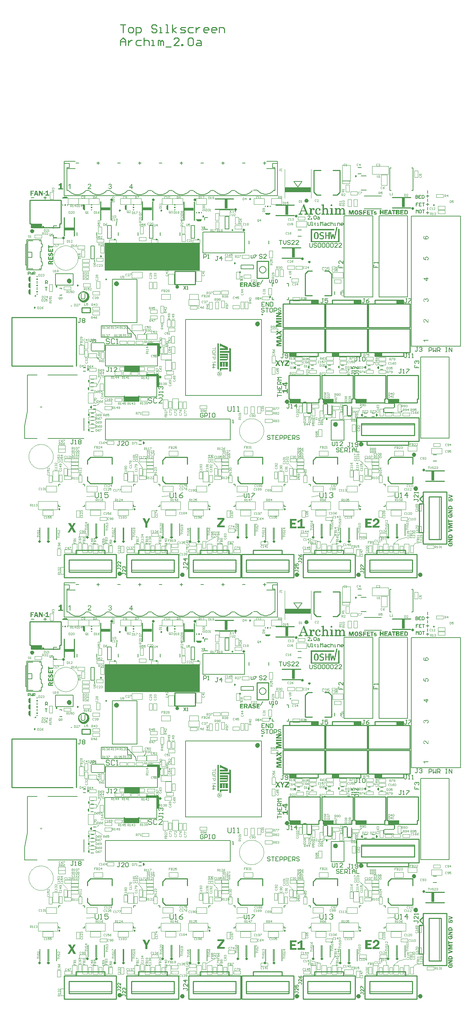
<source format=gto>
G04 Layer_Color=65535*
%FSLAX25Y25*%
%MOIN*%
G70*
G01*
G75*
%ADD10C,0.00700*%
%ADD12C,0.01000*%
%ADD78C,0.00800*%
%ADD81C,0.02000*%
%ADD86C,0.00600*%
%ADD87C,0.02400*%
%ADD91C,0.01200*%
%ADD139C,0.00984*%
%ADD140C,0.00394*%
%ADD141C,0.01400*%
%ADD142C,0.00500*%
%ADD143C,0.02362*%
%ADD144C,0.00984*%
%ADD145C,0.00400*%
%ADD146C,0.00100*%
%ADD147C,0.02500*%
%ADD148C,0.03500*%
%ADD149C,0.00787*%
%ADD150C,0.00197*%
%ADD151C,0.00200*%
%ADD152C,0.00598*%
%ADD153R,0.02953X0.08790*%
%ADD154R,0.24505X0.04921*%
%ADD155R,0.08790X0.02953*%
%ADD156R,0.01200X0.01190*%
%ADD157R,0.01200X0.00600*%
%ADD158R,0.01200X0.00590*%
%ADD159R,0.00590X0.01200*%
%ADD160R,0.00600X0.01200*%
%ADD161R,0.01190X0.01200*%
%ADD162R,0.91831X0.27100*%
G36*
X105012Y812063D02*
X105048D01*
X105091Y812056D01*
X105137Y812052D01*
X105187Y812045D01*
X105245Y812034D01*
X105302Y812023D01*
X105427Y811991D01*
X105495Y811973D01*
X105560Y811948D01*
X105624Y811923D01*
X105689Y811891D01*
X105692Y811887D01*
X105703Y811884D01*
X105721Y811873D01*
X105746Y811859D01*
X105774Y811841D01*
X105807Y811819D01*
X105842Y811794D01*
X105882Y811766D01*
X105968Y811698D01*
X106054Y811615D01*
X106136Y811522D01*
X106175Y811469D01*
X106211Y811415D01*
X106215Y811411D01*
X106218Y811400D01*
X106229Y811386D01*
X106240Y811361D01*
X106254Y811336D01*
X106268Y811300D01*
X106286Y811264D01*
X106304Y811221D01*
X106319Y811175D01*
X106336Y811128D01*
X106365Y811021D01*
X106387Y810903D01*
X106390Y810842D01*
X106394Y810777D01*
Y810774D01*
Y810763D01*
Y810745D01*
X106390Y810724D01*
Y810695D01*
X106383Y810663D01*
X106379Y810624D01*
X106372Y810584D01*
X106351Y810491D01*
X106319Y810394D01*
X106301Y810344D01*
X106276Y810291D01*
X106251Y810240D01*
X106218Y810190D01*
X106215Y810187D01*
X106211Y810180D01*
X106200Y810165D01*
X106186Y810147D01*
X106168Y810126D01*
X106147Y810101D01*
X106122Y810072D01*
X106089Y810040D01*
X106057Y810008D01*
X106018Y809976D01*
X105979Y809940D01*
X105932Y809904D01*
X105882Y809872D01*
X105828Y809836D01*
X105771Y809804D01*
X105710Y809775D01*
X105713D01*
X105728Y809772D01*
X105753Y809764D01*
X105782Y809754D01*
X105821Y809743D01*
X105864Y809725D01*
X105910Y809707D01*
X105961Y809682D01*
X106014Y809657D01*
X106071Y809625D01*
X106129Y809593D01*
X106186Y809553D01*
X106240Y809510D01*
X106293Y809464D01*
X106347Y809410D01*
X106394Y809353D01*
X106397Y809349D01*
X106404Y809338D01*
X106415Y809321D01*
X106433Y809295D01*
X106451Y809263D01*
X106473Y809227D01*
X106494Y809184D01*
X106516Y809134D01*
X106537Y809077D01*
X106562Y809016D01*
X106580Y808952D01*
X106598Y808880D01*
X106616Y808805D01*
X106626Y808726D01*
X106634Y808644D01*
X106637Y808554D01*
Y808547D01*
Y808526D01*
X106634Y808490D01*
X106630Y808447D01*
X106623Y808390D01*
X106612Y808325D01*
X106598Y808254D01*
X106576Y808175D01*
X106551Y808089D01*
X106523Y808003D01*
X106483Y807910D01*
X106437Y807817D01*
X106383Y807724D01*
X106319Y807631D01*
X106243Y807541D01*
X106161Y807455D01*
X106154Y807452D01*
X106140Y807437D01*
X106114Y807412D01*
X106075Y807384D01*
X106029Y807351D01*
X105975Y807312D01*
X105907Y807273D01*
X105835Y807230D01*
X105753Y807187D01*
X105660Y807147D01*
X105563Y807108D01*
X105456Y807076D01*
X105345Y807047D01*
X105223Y807022D01*
X105098Y807008D01*
X104965Y807004D01*
X104937D01*
X104901Y807008D01*
X104858Y807011D01*
X104801Y807015D01*
X104736Y807026D01*
X104665Y807036D01*
X104586Y807054D01*
X104504Y807072D01*
X104414Y807097D01*
X104324Y807129D01*
X104231Y807169D01*
X104142Y807212D01*
X104052Y807262D01*
X103963Y807323D01*
X103881Y807391D01*
X103877Y807394D01*
X103863Y807409D01*
X103841Y807430D01*
X103813Y807462D01*
X103780Y807502D01*
X103741Y807548D01*
X103702Y807602D01*
X103659Y807663D01*
X103616Y807731D01*
X103573Y807810D01*
X103533Y807892D01*
X103494Y807981D01*
X103462Y808078D01*
X103429Y808178D01*
X103408Y808286D01*
X103394Y808400D01*
X104002Y808483D01*
Y808476D01*
X104006Y808461D01*
X104013Y808433D01*
X104024Y808397D01*
X104034Y808354D01*
X104049Y808307D01*
X104067Y808254D01*
X104085Y808196D01*
X104135Y808071D01*
X104196Y807949D01*
X104231Y807889D01*
X104271Y807831D01*
X104310Y807781D01*
X104357Y807734D01*
X104360Y807731D01*
X104367Y807724D01*
X104382Y807713D01*
X104403Y807699D01*
X104425Y807681D01*
X104457Y807663D01*
X104489Y807641D01*
X104529Y807623D01*
X104571Y807602D01*
X104618Y807581D01*
X104668Y807563D01*
X104722Y807545D01*
X104779Y807530D01*
X104840Y807520D01*
X104901Y807513D01*
X104969Y807509D01*
X104987D01*
X105012Y807513D01*
X105041D01*
X105080Y807520D01*
X105123Y807523D01*
X105169Y807534D01*
X105223Y807545D01*
X105277Y807563D01*
X105338Y807581D01*
X105398Y807606D01*
X105459Y807634D01*
X105520Y807670D01*
X105581Y807710D01*
X105638Y807752D01*
X105696Y807806D01*
X105699Y807810D01*
X105710Y807820D01*
X105724Y807835D01*
X105742Y807860D01*
X105764Y807889D01*
X105789Y807924D01*
X105817Y807964D01*
X105846Y808010D01*
X105871Y808060D01*
X105900Y808118D01*
X105925Y808175D01*
X105946Y808243D01*
X105964Y808311D01*
X105979Y808383D01*
X105989Y808461D01*
X105993Y808540D01*
Y808544D01*
Y808558D01*
Y808579D01*
X105989Y808612D01*
X105986Y808644D01*
X105979Y808687D01*
X105971Y808733D01*
X105957Y808784D01*
X105943Y808837D01*
X105925Y808894D01*
X105903Y808952D01*
X105878Y809009D01*
X105846Y809066D01*
X105807Y809124D01*
X105767Y809177D01*
X105717Y809231D01*
X105713Y809235D01*
X105706Y809242D01*
X105689Y809256D01*
X105667Y809274D01*
X105642Y809295D01*
X105610Y809317D01*
X105570Y809342D01*
X105527Y809367D01*
X105481Y809392D01*
X105427Y809417D01*
X105370Y809439D01*
X105309Y809460D01*
X105245Y809478D01*
X105173Y809492D01*
X105101Y809499D01*
X105023Y809503D01*
X104990D01*
X104955Y809499D01*
X104904Y809496D01*
X104840Y809489D01*
X104768Y809474D01*
X104686Y809460D01*
X104593Y809439D01*
X104661Y809972D01*
X104672D01*
X104683Y809968D01*
X104697D01*
X104729Y809965D01*
X104797D01*
X104822Y809968D01*
X104858Y809972D01*
X104897Y809976D01*
X104940Y809983D01*
X104990Y809990D01*
X105044Y810001D01*
X105098Y810015D01*
X105216Y810051D01*
X105277Y810072D01*
X105338Y810101D01*
X105398Y810130D01*
X105456Y810165D01*
X105459Y810169D01*
X105470Y810176D01*
X105484Y810187D01*
X105506Y810205D01*
X105527Y810226D01*
X105556Y810251D01*
X105581Y810283D01*
X105613Y810319D01*
X105642Y810362D01*
X105671Y810409D01*
X105696Y810459D01*
X105717Y810516D01*
X105739Y810577D01*
X105753Y810645D01*
X105764Y810717D01*
X105767Y810792D01*
Y810795D01*
Y810806D01*
Y810824D01*
X105764Y810849D01*
X105760Y810874D01*
X105756Y810910D01*
X105749Y810946D01*
X105739Y810985D01*
X105710Y811071D01*
X105692Y811118D01*
X105671Y811164D01*
X105646Y811211D01*
X105613Y811257D01*
X105578Y811300D01*
X105538Y811343D01*
X105535Y811347D01*
X105527Y811354D01*
X105517Y811365D01*
X105499Y811379D01*
X105474Y811393D01*
X105449Y811415D01*
X105416Y811433D01*
X105381Y811454D01*
X105341Y811476D01*
X105298Y811493D01*
X105248Y811515D01*
X105198Y811529D01*
X105141Y811544D01*
X105084Y811554D01*
X105019Y811561D01*
X104955Y811565D01*
X104919D01*
X104897Y811561D01*
X104865Y811558D01*
X104829Y811554D01*
X104790Y811547D01*
X104747Y811537D01*
X104654Y811511D01*
X104607Y811493D01*
X104557Y811469D01*
X104507Y811443D01*
X104457Y811415D01*
X104410Y811379D01*
X104364Y811340D01*
X104360Y811336D01*
X104353Y811329D01*
X104342Y811314D01*
X104324Y811297D01*
X104307Y811275D01*
X104285Y811246D01*
X104264Y811211D01*
X104239Y811175D01*
X104214Y811128D01*
X104189Y811078D01*
X104160Y811024D01*
X104138Y810964D01*
X104113Y810899D01*
X104095Y810831D01*
X104077Y810756D01*
X104063Y810674D01*
X103455Y810781D01*
Y810785D01*
Y810788D01*
X103462Y810810D01*
X103469Y810838D01*
X103480Y810881D01*
X103494Y810935D01*
X103512Y810992D01*
X103533Y811057D01*
X103558Y811128D01*
X103591Y811203D01*
X103626Y811282D01*
X103669Y811361D01*
X103716Y811440D01*
X103766Y811519D01*
X103823Y811594D01*
X103888Y811665D01*
X103959Y811730D01*
X103963Y811733D01*
X103977Y811744D01*
X103999Y811762D01*
X104031Y811784D01*
X104070Y811809D01*
X104117Y811837D01*
X104171Y811866D01*
X104231Y811898D01*
X104299Y811930D01*
X104375Y811959D01*
X104453Y811988D01*
X104539Y812013D01*
X104632Y812034D01*
X104733Y812052D01*
X104836Y812063D01*
X104944Y812066D01*
X104983D01*
X105012Y812063D01*
D02*
G37*
G36*
X126150Y808837D02*
X126820D01*
Y808279D01*
X126150D01*
Y807094D01*
X125542D01*
Y808279D01*
X123394D01*
Y808837D01*
X125653Y812048D01*
X126150D01*
Y808837D01*
D02*
G37*
G36*
X85187Y812063D02*
X85237Y812059D01*
X85298Y812056D01*
X85366Y812045D01*
X85445Y812034D01*
X85527Y812016D01*
X85617Y811995D01*
X85706Y811970D01*
X85803Y811937D01*
X85896Y811898D01*
X85989Y811852D01*
X86079Y811801D01*
X86165Y811740D01*
X86247Y811669D01*
X86251Y811665D01*
X86265Y811651D01*
X86286Y811630D01*
X86311Y811597D01*
X86344Y811561D01*
X86379Y811515D01*
X86419Y811461D01*
X86458Y811400D01*
X86494Y811332D01*
X86533Y811257D01*
X86569Y811175D01*
X86601Y811089D01*
X86626Y810996D01*
X86648Y810899D01*
X86662Y810795D01*
X86666Y810688D01*
Y810684D01*
Y810674D01*
Y810659D01*
Y810638D01*
X86662Y810609D01*
X86659Y810581D01*
X86655Y810545D01*
X86651Y810505D01*
X86637Y810416D01*
X86616Y810316D01*
X86584Y810212D01*
X86544Y810104D01*
Y810101D01*
X86537Y810090D01*
X86530Y810076D01*
X86519Y810054D01*
X86508Y810029D01*
X86490Y809997D01*
X86472Y809961D01*
X86447Y809922D01*
X86422Y809879D01*
X86394Y809832D01*
X86322Y809729D01*
X86283Y809675D01*
X86240Y809618D01*
X86190Y809560D01*
X86140Y809499D01*
X86136Y809496D01*
X86125Y809485D01*
X86111Y809467D01*
X86086Y809442D01*
X86054Y809410D01*
X86014Y809371D01*
X85971Y809324D01*
X85918Y809270D01*
X85857Y809213D01*
X85785Y809149D01*
X85710Y809077D01*
X85624Y808998D01*
X85531Y808916D01*
X85431Y808826D01*
X85320Y808730D01*
X85202Y808630D01*
X85194Y808626D01*
X85176Y808608D01*
X85151Y808587D01*
X85116Y808554D01*
X85069Y808519D01*
X85023Y808476D01*
X84969Y808429D01*
X84912Y808379D01*
X84790Y808275D01*
X84733Y808221D01*
X84675Y808171D01*
X84622Y808121D01*
X84575Y808078D01*
X84532Y808039D01*
X84500Y808003D01*
X84493Y807996D01*
X84475Y807974D01*
X84446Y807942D01*
X84410Y807903D01*
X84371Y807853D01*
X84328Y807799D01*
X84285Y807738D01*
X84246Y807677D01*
X86673D01*
Y807094D01*
X83401D01*
Y807097D01*
Y807104D01*
Y807115D01*
Y807129D01*
Y807151D01*
X83404Y807172D01*
X83408Y807230D01*
X83415Y807291D01*
X83426Y807362D01*
X83444Y807437D01*
X83469Y807513D01*
Y807516D01*
X83476Y807527D01*
X83483Y807545D01*
X83494Y807570D01*
X83505Y807602D01*
X83523Y807638D01*
X83544Y807677D01*
X83565Y807720D01*
X83591Y807770D01*
X83623Y807820D01*
X83691Y807931D01*
X83773Y808050D01*
X83870Y808171D01*
X83873Y808175D01*
X83884Y808186D01*
X83899Y808204D01*
X83920Y808229D01*
X83949Y808261D01*
X83984Y808297D01*
X84024Y808340D01*
X84074Y808386D01*
X84128Y808440D01*
X84185Y808497D01*
X84249Y808558D01*
X84321Y808626D01*
X84400Y808694D01*
X84482Y808766D01*
X84571Y808841D01*
X84665Y808920D01*
X84668Y808923D01*
X84675Y808927D01*
X84686Y808937D01*
X84700Y808948D01*
X84718Y808966D01*
X84740Y808984D01*
X84794Y809031D01*
X84861Y809084D01*
X84933Y809152D01*
X85015Y809224D01*
X85101Y809303D01*
X85194Y809385D01*
X85284Y809471D01*
X85377Y809557D01*
X85463Y809646D01*
X85549Y809732D01*
X85624Y809814D01*
X85696Y809897D01*
X85753Y809972D01*
X85756Y809976D01*
X85764Y809990D01*
X85778Y810011D01*
X85799Y810036D01*
X85821Y810072D01*
X85842Y810112D01*
X85871Y810158D01*
X85896Y810208D01*
X85921Y810262D01*
X85950Y810319D01*
X85996Y810445D01*
X86014Y810509D01*
X86029Y810573D01*
X86036Y810638D01*
X86039Y810702D01*
Y810706D01*
Y810720D01*
Y810738D01*
X86036Y810763D01*
X86032Y810795D01*
X86025Y810831D01*
X86018Y810871D01*
X86007Y810914D01*
X85993Y810960D01*
X85975Y811010D01*
X85953Y811060D01*
X85928Y811110D01*
X85900Y811164D01*
X85864Y811214D01*
X85825Y811264D01*
X85778Y811311D01*
X85774Y811314D01*
X85767Y811322D01*
X85753Y811332D01*
X85731Y811350D01*
X85706Y811368D01*
X85674Y811390D01*
X85638Y811415D01*
X85599Y811436D01*
X85552Y811461D01*
X85502Y811483D01*
X85445Y811504D01*
X85388Y811522D01*
X85323Y811540D01*
X85255Y811551D01*
X85184Y811558D01*
X85109Y811561D01*
X85066D01*
X85037Y811558D01*
X84997Y811554D01*
X84955Y811547D01*
X84908Y811540D01*
X84854Y811529D01*
X84801Y811515D01*
X84743Y811497D01*
X84686Y811476D01*
X84625Y811451D01*
X84568Y811418D01*
X84511Y811382D01*
X84453Y811343D01*
X84403Y811297D01*
X84400Y811293D01*
X84392Y811286D01*
X84378Y811268D01*
X84364Y811250D01*
X84342Y811221D01*
X84321Y811189D01*
X84296Y811150D01*
X84274Y811107D01*
X84249Y811060D01*
X84224Y811003D01*
X84203Y810946D01*
X84181Y810881D01*
X84167Y810810D01*
X84153Y810735D01*
X84145Y810656D01*
X84142Y810570D01*
X83515Y810634D01*
Y810638D01*
Y810641D01*
X83519Y810652D01*
Y810666D01*
X83523Y810702D01*
X83533Y810749D01*
X83544Y810806D01*
X83558Y810874D01*
X83576Y810949D01*
X83598Y811028D01*
X83626Y811114D01*
X83659Y811200D01*
X83698Y811290D01*
X83745Y811379D01*
X83795Y811465D01*
X83855Y811547D01*
X83920Y811626D01*
X83995Y811698D01*
X83999Y811701D01*
X84013Y811712D01*
X84038Y811733D01*
X84070Y811755D01*
X84113Y811784D01*
X84163Y811816D01*
X84224Y811848D01*
X84292Y811884D01*
X84371Y811916D01*
X84453Y811948D01*
X84547Y811980D01*
X84647Y812009D01*
X84754Y812034D01*
X84869Y812052D01*
X84990Y812063D01*
X85119Y812066D01*
X85151D01*
X85187Y812063D01*
D02*
G37*
G36*
X66720Y807094D02*
X66111D01*
Y810967D01*
X66107Y810964D01*
X66100Y810956D01*
X66089Y810946D01*
X66071Y810931D01*
X66050Y810914D01*
X66021Y810888D01*
X65989Y810863D01*
X65957Y810835D01*
X65914Y810806D01*
X65871Y810770D01*
X65825Y810738D01*
X65774Y810699D01*
X65717Y810663D01*
X65660Y810624D01*
X65531Y810545D01*
X65527Y810541D01*
X65517Y810534D01*
X65495Y810523D01*
X65470Y810513D01*
X65441Y810495D01*
X65406Y810473D01*
X65363Y810452D01*
X65320Y810427D01*
X65219Y810377D01*
X65112Y810326D01*
X65001Y810276D01*
X64894Y810233D01*
Y810820D01*
X64901Y810824D01*
X64915Y810831D01*
X64944Y810845D01*
X64980Y810863D01*
X65023Y810885D01*
X65076Y810914D01*
X65134Y810946D01*
X65194Y810982D01*
X65262Y811024D01*
X65334Y811067D01*
X65484Y811168D01*
X65638Y811279D01*
X65785Y811400D01*
X65789Y811404D01*
X65803Y811415D01*
X65821Y811433D01*
X65846Y811458D01*
X65878Y811490D01*
X65914Y811526D01*
X65953Y811569D01*
X65996Y811612D01*
X66039Y811662D01*
X66086Y811716D01*
X66175Y811827D01*
X66258Y811945D01*
X66294Y812006D01*
X66326Y812066D01*
X66720D01*
Y807094D01*
D02*
G37*
G36*
X58305Y807698D02*
X59931D01*
Y806622D01*
X55177D01*
Y807698D01*
X56956D01*
Y811047D01*
X56951D01*
X56942Y811038D01*
X56928Y811034D01*
X56910Y811020D01*
X56886Y811006D01*
X56854Y810987D01*
X56785Y810946D01*
X56697Y810890D01*
X56595Y810835D01*
X56480Y810770D01*
X56360Y810701D01*
X56230Y810627D01*
X56096Y810553D01*
X55824Y810410D01*
X55690Y810341D01*
X55560Y810281D01*
X55440Y810225D01*
X55325Y810174D01*
Y811380D01*
X55330D01*
X55343Y811385D01*
X55362Y811394D01*
X55389Y811399D01*
X55427Y811413D01*
X55468Y811426D01*
X55514Y811445D01*
X55570Y811463D01*
X55630Y811482D01*
X55690Y811505D01*
X55828Y811560D01*
X55981Y811625D01*
X56143Y811694D01*
X56309Y811777D01*
X56475Y811865D01*
X56642Y811967D01*
X56799Y812073D01*
X56951Y812189D01*
X57090Y812309D01*
X57150Y812374D01*
X57210Y812438D01*
X57261Y812508D01*
X57307Y812577D01*
X58305D01*
Y807698D01*
D02*
G37*
G36*
X40157Y800768D02*
X39217D01*
X37374Y803939D01*
Y803935D01*
Y803920D01*
Y803898D01*
X37378Y803876D01*
Y803824D01*
X37382Y803802D01*
Y803783D01*
Y803780D01*
X37386Y803765D01*
Y803739D01*
X37389Y803713D01*
X37393Y803680D01*
Y803646D01*
X37397Y803613D01*
Y803580D01*
Y800768D01*
X36538D01*
Y805467D01*
X37722D01*
X39328Y802695D01*
Y802699D01*
Y802703D01*
X39324Y802714D01*
Y802729D01*
X39321Y802766D01*
X39317Y802810D01*
X39313Y802862D01*
X39310Y802914D01*
X39306Y802962D01*
Y803006D01*
Y805467D01*
X40157D01*
Y800768D01*
D02*
G37*
G36*
X42355Y802181D02*
X40708D01*
Y802929D01*
X42355D01*
Y802181D01*
D02*
G37*
G36*
X45256Y801630D02*
X46558D01*
Y800768D01*
X42751D01*
Y801630D01*
X44175D01*
Y804312D01*
X44171D01*
X44164Y804305D01*
X44153Y804301D01*
X44138Y804290D01*
X44120Y804279D01*
X44094Y804264D01*
X44038Y804231D01*
X43968Y804187D01*
X43887Y804142D01*
X43794Y804090D01*
X43698Y804035D01*
X43594Y803976D01*
X43487Y803916D01*
X43269Y803802D01*
X43161Y803746D01*
X43058Y803698D01*
X42961Y803654D01*
X42869Y803613D01*
Y804579D01*
X42873D01*
X42884Y804582D01*
X42899Y804590D01*
X42921Y804593D01*
X42950Y804605D01*
X42984Y804616D01*
X43021Y804630D01*
X43065Y804645D01*
X43113Y804660D01*
X43161Y804679D01*
X43272Y804723D01*
X43394Y804775D01*
X43524Y804830D01*
X43657Y804897D01*
X43790Y804967D01*
X43924Y805049D01*
X44049Y805134D01*
X44171Y805226D01*
X44282Y805322D01*
X44330Y805374D01*
X44379Y805426D01*
X44419Y805482D01*
X44456Y805537D01*
X45256D01*
Y801630D01*
D02*
G37*
G36*
X36035Y800768D02*
X34851D01*
X34559Y801737D01*
X33042D01*
X32746Y800768D01*
X31784D01*
X33286Y805467D01*
X34566D01*
X36035Y800768D01*
D02*
G37*
G36*
X31691Y804538D02*
X29490D01*
Y803483D01*
X31229D01*
Y802607D01*
X29490D01*
Y800768D01*
X28346D01*
Y805467D01*
X31691D01*
Y804538D01*
D02*
G37*
G36*
X317832Y792222D02*
X317891Y792215D01*
X317972Y792200D01*
X318069Y792163D01*
X318172Y792119D01*
X318276Y792060D01*
X318372Y791971D01*
X318387Y791956D01*
X318416Y791926D01*
X318453Y791875D01*
X318505Y791801D01*
X318549Y791712D01*
X318594Y791608D01*
X318623Y791497D01*
X318631Y791371D01*
Y791357D01*
Y791312D01*
X318616Y791253D01*
X318601Y791172D01*
X318572Y791075D01*
X318527Y790979D01*
X318461Y790876D01*
X318379Y790779D01*
X318365Y790772D01*
X318335Y790742D01*
X318283Y790705D01*
X318209Y790661D01*
X318120Y790609D01*
X318024Y790572D01*
X317906Y790543D01*
X317780Y790535D01*
X317765D01*
X317721Y790543D01*
X317654Y790550D01*
X317573Y790565D01*
X317477Y790594D01*
X317373Y790639D01*
X317269Y790698D01*
X317173Y790779D01*
X317166Y790794D01*
X317136Y790824D01*
X317099Y790876D01*
X317055Y790949D01*
X317003Y791038D01*
X316966Y791142D01*
X316936Y791253D01*
X316929Y791379D01*
Y791386D01*
Y791394D01*
X316936Y791438D01*
X316944Y791497D01*
X316958Y791578D01*
X316988Y791675D01*
X317033Y791771D01*
X317099Y791875D01*
X317180Y791971D01*
X317195Y791986D01*
X317225Y792015D01*
X317277Y792052D01*
X317351Y792104D01*
X317440Y792148D01*
X317536Y792193D01*
X317647Y792222D01*
X317773Y792230D01*
X317787D01*
X317832Y792222D01*
D02*
G37*
G36*
X298466Y786376D02*
X298473Y786413D01*
X298481Y786473D01*
X298488Y786547D01*
X298503Y786643D01*
X298518Y786746D01*
X298540Y786872D01*
X298569Y786998D01*
X298606Y787139D01*
X298643Y787279D01*
X298695Y787427D01*
X298747Y787575D01*
X298814Y787723D01*
X298888Y787864D01*
X298969Y787997D01*
X299058Y788123D01*
X299065Y788130D01*
X299080Y788152D01*
X299110Y788182D01*
X299154Y788226D01*
X299199Y788271D01*
X299265Y788330D01*
X299332Y788389D01*
X299413Y788448D01*
X299502Y788508D01*
X299605Y788567D01*
X299709Y788626D01*
X299820Y788670D01*
X299946Y788715D01*
X300072Y788744D01*
X300212Y788767D01*
X300353Y788774D01*
X300405D01*
X300442Y788767D01*
X300486D01*
X300538Y788759D01*
X300664Y788730D01*
X300804Y788693D01*
X300945Y788633D01*
X301085Y788545D01*
X301152Y788493D01*
X301219Y788434D01*
X301226D01*
X301234Y788419D01*
X301248Y788397D01*
X301271Y788374D01*
X301322Y788300D01*
X301389Y788197D01*
X301448Y788071D01*
X301500Y787923D01*
X301537Y787745D01*
X301552Y787656D01*
Y787553D01*
Y787546D01*
Y787531D01*
Y787509D01*
Y787479D01*
X301537Y787397D01*
X301522Y787294D01*
X301493Y787183D01*
X301455Y787057D01*
X301396Y786946D01*
X301315Y786835D01*
X301308Y786828D01*
X301271Y786798D01*
X301226Y786754D01*
X301160Y786709D01*
X301071Y786657D01*
X300974Y786621D01*
X300856Y786591D01*
X300730Y786576D01*
X300715D01*
X300671Y786584D01*
X300612Y786591D01*
X300531Y786606D01*
X300442Y786635D01*
X300353Y786672D01*
X300257Y786731D01*
X300175Y786806D01*
X300168Y786813D01*
X300146Y786850D01*
X300109Y786902D01*
X300072Y786968D01*
X300035Y787057D01*
X299998Y787161D01*
X299975Y787279D01*
X299968Y787412D01*
Y787427D01*
Y787457D01*
X299975Y787501D01*
X299983Y787568D01*
X300005Y787642D01*
X300027Y787731D01*
X300064Y787819D01*
X300109Y787916D01*
Y787923D01*
X300116Y787930D01*
X300138Y787967D01*
X300079Y787960D01*
X300005Y787938D01*
X299909Y787901D01*
X299783Y787842D01*
X299628Y787768D01*
X299450Y787664D01*
Y787656D01*
X299443Y787649D01*
X299428Y787627D01*
X299413Y787597D01*
X299391Y787560D01*
X299369Y787509D01*
X299346Y787457D01*
X299317Y787390D01*
X299280Y787324D01*
X299243Y787242D01*
X299206Y787153D01*
X299169Y787057D01*
X299132Y786953D01*
X299088Y786835D01*
X299043Y786717D01*
X298999Y786584D01*
X298991Y786569D01*
X298984Y786532D01*
X298962Y786473D01*
X298939Y786399D01*
X298910Y786302D01*
X298880Y786191D01*
X298851Y786065D01*
X298814Y785932D01*
X298777Y785792D01*
X298747Y785644D01*
X298688Y785348D01*
X298643Y785052D01*
X298636Y784911D01*
X298629Y784778D01*
Y783498D01*
Y783490D01*
Y783476D01*
X298636Y783446D01*
X298643Y783409D01*
X298673Y783335D01*
X298695Y783298D01*
X298732Y783261D01*
X298740D01*
X298755Y783246D01*
X298784Y783239D01*
X298829Y783224D01*
X298888Y783209D01*
X298962Y783194D01*
X299058Y783187D01*
X299169Y783180D01*
X300064D01*
Y782440D01*
X296091D01*
Y783180D01*
X296860D01*
X296904Y783187D01*
X296956D01*
X297075Y783217D01*
X297134Y783231D01*
X297178Y783261D01*
X297186Y783268D01*
X297193Y783276D01*
X297237Y783313D01*
X297274Y783379D01*
X297282Y783416D01*
X297289Y783453D01*
Y787250D01*
Y787257D01*
Y787264D01*
Y787309D01*
X297282Y787375D01*
X297267Y787457D01*
X297252Y787546D01*
X297223Y787634D01*
X297186Y787723D01*
X297134Y787790D01*
X297127Y787797D01*
X297104Y787812D01*
X297075Y787842D01*
X297023Y787871D01*
X296964Y787901D01*
X296890Y787930D01*
X296801Y787945D01*
X296705Y787953D01*
X296054D01*
Y788648D01*
X298466Y788781D01*
Y786376D01*
D02*
G37*
G36*
X305207Y788833D02*
X305289Y788826D01*
X305378Y788811D01*
X305481Y788796D01*
X305592Y788774D01*
X305711Y788744D01*
X305836Y788715D01*
X305962Y788670D01*
X306095Y788619D01*
X306221Y788559D01*
X306347Y788485D01*
X306473Y788411D01*
X306591Y788315D01*
X306598Y788308D01*
X306621Y788293D01*
X306650Y788263D01*
X306687Y788226D01*
X306739Y788174D01*
X306791Y788115D01*
X306843Y788049D01*
X306902Y787975D01*
X306961Y787893D01*
X307013Y787805D01*
X307117Y787605D01*
X307154Y787501D01*
X307183Y787390D01*
X307205Y787272D01*
X307213Y787153D01*
Y787146D01*
Y787139D01*
Y787116D01*
Y787087D01*
X307198Y787005D01*
X307183Y786909D01*
X307154Y786806D01*
X307109Y786687D01*
X307043Y786576D01*
X306961Y786465D01*
X306946Y786450D01*
X306917Y786421D01*
X306865Y786384D01*
X306791Y786332D01*
X306702Y786280D01*
X306598Y786243D01*
X306480Y786214D01*
X306354Y786199D01*
X306340D01*
X306295Y786206D01*
X306236Y786214D01*
X306154Y786228D01*
X306066Y786258D01*
X305970Y786295D01*
X305873Y786354D01*
X305777Y786428D01*
X305770Y786436D01*
X305740Y786473D01*
X305703Y786524D01*
X305666Y786591D01*
X305622Y786672D01*
X305585Y786768D01*
X305555Y786880D01*
X305548Y787005D01*
Y787013D01*
Y787020D01*
X305555Y787057D01*
X305562Y787124D01*
X305577Y787205D01*
X305607Y787294D01*
X305651Y787397D01*
X305711Y787509D01*
X305792Y787619D01*
Y787627D01*
X305807Y787634D01*
X305829Y787664D01*
X305851Y787701D01*
X305866Y787723D01*
Y787731D01*
Y787745D01*
X305858Y787768D01*
X305844Y787797D01*
X305814Y787842D01*
X305777Y787886D01*
X305725Y787930D01*
X305659Y787982D01*
X305651Y787990D01*
X305622Y788004D01*
X305570Y788027D01*
X305511Y788056D01*
X305422Y788086D01*
X305326Y788108D01*
X305207Y788123D01*
X305074Y788130D01*
X305008D01*
X304956Y788123D01*
X304896Y788115D01*
X304822Y788101D01*
X304749Y788086D01*
X304660Y788056D01*
X304571Y788027D01*
X304475Y787990D01*
X304379Y787945D01*
X304275Y787893D01*
X304179Y787827D01*
X304082Y787745D01*
X303986Y787664D01*
X303898Y787560D01*
X303890Y787553D01*
X303875Y787523D01*
X303853Y787486D01*
X303831Y787427D01*
X303794Y787353D01*
X303757Y787264D01*
X303720Y787153D01*
X303676Y787035D01*
X303631Y786902D01*
X303594Y786746D01*
X303557Y786584D01*
X303520Y786399D01*
X303498Y786206D01*
X303476Y785992D01*
X303461Y785770D01*
X303453Y785533D01*
Y785518D01*
Y785481D01*
Y785414D01*
X303461Y785333D01*
X303468Y785229D01*
X303476Y785111D01*
X303490Y784978D01*
X303513Y784837D01*
X303572Y784541D01*
X303609Y784386D01*
X303653Y784230D01*
X303705Y784082D01*
X303772Y783942D01*
X303846Y783809D01*
X303927Y783683D01*
X303935Y783675D01*
X303949Y783653D01*
X303979Y783624D01*
X304016Y783587D01*
X304060Y783542D01*
X304112Y783490D01*
X304179Y783431D01*
X304253Y783379D01*
X304334Y783320D01*
X304430Y783261D01*
X304526Y783209D01*
X304630Y783165D01*
X304749Y783128D01*
X304867Y783098D01*
X304993Y783076D01*
X305126Y783069D01*
X305170D01*
X305222Y783076D01*
X305289Y783091D01*
X305378Y783113D01*
X305474Y783143D01*
X305577Y783187D01*
X305696Y783246D01*
X305814Y783320D01*
X305940Y783409D01*
X306066Y783527D01*
X306199Y783661D01*
X306325Y783823D01*
X306443Y784008D01*
X306502Y784112D01*
X306561Y784230D01*
X306613Y784349D01*
X306665Y784475D01*
X307294Y784304D01*
Y784297D01*
X307287Y784282D01*
X307279Y784253D01*
X307264Y784215D01*
X307250Y784171D01*
X307235Y784119D01*
X307213Y784053D01*
X307183Y783986D01*
X307117Y783831D01*
X307028Y783661D01*
X306924Y783476D01*
X306806Y783283D01*
X306658Y783091D01*
X306495Y782906D01*
X306302Y782735D01*
X306088Y782580D01*
X305970Y782514D01*
X305851Y782454D01*
X305718Y782395D01*
X305585Y782351D01*
X305444Y782314D01*
X305289Y782284D01*
X305133Y782269D01*
X304971Y782262D01*
X304911D01*
X304845Y782269D01*
X304756Y782277D01*
X304645Y782292D01*
X304512Y782306D01*
X304371Y782336D01*
X304216Y782373D01*
X304053Y782417D01*
X303875Y782469D01*
X303698Y782543D01*
X303520Y782624D01*
X303343Y782721D01*
X303172Y782839D01*
X303002Y782972D01*
X302839Y783120D01*
X302832Y783128D01*
X302802Y783157D01*
X302765Y783209D01*
X302713Y783276D01*
X302647Y783364D01*
X302580Y783468D01*
X302506Y783587D01*
X302432Y783727D01*
X302351Y783883D01*
X302277Y784053D01*
X302210Y784238D01*
X302144Y784438D01*
X302092Y784660D01*
X302055Y784889D01*
X302025Y785133D01*
X302018Y785392D01*
Y785399D01*
Y785414D01*
Y785436D01*
Y785466D01*
Y785503D01*
X302025Y785547D01*
X302033Y785659D01*
X302047Y785799D01*
X302062Y785955D01*
X302092Y786132D01*
X302129Y786325D01*
X302181Y786524D01*
X302240Y786731D01*
X302314Y786939D01*
X302403Y787153D01*
X302499Y787360D01*
X302625Y787560D01*
X302765Y787753D01*
X302921Y787930D01*
X302928Y787938D01*
X302965Y787967D01*
X303010Y788012D01*
X303083Y788071D01*
X303165Y788145D01*
X303269Y788219D01*
X303394Y788300D01*
X303527Y788389D01*
X303676Y788471D01*
X303838Y788552D01*
X304016Y788633D01*
X304201Y788700D01*
X304401Y788759D01*
X304608Y788803D01*
X304822Y788833D01*
X305052Y788840D01*
X305141D01*
X305207Y788833D01*
D02*
G37*
G36*
X345671Y786837D02*
X345702D01*
X345737Y786834D01*
X345778Y786830D01*
X345824Y786823D01*
X345876Y786816D01*
X345928Y786809D01*
X345987Y786799D01*
X346046Y786785D01*
X346174Y786754D01*
X346309Y786712D01*
X346452Y786657D01*
X346521Y786622D01*
X346594Y786587D01*
X346663Y786549D01*
X346733Y786504D01*
X346802Y786455D01*
X346868Y786404D01*
X346930Y786344D01*
X346993Y786285D01*
X347052Y786216D01*
X347107Y786147D01*
X347156Y786067D01*
X347205Y785987D01*
X347246Y785897D01*
X347284Y785803D01*
X346406Y785512D01*
X346403Y785519D01*
X346396Y785533D01*
X346386Y785560D01*
X346368Y785592D01*
X346347Y785633D01*
X346320Y785675D01*
X346285Y785723D01*
X346243Y785772D01*
X346198Y785820D01*
X346143Y785869D01*
X346080Y785911D01*
X346014Y785952D01*
X345935Y785984D01*
X345851Y786011D01*
X345758Y786025D01*
X345654Y786032D01*
X345626D01*
X345598Y786029D01*
X345560Y786025D01*
X345511Y786022D01*
X345459Y786011D01*
X345404Y785997D01*
X345348Y785984D01*
X345293Y785963D01*
X345237Y785935D01*
X345185Y785904D01*
X345140Y785866D01*
X345098Y785817D01*
X345071Y785765D01*
X345050Y785703D01*
X345046Y785668D01*
X345043Y785633D01*
Y785626D01*
X345046Y785609D01*
X345050Y785578D01*
X345057Y785543D01*
X345071Y785498D01*
X345091Y785456D01*
X345116Y785411D01*
X345154Y785366D01*
X345161Y785362D01*
X345168Y785356D01*
X345178Y785349D01*
X345192Y785338D01*
X345213Y785328D01*
X345234Y785314D01*
X345261Y785300D01*
X345293Y785286D01*
X345331Y785272D01*
X345372Y785255D01*
X345421Y785238D01*
X345477Y785224D01*
X345535Y785206D01*
X345601Y785189D01*
X345674Y785175D01*
X345681D01*
X345692Y785172D01*
X345706Y785168D01*
X345740Y785161D01*
X345785Y785151D01*
X345841Y785140D01*
X345903Y785123D01*
X345973Y785106D01*
X346049Y785088D01*
X346129Y785068D01*
X346212Y785047D01*
X346375Y784998D01*
X346452Y784974D01*
X346528Y784950D01*
X346597Y784925D01*
X346660Y784898D01*
X346663D01*
X346674Y784891D01*
X346691Y784884D01*
X346712Y784870D01*
X346740Y784856D01*
X346771Y784838D01*
X346806Y784814D01*
X346844Y784790D01*
X346882Y784759D01*
X346927Y784727D01*
X346969Y784689D01*
X347014Y784651D01*
X347059Y784606D01*
X347104Y784557D01*
X347146Y784505D01*
X347187Y784450D01*
X347191Y784446D01*
X347198Y784436D01*
X347208Y784419D01*
X347222Y784398D01*
X347236Y784367D01*
X347257Y784332D01*
X347274Y784294D01*
X347295Y784249D01*
X347316Y784200D01*
X347333Y784148D01*
X347354Y784093D01*
X347368Y784030D01*
X347381Y783968D01*
X347392Y783902D01*
X347399Y783832D01*
X347402Y783763D01*
Y783756D01*
Y783735D01*
X347399Y783704D01*
X347395Y783662D01*
X347389Y783610D01*
X347378Y783551D01*
X347364Y783485D01*
X347343Y783409D01*
X347319Y783332D01*
X347291Y783249D01*
X347253Y783162D01*
X347208Y783076D01*
X347156Y782989D01*
X347094Y782902D01*
X347021Y782816D01*
X346941Y782732D01*
X346934Y782729D01*
X346920Y782715D01*
X346892Y782691D01*
X346854Y782666D01*
X346806Y782632D01*
X346750Y782593D01*
X346677Y782555D01*
X346597Y782517D01*
X346507Y782476D01*
X346406Y782437D01*
X346295Y782399D01*
X346174Y782368D01*
X346039Y782340D01*
X345896Y782316D01*
X345740Y782302D01*
X345577Y782299D01*
X345546D01*
X345511Y782302D01*
X345463D01*
X345407Y782309D01*
X345338Y782316D01*
X345261Y782323D01*
X345178Y782337D01*
X345091Y782354D01*
X344998Y782375D01*
X344904Y782399D01*
X344807Y782427D01*
X344710Y782462D01*
X344613Y782503D01*
X344515Y782552D01*
X344425Y782604D01*
X344418Y782607D01*
X344404Y782618D01*
X344380Y782635D01*
X344349Y782663D01*
X344311Y782694D01*
X344266Y782732D01*
X344220Y782781D01*
X344168Y782833D01*
X344116Y782895D01*
X344064Y782965D01*
X344012Y783038D01*
X343960Y783121D01*
X343915Y783211D01*
X343870Y783305D01*
X343832Y783409D01*
X343800Y783520D01*
X344755Y783739D01*
X344758Y783732D01*
X344762Y783711D01*
X344776Y783683D01*
X344793Y783641D01*
X344814Y783596D01*
X344845Y783544D01*
X344880Y783489D01*
X344928Y783430D01*
X344980Y783371D01*
X345043Y783315D01*
X345116Y783263D01*
X345199Y783218D01*
X345293Y783176D01*
X345400Y783149D01*
X345518Y783128D01*
X345584Y783124D01*
X345650Y783121D01*
X345685D01*
X345709Y783124D01*
X345737D01*
X345771Y783128D01*
X345810Y783131D01*
X345848Y783138D01*
X345935Y783156D01*
X346021Y783176D01*
X346105Y783211D01*
X346143Y783232D01*
X346177Y783256D01*
X346181D01*
X346184Y783263D01*
X346205Y783281D01*
X346233Y783312D01*
X346268Y783350D01*
X346299Y783398D01*
X346327Y783454D01*
X346347Y783513D01*
X346351Y783548D01*
X346354Y783582D01*
Y783586D01*
Y783589D01*
Y783600D01*
X346351Y783614D01*
X346347Y783648D01*
X346334Y783693D01*
X346316Y783742D01*
X346288Y783791D01*
X346247Y783839D01*
X346222Y783863D01*
X346195Y783884D01*
X346191D01*
X346188Y783888D01*
X346177Y783895D01*
X346164Y783902D01*
X346143Y783912D01*
X346122Y783922D01*
X346091Y783936D01*
X346059Y783950D01*
X346021Y783964D01*
X345976Y783981D01*
X345924Y783999D01*
X345869Y784016D01*
X345810Y784033D01*
X345740Y784051D01*
X345664Y784068D01*
X345584Y784086D01*
X345581D01*
X345574Y784089D01*
X345563D01*
X345546Y784093D01*
X345529Y784099D01*
X345504Y784103D01*
X345477Y784110D01*
X345449Y784117D01*
X345379Y784134D01*
X345300Y784155D01*
X345213Y784183D01*
X345119Y784210D01*
X345022Y784242D01*
X344921Y784276D01*
X344824Y784318D01*
X344724Y784360D01*
X344630Y784405D01*
X344540Y784453D01*
X344460Y784505D01*
X344387Y784561D01*
X344383Y784564D01*
X344373Y784575D01*
X344356Y784592D01*
X344331Y784616D01*
X344304Y784648D01*
X344272Y784686D01*
X344241Y784731D01*
X344210Y784783D01*
X344175Y784842D01*
X344144Y784908D01*
X344113Y784981D01*
X344085Y785061D01*
X344064Y785147D01*
X344043Y785238D01*
X344033Y785338D01*
X344029Y785442D01*
Y785449D01*
Y785470D01*
X344033Y785498D01*
X344036Y785539D01*
X344043Y785592D01*
X344054Y785650D01*
X344064Y785716D01*
X344082Y785789D01*
X344106Y785866D01*
X344134Y785945D01*
X344168Y786025D01*
X344210Y786108D01*
X344258Y786195D01*
X344314Y786275D01*
X344380Y786358D01*
X344456Y786435D01*
X344460Y786438D01*
X344477Y786452D01*
X344501Y786473D01*
X344536Y786497D01*
X344578Y786528D01*
X344630Y786563D01*
X344692Y786601D01*
X344762Y786639D01*
X344842Y786674D01*
X344928Y786712D01*
X345022Y786747D01*
X345126Y786778D01*
X345237Y786802D01*
X345355Y786823D01*
X345483Y786837D01*
X345615Y786841D01*
X345647D01*
X345671Y786837D01*
D02*
G37*
G36*
X367694Y782520D02*
X366681D01*
Y784338D01*
X365303D01*
Y782520D01*
X364290D01*
Y786927D01*
X365303D01*
Y785209D01*
X366681D01*
Y786927D01*
X367694D01*
Y782520D01*
D02*
G37*
G36*
X359922Y785692D02*
X359964Y785689D01*
X360016Y785685D01*
X360071Y785678D01*
X360134Y785671D01*
X360196Y785661D01*
X360266Y785647D01*
X360332Y785630D01*
X360401Y785609D01*
X360470Y785585D01*
X360536Y785560D01*
X360602Y785526D01*
X360661Y785491D01*
X360665Y785487D01*
X360675Y785480D01*
X360692Y785470D01*
X360713Y785453D01*
X360738Y785428D01*
X360769Y785404D01*
X360800Y785369D01*
X360838Y785331D01*
X360873Y785290D01*
X360914Y785241D01*
X360953Y785189D01*
X360991Y785130D01*
X361033Y785064D01*
X361067Y784995D01*
X361105Y784918D01*
X361137Y784838D01*
X360436Y784655D01*
Y784658D01*
X360429Y784672D01*
X360422Y784696D01*
X360408Y784724D01*
X360390Y784755D01*
X360370Y784793D01*
X360342Y784835D01*
X360311Y784877D01*
X360269Y784915D01*
X360224Y784957D01*
X360172Y784995D01*
X360113Y785026D01*
X360047Y785054D01*
X359971Y785078D01*
X359887Y785092D01*
X359797Y785095D01*
X359776D01*
X359752Y785092D01*
X359721D01*
X359686Y785085D01*
X359645Y785081D01*
X359558Y785057D01*
X359513Y785043D01*
X359468Y785022D01*
X359426Y784998D01*
X359391Y784970D01*
X359360Y784936D01*
X359336Y784898D01*
X359322Y784852D01*
X359315Y784800D01*
Y784797D01*
Y784780D01*
X359318Y784759D01*
X359325Y784734D01*
X359336Y784703D01*
X359353Y784672D01*
X359374Y784641D01*
X359402Y784613D01*
X359405Y784610D01*
X359422Y784603D01*
X359433Y784596D01*
X359450Y784589D01*
X359471Y784582D01*
X359495Y784571D01*
X359523Y784564D01*
X359554Y784554D01*
X359593Y784544D01*
X359638Y784533D01*
X359686Y784523D01*
X359738Y784516D01*
X359801Y784505D01*
X359867Y784495D01*
X359874D01*
X359891Y784491D01*
X359919Y784488D01*
X359957Y784481D01*
X360005Y784474D01*
X360057Y784467D01*
X360116Y784457D01*
X360179Y784446D01*
X360314Y784422D01*
X360450Y784394D01*
X360515Y784377D01*
X360581Y784360D01*
X360640Y784342D01*
X360692Y784325D01*
X360696D01*
X360703Y784321D01*
X360717Y784314D01*
X360738Y784308D01*
X360758Y784297D01*
X360786Y784283D01*
X360845Y784249D01*
X360914Y784203D01*
X360984Y784148D01*
X361053Y784079D01*
X361116Y783999D01*
X361119Y783995D01*
X361123Y783988D01*
X361130Y783975D01*
X361140Y783957D01*
X361154Y783936D01*
X361168Y783909D01*
X361182Y783877D01*
X361196Y783843D01*
X361210Y783805D01*
X361223Y783759D01*
X361237Y783714D01*
X361251Y783662D01*
X361268Y783555D01*
X361275Y783496D01*
Y783433D01*
Y783426D01*
Y783412D01*
X361272Y783385D01*
X361268Y783350D01*
X361265Y783308D01*
X361255Y783256D01*
X361244Y783201D01*
X361227Y783142D01*
X361206Y783079D01*
X361182Y783013D01*
X361151Y782944D01*
X361112Y782874D01*
X361067Y782809D01*
X361019Y782739D01*
X360960Y782677D01*
X360890Y782614D01*
X360887Y782611D01*
X360873Y782600D01*
X360852Y782586D01*
X360821Y782566D01*
X360779Y782541D01*
X360734Y782514D01*
X360679Y782486D01*
X360613Y782458D01*
X360543Y782427D01*
X360460Y782399D01*
X360373Y782371D01*
X360279Y782347D01*
X360175Y782326D01*
X360064Y782312D01*
X359946Y782302D01*
X359822Y782299D01*
X359790D01*
X359766Y782302D01*
X359738D01*
X359703Y782305D01*
X359665Y782309D01*
X359624Y782312D01*
X359575Y782319D01*
X359526Y782330D01*
X359416Y782350D01*
X359294Y782378D01*
X359169Y782420D01*
X359041Y782472D01*
X358975Y782500D01*
X358912Y782534D01*
X358850Y782573D01*
X358787Y782611D01*
X358728Y782656D01*
X358669Y782704D01*
X358614Y782760D01*
X358562Y782816D01*
X358513Y782878D01*
X358468Y782944D01*
X358430Y783017D01*
X358392Y783093D01*
X358361Y783176D01*
X358336Y783263D01*
X359145Y783385D01*
Y783381D01*
X359152Y783367D01*
X359159Y783343D01*
X359169Y783315D01*
X359187Y783284D01*
X359207Y783246D01*
X359235Y783204D01*
X359273Y783166D01*
X359315Y783124D01*
X359363Y783083D01*
X359422Y783044D01*
X359492Y783013D01*
X359568Y782985D01*
X359655Y782961D01*
X359755Y782947D01*
X359867Y782944D01*
X359908D01*
X359926Y782947D01*
X359950D01*
X360005Y782954D01*
X360071Y782965D01*
X360137Y782979D01*
X360207Y782999D01*
X360269Y783027D01*
X360273D01*
X360276Y783031D01*
X360297Y783044D01*
X360321Y783062D01*
X360352Y783090D01*
X360384Y783121D01*
X360411Y783162D01*
X360429Y783208D01*
X360432Y783232D01*
X360436Y783260D01*
Y783263D01*
Y783270D01*
X360432Y783281D01*
X360429Y783294D01*
X360415Y783332D01*
X360404Y783357D01*
X360390Y783378D01*
X360370Y783402D01*
X360345Y783426D01*
X360318Y783447D01*
X360279Y783468D01*
X360238Y783489D01*
X360189Y783506D01*
X360134Y783520D01*
X360068Y783530D01*
X360057D01*
X360044Y783534D01*
X360026Y783537D01*
X360002Y783541D01*
X359974Y783544D01*
X359943Y783548D01*
X359908Y783555D01*
X359828Y783565D01*
X359738Y783582D01*
X359641Y783600D01*
X359537Y783624D01*
X359429Y783648D01*
X359318Y783676D01*
X359211Y783707D01*
X359103Y783742D01*
X359006Y783777D01*
X358916Y783818D01*
X358836Y783863D01*
X358801Y783884D01*
X358770Y783909D01*
X358767Y783912D01*
X358756Y783919D01*
X358742Y783936D01*
X358721Y783957D01*
X358697Y783981D01*
X358673Y784013D01*
X358645Y784051D01*
X358617Y784096D01*
X358586Y784141D01*
X358558Y784197D01*
X358534Y784256D01*
X358510Y784318D01*
X358489Y784387D01*
X358475Y784460D01*
X358465Y784540D01*
X358461Y784623D01*
Y784630D01*
Y784644D01*
X358465Y784668D01*
X358468Y784700D01*
X358472Y784741D01*
X358482Y784787D01*
X358492Y784838D01*
X358506Y784894D01*
X358527Y784953D01*
X358548Y785015D01*
X358579Y785078D01*
X358614Y785144D01*
X358656Y785206D01*
X358704Y785272D01*
X358760Y785331D01*
X358822Y785390D01*
X358826Y785394D01*
X358840Y785404D01*
X358860Y785418D01*
X358888Y785439D01*
X358926Y785460D01*
X358971Y785487D01*
X359023Y785515D01*
X359086Y785543D01*
X359152Y785571D01*
X359228Y785598D01*
X359311Y785626D01*
X359402Y785647D01*
X359499Y785668D01*
X359606Y785682D01*
X359717Y785692D01*
X359835Y785696D01*
X359884D01*
X359922Y785692D01*
D02*
G37*
G36*
X339130Y782368D02*
X338089D01*
Y785959D01*
X336982Y782368D01*
X336274D01*
X335191Y785959D01*
Y782368D01*
X334327D01*
Y786775D01*
X335930D01*
X336704Y784134D01*
X337513Y786775D01*
X339130D01*
Y782368D01*
D02*
G37*
G36*
X389149Y786923D02*
X389218Y786919D01*
X389295Y786916D01*
X389382Y786909D01*
X389475Y786899D01*
X389572Y786885D01*
X389673Y786871D01*
X389777Y786854D01*
X389878Y786829D01*
X389975Y786805D01*
X390072Y786774D01*
X390159Y786739D01*
X390239Y786697D01*
X390242Y786694D01*
X390256Y786687D01*
X390277Y786673D01*
X390308Y786656D01*
X390343Y786628D01*
X390384Y786600D01*
X390429Y786562D01*
X390481Y786520D01*
X390534Y786475D01*
X390593Y786420D01*
X390651Y786361D01*
X390714Y786295D01*
X390776Y786226D01*
X390839Y786149D01*
X390901Y786066D01*
X390960Y785976D01*
X390964Y785969D01*
X390974Y785955D01*
X390992Y785927D01*
X391012Y785889D01*
X391037Y785840D01*
X391061Y785781D01*
X391092Y785715D01*
X391124Y785636D01*
X391151Y785552D01*
X391182Y785459D01*
X391207Y785355D01*
X391234Y785247D01*
X391252Y785129D01*
X391269Y785004D01*
X391280Y784872D01*
X391283Y784733D01*
Y784730D01*
Y784723D01*
Y784709D01*
Y784692D01*
X391280Y784667D01*
Y784643D01*
X391276Y784612D01*
Y784577D01*
X391269Y784536D01*
X391266Y784494D01*
X391255Y784400D01*
X391238Y784296D01*
X391214Y784182D01*
X391182Y784060D01*
X391148Y783932D01*
X391103Y783800D01*
X391047Y783665D01*
X390985Y783533D01*
X390908Y783401D01*
X390822Y783273D01*
X390724Y783151D01*
X390718Y783144D01*
X390700Y783123D01*
X390665Y783092D01*
X390620Y783054D01*
X390565Y783005D01*
X390495Y782950D01*
X390416Y782894D01*
X390322Y782835D01*
X390218Y782776D01*
X390103Y782721D01*
X389975Y782665D01*
X389840Y782617D01*
X389690Y782579D01*
X389531Y782547D01*
X389364Y782526D01*
X389274Y782523D01*
X389184Y782520D01*
X387671D01*
Y786927D01*
X389093D01*
X389149Y786923D01*
D02*
G37*
G36*
X387053Y786087D02*
X384950D01*
Y785181D01*
X386606D01*
Y784352D01*
X384950D01*
Y783391D01*
X387053D01*
Y782520D01*
X383902D01*
Y786927D01*
X387053D01*
Y786087D01*
D02*
G37*
G36*
X381741Y786923D02*
X381786D01*
X381841Y786919D01*
X381897Y786916D01*
X381963Y786909D01*
X382095Y786892D01*
X382233Y786868D01*
X382299Y786854D01*
X382365Y786833D01*
X382424Y786812D01*
X382480Y786788D01*
X382483D01*
X382494Y786781D01*
X382507Y786774D01*
X382525Y786763D01*
X382549Y786750D01*
X382577Y786732D01*
X382643Y786691D01*
X382712Y786635D01*
X382788Y786569D01*
X382865Y786489D01*
X382938Y786403D01*
X382941Y786399D01*
X382945Y786392D01*
X382955Y786378D01*
X382965Y786357D01*
X382979Y786333D01*
X382997Y786305D01*
X383014Y786271D01*
X383031Y786233D01*
X383045Y786191D01*
X383063Y786142D01*
X383080Y786094D01*
X383094Y786038D01*
X383104Y785979D01*
X383115Y785920D01*
X383118Y785854D01*
X383122Y785788D01*
Y785785D01*
Y785781D01*
Y785771D01*
Y785757D01*
X383118Y785719D01*
X383108Y785670D01*
X383097Y785611D01*
X383080Y785545D01*
X383056Y785472D01*
X383021Y785393D01*
X382979Y785313D01*
X382927Y785230D01*
X382865Y785150D01*
X382827Y785108D01*
X382785Y785070D01*
X382743Y785032D01*
X382695Y784994D01*
X382643Y784959D01*
X382591Y784924D01*
X382532Y784893D01*
X382466Y784865D01*
X382400Y784837D01*
X382327Y784813D01*
X382334D01*
X382348Y784810D01*
X382372Y784803D01*
X382403Y784792D01*
X382441Y784778D01*
X382483Y784765D01*
X382532Y784744D01*
X382584Y784723D01*
X382639Y784695D01*
X382695Y784667D01*
X382754Y784633D01*
X382809Y784595D01*
X382865Y784553D01*
X382920Y784508D01*
X382969Y784456D01*
X383014Y784400D01*
X383017Y784397D01*
X383025Y784386D01*
X383035Y784369D01*
X383049Y784348D01*
X383066Y784317D01*
X383087Y784286D01*
X383108Y784248D01*
X383129Y784202D01*
X383149Y784154D01*
X383170Y784102D01*
X383191Y784050D01*
X383208Y783991D01*
X383222Y783928D01*
X383233Y783866D01*
X383240Y783800D01*
X383243Y783734D01*
Y783727D01*
Y783713D01*
X383240Y783685D01*
X383236Y783651D01*
X383233Y783609D01*
X383222Y783557D01*
X383212Y783502D01*
X383198Y783443D01*
X383177Y783377D01*
X383153Y783307D01*
X383122Y783234D01*
X383084Y783165D01*
X383042Y783089D01*
X382993Y783019D01*
X382934Y782946D01*
X382868Y782877D01*
X382865Y782873D01*
X382851Y782863D01*
X382827Y782846D01*
X382795Y782822D01*
X382757Y782794D01*
X382705Y782762D01*
X382646Y782731D01*
X382577Y782700D01*
X382497Y782665D01*
X382407Y782634D01*
X382306Y782603D01*
X382195Y782575D01*
X382077Y782554D01*
X381945Y782533D01*
X381803Y782523D01*
X381650Y782520D01*
X379596D01*
Y786927D01*
X381702D01*
X381741Y786923D01*
D02*
G37*
G36*
X379152Y786056D02*
X378062D01*
Y782520D01*
X377018D01*
Y786056D01*
X375921D01*
Y786927D01*
X379152D01*
Y786056D01*
D02*
G37*
G36*
X375890Y782520D02*
X374780D01*
X374506Y783429D01*
X373083D01*
X372805Y782520D01*
X371903D01*
X373312Y786927D01*
X374513D01*
X375890Y782520D01*
D02*
G37*
G36*
X371726Y786087D02*
X369623D01*
Y785181D01*
X371279D01*
Y784352D01*
X369623D01*
Y783391D01*
X371726D01*
Y782520D01*
X368575D01*
Y786927D01*
X371726D01*
Y786087D01*
D02*
G37*
G36*
X322612Y788774D02*
X322620Y788744D01*
X322627Y788707D01*
X322642Y788648D01*
X322649Y788582D01*
X322664Y788508D01*
X322679Y788419D01*
X322693Y788330D01*
X322730Y788123D01*
X322760Y787916D01*
X322782Y787701D01*
X322797Y787509D01*
Y787516D01*
X322812Y787538D01*
X322827Y787575D01*
X322849Y787619D01*
X322879Y787671D01*
X322916Y787731D01*
X323004Y787879D01*
X323115Y788034D01*
X323249Y788189D01*
X323411Y788345D01*
X323493Y788411D01*
X323589Y788471D01*
X323596D01*
X323611Y788485D01*
X323641Y788500D01*
X323678Y788515D01*
X323729Y788545D01*
X323789Y788567D01*
X323848Y788596D01*
X323922Y788626D01*
X324092Y788678D01*
X324285Y788730D01*
X324499Y788759D01*
X324721Y788774D01*
X324788D01*
X324832Y788767D01*
X324891D01*
X324958Y788759D01*
X325032Y788744D01*
X325106Y788730D01*
X325284Y788685D01*
X325468Y788626D01*
X325654Y788537D01*
X325742Y788478D01*
X325824Y788419D01*
X325831Y788411D01*
X325846Y788404D01*
X325868Y788382D01*
X325898Y788352D01*
X325927Y788315D01*
X325972Y788271D01*
X326016Y788219D01*
X326061Y788160D01*
X326105Y788093D01*
X326157Y788012D01*
X326208Y787930D01*
X326253Y787842D01*
X326297Y787738D01*
X326334Y787634D01*
X326371Y787516D01*
X326401Y787397D01*
Y787405D01*
X326416Y787427D01*
X326431Y787457D01*
X326453Y787509D01*
X326482Y787560D01*
X326519Y787619D01*
X326616Y787768D01*
X326734Y787930D01*
X326874Y788101D01*
X327045Y788263D01*
X327237Y788411D01*
X327244Y788419D01*
X327259Y788426D01*
X327296Y788448D01*
X327333Y788471D01*
X327385Y788493D01*
X327444Y788530D01*
X327518Y788559D01*
X327600Y788596D01*
X327681Y788626D01*
X327777Y788663D01*
X327984Y788715D01*
X328206Y788759D01*
X328332Y788767D01*
X328451Y788774D01*
X328532D01*
X328591Y788767D01*
X328665Y788759D01*
X328754Y788744D01*
X328843Y788730D01*
X328946Y788707D01*
X329050Y788678D01*
X329161Y788641D01*
X329272Y788596D01*
X329383Y788537D01*
X329494Y788478D01*
X329598Y788404D01*
X329701Y788315D01*
X329790Y788219D01*
X329798Y788211D01*
X329812Y788189D01*
X329842Y788152D01*
X329872Y788101D01*
X329916Y788034D01*
X329960Y787960D01*
X330012Y787864D01*
X330064Y787760D01*
X330108Y787649D01*
X330160Y787516D01*
X330205Y787375D01*
X330249Y787227D01*
X330278Y787065D01*
X330308Y786894D01*
X330323Y786709D01*
X330330Y786517D01*
Y783557D01*
Y783549D01*
Y783527D01*
X330338Y783490D01*
Y783453D01*
X330360Y783364D01*
X330375Y783335D01*
X330397Y783305D01*
X330404Y783298D01*
X330427Y783283D01*
X330464Y783268D01*
X330515Y783246D01*
X330574Y783217D01*
X330656Y783202D01*
X330752Y783187D01*
X330856Y783180D01*
X331292D01*
Y782440D01*
X328029D01*
Y783180D01*
X328510D01*
X328569Y783187D01*
X328636Y783194D01*
X328710Y783202D01*
X328776Y783217D01*
X328843Y783239D01*
X328895Y783268D01*
X328902Y783276D01*
X328917Y783283D01*
X328932Y783313D01*
X328954Y783342D01*
X328976Y783379D01*
X328998Y783431D01*
X329006Y783490D01*
X329013Y783557D01*
Y786524D01*
Y786532D01*
Y786554D01*
Y786584D01*
X329006Y786628D01*
Y786672D01*
X328998Y786731D01*
X328976Y786872D01*
X328946Y787020D01*
X328895Y787176D01*
X328821Y787324D01*
X328725Y787457D01*
Y787464D01*
X328710Y787472D01*
X328673Y787509D01*
X328606Y787560D01*
X328525Y787619D01*
X328414Y787679D01*
X328280Y787731D01*
X328133Y787768D01*
X328051Y787782D01*
X327903D01*
X327836Y787775D01*
X327748Y787760D01*
X327644Y787731D01*
X327540Y787701D01*
X327422Y787649D01*
X327311Y787582D01*
X327296Y787575D01*
X327259Y787546D01*
X327207Y787501D01*
X327141Y787442D01*
X327067Y787360D01*
X326993Y787264D01*
X326919Y787153D01*
X326852Y787028D01*
Y787020D01*
X326845Y787005D01*
X326830Y786976D01*
X326815Y786939D01*
X326793Y786894D01*
X326771Y786843D01*
X326727Y786717D01*
X326675Y786576D01*
X326638Y786421D01*
X326608Y786273D01*
X326593Y786125D01*
Y783557D01*
Y783549D01*
Y783520D01*
X326601Y783490D01*
X326608Y783446D01*
X326638Y783342D01*
X326660Y783298D01*
X326690Y783261D01*
X326697D01*
X326712Y783246D01*
X326734Y783239D01*
X326771Y783224D01*
X326815Y783209D01*
X326874Y783194D01*
X326948Y783187D01*
X327030Y783180D01*
X327577D01*
Y782440D01*
X324270D01*
Y783180D01*
X324788D01*
X324839Y783187D01*
X324899Y783194D01*
X325025Y783217D01*
X325084Y783239D01*
X325135Y783268D01*
X325143Y783276D01*
X325158Y783283D01*
X325172Y783305D01*
X325195Y783335D01*
X325239Y783409D01*
X325247Y783453D01*
X325254Y783505D01*
Y786251D01*
Y786258D01*
Y786288D01*
Y786332D01*
X325247Y786384D01*
Y786450D01*
X325239Y786532D01*
X325232Y786613D01*
X325217Y786709D01*
X325187Y786902D01*
X325135Y787094D01*
X325069Y787272D01*
X325025Y787353D01*
X324973Y787427D01*
Y787435D01*
X324958Y787442D01*
X324921Y787486D01*
X324862Y787538D01*
X324780Y787605D01*
X324677Y787671D01*
X324551Y787731D01*
X324403Y787768D01*
X324322Y787775D01*
X324240Y787782D01*
X324181D01*
X324144Y787775D01*
X324092Y787768D01*
X324033Y787760D01*
X323900Y787731D01*
X323744Y787679D01*
X323589Y787605D01*
X323515Y787560D01*
X323441Y787509D01*
X323374Y787442D01*
X323308Y787368D01*
X323300Y787360D01*
X323286Y787338D01*
X323263Y787309D01*
X323234Y787257D01*
X323197Y787205D01*
X323152Y787131D01*
X323115Y787050D01*
X323071Y786961D01*
X323019Y786865D01*
X322982Y786754D01*
X322938Y786635D01*
X322901Y786510D01*
X322871Y786376D01*
X322849Y786236D01*
X322834Y786088D01*
X322827Y785940D01*
Y783557D01*
Y783549D01*
Y783520D01*
Y783483D01*
X322834Y783446D01*
X322849Y783357D01*
X322864Y783320D01*
X322886Y783290D01*
X322893Y783283D01*
X322916Y783276D01*
X322945Y783253D01*
X322997Y783239D01*
X323063Y783217D01*
X323137Y783194D01*
X323234Y783187D01*
X323345Y783180D01*
X323789D01*
Y782440D01*
X320511D01*
Y783180D01*
X321125D01*
X321162Y783187D01*
X321206Y783194D01*
X321302Y783217D01*
X321354Y783239D01*
X321391Y783268D01*
X321398Y783276D01*
X321406Y783283D01*
X321421Y783305D01*
X321443Y783335D01*
X321480Y783409D01*
X321487Y783453D01*
X321495Y783505D01*
Y787412D01*
Y787427D01*
Y787457D01*
X321487Y787501D01*
X321480Y787560D01*
X321465Y787619D01*
X321435Y787686D01*
X321406Y787745D01*
X321361Y787797D01*
X321354Y787805D01*
X321332Y787819D01*
X321287Y787842D01*
X321228Y787864D01*
X321184Y787879D01*
X321132Y787893D01*
X321080Y787908D01*
X321014Y787923D01*
X320940Y787938D01*
X320858Y787953D01*
X320770Y787967D01*
X320666Y787975D01*
Y788648D01*
X322612Y788781D01*
Y788774D01*
D02*
G37*
G36*
X318631Y783476D02*
Y783468D01*
Y783453D01*
Y783424D01*
X318638Y783394D01*
X318653Y783320D01*
X318668Y783290D01*
X318683Y783268D01*
X318690D01*
X318705Y783253D01*
X318727Y783239D01*
X318757Y783224D01*
X318801Y783209D01*
X318846Y783194D01*
X318905Y783187D01*
X318964Y783180D01*
X319778D01*
Y782440D01*
X316122D01*
Y783180D01*
X316921D01*
X316958Y783187D01*
X317003Y783194D01*
X317107Y783224D01*
X317151Y783246D01*
X317195Y783276D01*
X317203Y783283D01*
X317210Y783298D01*
X317225Y783320D01*
X317247Y783350D01*
X317262Y783394D01*
X317277Y783446D01*
X317284Y783513D01*
X317291Y783587D01*
Y787338D01*
Y787353D01*
Y787390D01*
X317284Y787442D01*
X317269Y787509D01*
X317247Y787575D01*
X317217Y787649D01*
X317180Y787723D01*
X317121Y787782D01*
X317114Y787790D01*
X317092Y787805D01*
X317055Y787827D01*
X316996Y787856D01*
X316929Y787886D01*
X316840Y787908D01*
X316729Y787923D01*
X316611Y787930D01*
X315989D01*
Y788663D01*
X318631Y788744D01*
Y783476D01*
D02*
G37*
G36*
X310343Y787634D02*
X310358Y787649D01*
X310372Y787679D01*
X310387Y787723D01*
X310417Y787768D01*
X310454Y787827D01*
X310535Y787953D01*
X310646Y788093D01*
X310787Y788241D01*
X310957Y788389D01*
X311053Y788456D01*
X311157Y788515D01*
X311164Y788522D01*
X311187Y788530D01*
X311216Y788545D01*
X311253Y788567D01*
X311312Y788589D01*
X311371Y788619D01*
X311445Y788648D01*
X311520Y788678D01*
X311608Y788707D01*
X311704Y788737D01*
X311904Y788789D01*
X312126Y788826D01*
X312245Y788840D01*
X312422D01*
X312467Y788833D01*
X312519D01*
X312585Y788818D01*
X312659Y788811D01*
X312733Y788796D01*
X312911Y788752D01*
X313110Y788685D01*
X313214Y788641D01*
X313318Y788596D01*
X313421Y788537D01*
X313525Y788471D01*
X313532D01*
X313540Y788463D01*
X313584Y788434D01*
X313643Y788389D01*
X313725Y788315D01*
X313769Y788271D01*
X313821Y788219D01*
X313865Y788160D01*
X313917Y788093D01*
X313969Y788012D01*
X314021Y787930D01*
X314072Y787834D01*
X314124Y787731D01*
Y787723D01*
X314139Y787708D01*
X314146Y787671D01*
X314169Y787627D01*
X314183Y787575D01*
X314206Y787509D01*
X314235Y787435D01*
X314258Y787353D01*
X314280Y787257D01*
X314309Y787153D01*
X314332Y787042D01*
X314346Y786931D01*
X314376Y786672D01*
X314391Y786399D01*
Y783572D01*
Y783564D01*
Y783535D01*
X314398Y783498D01*
X314405Y783453D01*
X314435Y783350D01*
X314457Y783298D01*
X314487Y783261D01*
X314494D01*
X314509Y783246D01*
X314531Y783239D01*
X314568Y783224D01*
X314613Y783209D01*
X314672Y783194D01*
X314746Y783187D01*
X314835Y783180D01*
X315478D01*
Y782440D01*
X311993D01*
Y783180D01*
X312541D01*
X312600Y783187D01*
X312674Y783194D01*
X312748Y783202D01*
X312822Y783224D01*
X312896Y783246D01*
X312948Y783276D01*
X312955Y783283D01*
X312970Y783290D01*
X312985Y783320D01*
X313007Y783350D01*
X313029Y783394D01*
X313051Y783439D01*
X313059Y783505D01*
X313066Y783572D01*
Y786399D01*
Y786406D01*
Y786428D01*
Y786465D01*
X313059Y786517D01*
Y786569D01*
X313051Y786635D01*
X313029Y786791D01*
X312985Y786968D01*
X312926Y787146D01*
X312852Y787316D01*
X312800Y787397D01*
X312740Y787472D01*
Y787479D01*
X312726Y787486D01*
X312681Y787531D01*
X312615Y787590D01*
X312519Y787664D01*
X312400Y787731D01*
X312260Y787790D01*
X312097Y787834D01*
X312008Y787842D01*
X311919Y787849D01*
X311853D01*
X311771Y787834D01*
X311675Y787819D01*
X311564Y787797D01*
X311438Y787753D01*
X311305Y787701D01*
X311172Y787627D01*
X311157Y787619D01*
X311112Y787590D01*
X311053Y787538D01*
X310972Y787464D01*
X310883Y787368D01*
X310780Y787257D01*
X310683Y787116D01*
X310587Y786961D01*
Y786953D01*
X310580Y786939D01*
X310565Y786917D01*
X310550Y786887D01*
X310528Y786843D01*
X310513Y786791D01*
X310469Y786680D01*
X310417Y786532D01*
X310380Y786376D01*
X310350Y786199D01*
X310343Y786014D01*
Y783638D01*
Y783624D01*
Y783594D01*
X310350Y783549D01*
X310358Y783490D01*
X310380Y783364D01*
X310402Y783313D01*
X310432Y783268D01*
X310439D01*
X310454Y783253D01*
X310476Y783239D01*
X310513Y783224D01*
X310558Y783209D01*
X310617Y783194D01*
X310691Y783187D01*
X310780Y783180D01*
X311423D01*
Y782440D01*
X308004D01*
Y783180D01*
X308545D01*
X308596Y783187D01*
X308663Y783194D01*
X308804Y783224D01*
X308863Y783246D01*
X308915Y783283D01*
X308922Y783290D01*
X308937Y783305D01*
X308952Y783327D01*
X308974Y783364D01*
X308996Y783416D01*
X309018Y783476D01*
X309026Y783549D01*
X309033Y783638D01*
Y790742D01*
Y790750D01*
Y790757D01*
Y790794D01*
X309026Y790853D01*
X309011Y790927D01*
X308996Y791001D01*
X308966Y791083D01*
X308922Y791157D01*
X308870Y791216D01*
X308863Y791223D01*
X308841Y791238D01*
X308804Y791268D01*
X308752Y791297D01*
X308678Y791320D01*
X308596Y791349D01*
X308500Y791364D01*
X308382Y791371D01*
X307820D01*
Y792097D01*
X310343Y792230D01*
Y787634D01*
D02*
G37*
G36*
X294722Y783616D02*
Y783609D01*
X294729Y783594D01*
X294744Y783579D01*
X294759Y783549D01*
X294803Y783476D01*
X294877Y783402D01*
X294973Y783320D01*
X295025Y783283D01*
X295092Y783246D01*
X295165Y783217D01*
X295247Y783202D01*
X295336Y783187D01*
X295432Y783180D01*
X295861D01*
Y782440D01*
X291835D01*
Y783180D01*
X292450D01*
X292561Y783187D01*
X292679Y783194D01*
X292790Y783202D01*
X292894Y783217D01*
X292931Y783231D01*
X292960Y783239D01*
X292968Y783246D01*
X292983Y783253D01*
X293012Y783276D01*
X293042Y783305D01*
X293071Y783335D01*
X293101Y783372D01*
X293116Y783409D01*
X293123Y783453D01*
Y783468D01*
Y783483D01*
X293116Y783513D01*
Y783542D01*
X293108Y783587D01*
X293093Y783631D01*
X293079Y783690D01*
X292346Y785540D01*
X288802D01*
X288365Y784393D01*
X288357Y784378D01*
X288343Y784334D01*
X288320Y784275D01*
X288298Y784193D01*
X288276Y784105D01*
X288254Y784001D01*
X288239Y783905D01*
X288232Y783809D01*
Y783794D01*
X288239Y783764D01*
X288246Y783720D01*
X288261Y783653D01*
X288291Y783587D01*
X288335Y783513D01*
X288394Y783439D01*
X288476Y783364D01*
X288491Y783357D01*
X288520Y783335D01*
X288580Y783305D01*
X288668Y783276D01*
X288772Y783239D01*
X288905Y783209D01*
X289060Y783187D01*
X289238Y783180D01*
X289689D01*
Y782440D01*
X286012D01*
Y783180D01*
X286115D01*
X286167Y783187D01*
X286226Y783194D01*
X286360Y783209D01*
X286508Y783231D01*
X286663Y783268D01*
X286804Y783320D01*
X286863Y783350D01*
X286922Y783387D01*
X286937Y783394D01*
X286974Y783431D01*
X287025Y783490D01*
X287063Y783527D01*
X287100Y783572D01*
X287137Y783631D01*
X287181Y783690D01*
X287225Y783757D01*
X287277Y783838D01*
X287321Y783919D01*
X287373Y784016D01*
X287418Y784127D01*
X287470Y784238D01*
X290688Y792304D01*
X291318D01*
X294722Y783616D01*
D02*
G37*
G36*
X358298Y785904D02*
X357209D01*
Y782368D01*
X356164D01*
Y785904D01*
X355068D01*
Y786775D01*
X358298D01*
Y785904D01*
D02*
G37*
G36*
X354891Y785935D02*
X352788D01*
Y785029D01*
X354443D01*
Y784200D01*
X352788D01*
Y783239D01*
X354891D01*
Y782368D01*
X351740D01*
Y786775D01*
X354891D01*
Y785935D01*
D02*
G37*
G36*
X351212Y785904D02*
X349148D01*
Y784915D01*
X350779D01*
Y784093D01*
X349148D01*
Y782368D01*
X348076D01*
Y786775D01*
X351212D01*
Y785904D01*
D02*
G37*
G36*
X341764Y786837D02*
X341788D01*
X341819Y786834D01*
X341854Y786830D01*
X341930Y786820D01*
X342017Y786806D01*
X342118Y786782D01*
X342222Y786754D01*
X342333Y786719D01*
X342447Y786671D01*
X342562Y786615D01*
X342676Y786549D01*
X342791Y786469D01*
X342846Y786424D01*
X342898Y786379D01*
X342950Y786327D01*
X342999Y786272D01*
X343047Y786213D01*
X343093Y786150D01*
Y786147D01*
X343099Y786143D01*
X343103Y786133D01*
X343113Y786119D01*
X343124Y786102D01*
X343138Y786081D01*
X343152Y786057D01*
X343165Y786029D01*
X343204Y785963D01*
X343242Y785886D01*
X343283Y785796D01*
X343329Y785696D01*
X343374Y785581D01*
X343415Y785460D01*
X343454Y785331D01*
X343492Y785192D01*
X343519Y785047D01*
X343544Y784894D01*
X343561Y784734D01*
X343565Y784571D01*
Y784568D01*
Y784561D01*
Y784547D01*
Y784530D01*
X343561Y784505D01*
Y784478D01*
Y784446D01*
X343558Y784412D01*
X343554Y784374D01*
X343551Y784328D01*
X343540Y784235D01*
X343523Y784127D01*
X343506Y784009D01*
X343478Y783884D01*
X343446Y783756D01*
X343408Y783621D01*
X343360Y783485D01*
X343304Y783350D01*
X343238Y783215D01*
X343165Y783083D01*
X343079Y782954D01*
Y782951D01*
X343072Y782947D01*
X343058Y782927D01*
X343027Y782895D01*
X342988Y782854D01*
X342940Y782802D01*
X342878Y782746D01*
X342805Y782687D01*
X342721Y782628D01*
X342628Y782566D01*
X342524Y782507D01*
X342406Y782451D01*
X342281Y782403D01*
X342142Y782358D01*
X341993Y782326D01*
X341837Y782305D01*
X341753Y782302D01*
X341666Y782299D01*
X341628D01*
X341607Y782302D01*
X341580D01*
X341552Y782305D01*
X341521Y782309D01*
X341444Y782319D01*
X341358Y782333D01*
X341264Y782354D01*
X341160Y782382D01*
X341052Y782416D01*
X340938Y782462D01*
X340823Y782514D01*
X340709Y782580D01*
X340598Y782656D01*
X340487Y782746D01*
X340435Y782795D01*
X340386Y782847D01*
X340334Y782906D01*
X340289Y782965D01*
Y782968D01*
X340282Y782972D01*
X340278Y782982D01*
X340268Y782996D01*
X340258Y783013D01*
X340244Y783034D01*
X340230Y783058D01*
X340212Y783083D01*
X340178Y783149D01*
X340136Y783225D01*
X340091Y783315D01*
X340046Y783419D01*
X340001Y783530D01*
X339956Y783655D01*
X339917Y783787D01*
X339879Y783929D01*
X339848Y784082D01*
X339824Y784242D01*
X339810Y784408D01*
X339803Y784582D01*
Y784585D01*
Y784592D01*
Y784606D01*
Y784623D01*
X339807Y784648D01*
Y784675D01*
X339810Y784707D01*
Y784741D01*
X339813Y784783D01*
X339817Y784825D01*
X339831Y784922D01*
X339845Y785029D01*
X339865Y785144D01*
X339890Y785269D01*
X339925Y785397D01*
X339963Y785533D01*
X340011Y785668D01*
X340067Y785803D01*
X340133Y785939D01*
X340209Y786067D01*
X340296Y786192D01*
Y786195D01*
X340303Y786199D01*
X340320Y786220D01*
X340348Y786251D01*
X340386Y786293D01*
X340438Y786341D01*
X340500Y786397D01*
X340573Y786455D01*
X340657Y786518D01*
X340750Y786577D01*
X340854Y786636D01*
X340972Y786692D01*
X341097Y786740D01*
X341233Y786782D01*
X341378Y786813D01*
X341535Y786834D01*
X341618Y786837D01*
X341701Y786841D01*
X341743D01*
X341764Y786837D01*
D02*
G37*
G36*
X39349Y769894D02*
X29044D01*
Y773644D01*
X39349D01*
Y769894D01*
D02*
G37*
G36*
X409428Y761910D02*
X409471Y761907D01*
X409517Y761903D01*
X409571Y761896D01*
X409632Y761889D01*
X409696Y761878D01*
X409765Y761864D01*
X409836Y761849D01*
X409911Y761828D01*
X409986Y761803D01*
X410062Y761778D01*
X410141Y761746D01*
X410216Y761710D01*
X410219Y761706D01*
X410233Y761699D01*
X410255Y761688D01*
X410280Y761674D01*
X410316Y761653D01*
X410355Y761627D01*
X410395Y761599D01*
X410441Y761567D01*
X410491Y761527D01*
X410541Y761488D01*
X410592Y761441D01*
X410642Y761391D01*
X410692Y761341D01*
X410742Y761284D01*
X410785Y761223D01*
X410828Y761158D01*
X410831Y761155D01*
X410839Y761144D01*
X410846Y761123D01*
X410860Y761098D01*
X410878Y761062D01*
X410896Y761022D01*
X410914Y760979D01*
X410932Y760926D01*
X410953Y760872D01*
X410971Y760811D01*
X410989Y760743D01*
X411007Y760675D01*
X411021Y760600D01*
X411028Y760525D01*
X411035Y760442D01*
X411039Y760360D01*
Y760357D01*
Y760353D01*
Y760342D01*
Y760328D01*
X411035Y760310D01*
Y760288D01*
X411032Y760235D01*
X411021Y760170D01*
X411010Y760095D01*
X410992Y760013D01*
X410967Y759920D01*
X410939Y759823D01*
X410903Y759723D01*
X410856Y759623D01*
X410803Y759519D01*
X410738Y759415D01*
X410663Y759311D01*
X410577Y759214D01*
X410481Y759121D01*
X410473Y759118D01*
X410456Y759100D01*
X410420Y759079D01*
X410373Y759046D01*
X410312Y759010D01*
X410277Y758989D01*
X410237Y758971D01*
X410194Y758950D01*
X410148Y758928D01*
X410094Y758903D01*
X410040Y758882D01*
X409983Y758860D01*
X409922Y758839D01*
X409854Y758813D01*
X409786Y758792D01*
X409711Y758774D01*
X409636Y758753D01*
X409553Y758735D01*
X409467Y758717D01*
X409378Y758699D01*
X409285Y758685D01*
X409188Y758674D01*
X409088Y758663D01*
X408981Y758652D01*
X408873Y758649D01*
X408759Y758642D01*
X408576D01*
X408544Y758645D01*
X408504D01*
X408458Y758649D01*
X408404D01*
X408351Y758652D01*
X408286Y758660D01*
X408222Y758663D01*
X408150Y758670D01*
X408003Y758685D01*
X407842Y758710D01*
X407674Y758735D01*
X407498Y758771D01*
X407327Y758813D01*
X407155Y758864D01*
X406987Y758924D01*
X406829Y758996D01*
X406754Y759035D01*
X406686Y759079D01*
X406618Y759125D01*
X406553Y759171D01*
X406546Y759179D01*
X406528Y759193D01*
X406500Y759218D01*
X406464Y759258D01*
X406421Y759304D01*
X406374Y759358D01*
X406321Y759426D01*
X406267Y759501D01*
X406217Y759587D01*
X406163Y759680D01*
X406116Y759780D01*
X406074Y759891D01*
X406038Y760013D01*
X406009Y760138D01*
X405991Y760274D01*
X405984Y760417D01*
Y760425D01*
Y760442D01*
X405988Y760475D01*
Y760514D01*
X405995Y760564D01*
X406002Y760621D01*
X406013Y760686D01*
X406024Y760757D01*
X406041Y760829D01*
X406063Y760908D01*
X406091Y760987D01*
X406124Y761065D01*
X406159Y761148D01*
X406206Y761227D01*
X406256Y761302D01*
X406313Y761373D01*
X406317Y761377D01*
X406328Y761391D01*
X406349Y761409D01*
X406374Y761434D01*
X406406Y761463D01*
X406450Y761495D01*
X406496Y761531D01*
X406550Y761570D01*
X406611Y761610D01*
X406679Y761649D01*
X406754Y761688D01*
X406836Y761721D01*
X406922Y761756D01*
X407015Y761785D01*
X407115Y761806D01*
X407219Y761824D01*
X407266Y761219D01*
X407262D01*
X407251Y761216D01*
X407230Y761212D01*
X407208Y761205D01*
X407176Y761194D01*
X407144Y761187D01*
X407065Y761158D01*
X406983Y761126D01*
X406897Y761087D01*
X406815Y761040D01*
X406779Y761015D01*
X406747Y760987D01*
X406743Y760983D01*
X406736Y760976D01*
X406722Y760961D01*
X406707Y760944D01*
X406686Y760919D01*
X406664Y760890D01*
X406639Y760858D01*
X406614Y760818D01*
X406593Y760775D01*
X406568Y760729D01*
X406546Y760682D01*
X406525Y760629D01*
X406510Y760571D01*
X406496Y760510D01*
X406489Y760446D01*
X406485Y760382D01*
Y760378D01*
Y760367D01*
Y760353D01*
X406489Y760331D01*
Y760306D01*
X406492Y760278D01*
X406500Y760246D01*
X406507Y760206D01*
X406525Y760127D01*
X406553Y760042D01*
X406596Y759956D01*
X406621Y759913D01*
X406650Y759870D01*
X406653Y759866D01*
X406661Y759859D01*
X406671Y759841D01*
X406689Y759823D01*
X406711Y759798D01*
X406736Y759769D01*
X406768Y759741D01*
X406804Y759705D01*
X406843Y759669D01*
X406890Y759633D01*
X406940Y759594D01*
X406994Y759558D01*
X407055Y759519D01*
X407119Y759483D01*
X407187Y759447D01*
X407259Y759415D01*
X407262D01*
X407276Y759408D01*
X407302Y759401D01*
X407334Y759390D01*
X407373Y759376D01*
X407423Y759361D01*
X407484Y759347D01*
X407552Y759333D01*
X407627Y759318D01*
X407713Y759300D01*
X407810Y759286D01*
X407910Y759275D01*
X408021Y759265D01*
X408139Y759254D01*
X408268Y759250D01*
X408404Y759247D01*
X408401Y759250D01*
X408390Y759258D01*
X408372Y759268D01*
X408351Y759286D01*
X408322Y759308D01*
X408290Y759333D01*
X408254Y759361D01*
X408214Y759397D01*
X408175Y759433D01*
X408136Y759472D01*
X408053Y759565D01*
X407975Y759666D01*
X407939Y759723D01*
X407906Y759780D01*
X407903Y759784D01*
X407899Y759795D01*
X407892Y759812D01*
X407881Y759834D01*
X407867Y759866D01*
X407853Y759898D01*
X407838Y759938D01*
X407824Y759984D01*
X407810Y760031D01*
X407796Y760084D01*
X407767Y760195D01*
X407749Y760321D01*
X407742Y760385D01*
Y760450D01*
Y760457D01*
Y760478D01*
X407745Y760510D01*
X407749Y760550D01*
X407756Y760604D01*
X407767Y760664D01*
X407781Y760732D01*
X407799Y760808D01*
X407821Y760886D01*
X407853Y760969D01*
X407889Y761055D01*
X407932Y761144D01*
X407985Y761230D01*
X408043Y761316D01*
X408114Y761402D01*
X408193Y761484D01*
X408196Y761488D01*
X408214Y761502D01*
X408240Y761524D01*
X408275Y761552D01*
X408318Y761585D01*
X408372Y761620D01*
X408433Y761660D01*
X408504Y761699D01*
X408583Y761738D01*
X408673Y761778D01*
X408766Y761814D01*
X408870Y761846D01*
X408981Y761874D01*
X409095Y761896D01*
X409220Y761910D01*
X409349Y761914D01*
X409396D01*
X409428Y761910D01*
D02*
G37*
G36*
X46480Y752065D02*
X50016D01*
Y751021D01*
X46480D01*
Y749924D01*
X45609D01*
Y753155D01*
X46480D01*
Y752065D01*
D02*
G37*
G36*
X50016Y746596D02*
X45609D01*
Y749747D01*
X46449D01*
Y747644D01*
X47354D01*
Y749299D01*
X48184D01*
Y747644D01*
X49145D01*
Y749747D01*
X50016D01*
Y746596D01*
D02*
G37*
G36*
X48680Y745920D02*
X48721Y745916D01*
X48774Y745909D01*
X48832Y745899D01*
X48898Y745885D01*
X48975Y745864D01*
X49051Y745840D01*
X49134Y745812D01*
X49221Y745774D01*
X49308Y745729D01*
X49395Y745677D01*
X49481Y745614D01*
X49568Y745541D01*
X49651Y745462D01*
X49655Y745455D01*
X49669Y745441D01*
X49693Y745413D01*
X49717Y745375D01*
X49752Y745326D01*
X49790Y745271D01*
X49828Y745198D01*
X49867Y745118D01*
X49908Y745028D01*
X49946Y744927D01*
X49984Y744816D01*
X50016Y744695D01*
X50043Y744559D01*
X50068Y744417D01*
X50082Y744261D01*
X50085Y744098D01*
Y744095D01*
Y744091D01*
Y744081D01*
Y744067D01*
X50082Y744032D01*
Y743983D01*
X50075Y743928D01*
X50068Y743858D01*
X50061Y743782D01*
X50047Y743699D01*
X50030Y743612D01*
X50009Y743518D01*
X49984Y743425D01*
X49957Y743328D01*
X49922Y743230D01*
X49880Y743133D01*
X49832Y743036D01*
X49780Y742946D01*
X49776Y742939D01*
X49766Y742925D01*
X49749Y742901D01*
X49721Y742870D01*
X49690Y742831D01*
X49651Y742786D01*
X49603Y742741D01*
X49551Y742689D01*
X49488Y742637D01*
X49419Y742585D01*
X49346Y742533D01*
X49263Y742481D01*
X49172Y742436D01*
X49079Y742391D01*
X48975Y742352D01*
X48864Y742321D01*
X48645Y743276D01*
X48652Y743279D01*
X48673Y743283D01*
X48701Y743296D01*
X48742Y743314D01*
X48787Y743335D01*
X48839Y743366D01*
X48895Y743400D01*
X48954Y743449D01*
X49013Y743501D01*
X49068Y743564D01*
X49121Y743636D01*
X49166Y743720D01*
X49207Y743813D01*
X49235Y743921D01*
X49256Y744039D01*
X49259Y744105D01*
X49263Y744171D01*
Y744174D01*
Y744188D01*
Y744206D01*
X49259Y744230D01*
Y744258D01*
X49256Y744292D01*
X49252Y744330D01*
X49245Y744369D01*
X49228Y744455D01*
X49207Y744542D01*
X49172Y744625D01*
X49152Y744664D01*
X49127Y744698D01*
Y744702D01*
X49121Y744705D01*
X49103Y744726D01*
X49072Y744754D01*
X49034Y744789D01*
X48985Y744820D01*
X48930Y744847D01*
X48871Y744868D01*
X48836Y744872D01*
X48801Y744875D01*
X48784D01*
X48770Y744872D01*
X48735Y744868D01*
X48690Y744854D01*
X48642Y744837D01*
X48593Y744809D01*
X48544Y744768D01*
X48520Y744743D01*
X48499Y744716D01*
Y744712D01*
X48496Y744709D01*
X48489Y744698D01*
X48482Y744684D01*
X48472Y744664D01*
X48461Y744643D01*
X48447Y744612D01*
X48433Y744580D01*
X48419Y744542D01*
X48402Y744497D01*
X48385Y744445D01*
X48368Y744389D01*
X48350Y744330D01*
X48333Y744261D01*
X48315Y744185D01*
X48298Y744105D01*
Y744101D01*
X48295Y744095D01*
Y744084D01*
X48291Y744067D01*
X48284Y744049D01*
X48281Y744025D01*
X48274Y743997D01*
X48267Y743970D01*
X48250Y743900D01*
X48229Y743820D01*
X48201Y743734D01*
X48173Y743640D01*
X48142Y743543D01*
X48107Y743442D01*
X48066Y743345D01*
X48024Y743244D01*
X47979Y743151D01*
X47930Y743060D01*
X47878Y742981D01*
X47823Y742908D01*
X47819Y742904D01*
X47809Y742894D01*
X47791Y742876D01*
X47767Y742852D01*
X47736Y742825D01*
X47698Y742793D01*
X47653Y742762D01*
X47601Y742731D01*
X47542Y742696D01*
X47476Y742665D01*
X47403Y742634D01*
X47323Y742606D01*
X47236Y742585D01*
X47146Y742564D01*
X47045Y742554D01*
X46941Y742550D01*
X46914D01*
X46886Y742554D01*
X46844Y742557D01*
X46792Y742564D01*
X46733Y742575D01*
X46667Y742585D01*
X46594Y742602D01*
X46518Y742627D01*
X46438Y742654D01*
X46358Y742689D01*
X46275Y742731D01*
X46188Y742779D01*
X46108Y742835D01*
X46025Y742901D01*
X45949Y742977D01*
X45945Y742981D01*
X45932Y742998D01*
X45911Y743022D01*
X45886Y743057D01*
X45855Y743099D01*
X45821Y743151D01*
X45782Y743213D01*
X45744Y743283D01*
X45709Y743362D01*
X45671Y743449D01*
X45637Y743543D01*
X45605Y743647D01*
X45581Y743758D01*
X45560Y743876D01*
X45546Y744004D01*
X45543Y744136D01*
Y744140D01*
Y744150D01*
Y744167D01*
X45546Y744192D01*
Y744223D01*
X45550Y744258D01*
X45553Y744299D01*
X45560Y744344D01*
X45567Y744396D01*
X45574Y744448D01*
X45585Y744507D01*
X45598Y744566D01*
X45630Y744695D01*
X45671Y744830D01*
X45727Y744972D01*
X45761Y745042D01*
X45796Y745115D01*
X45834Y745184D01*
X45880Y745254D01*
X45928Y745323D01*
X45980Y745389D01*
X46039Y745451D01*
X46098Y745514D01*
X46167Y745573D01*
X46237Y745628D01*
X46317Y745677D01*
X46396Y745725D01*
X46487Y745767D01*
X46580Y745805D01*
X46872Y744927D01*
X46865Y744924D01*
X46851Y744917D01*
X46823Y744907D01*
X46792Y744889D01*
X46751Y744868D01*
X46709Y744840D01*
X46660Y744806D01*
X46612Y744764D01*
X46563Y744719D01*
X46514Y744664D01*
X46473Y744601D01*
X46431Y744535D01*
X46400Y744455D01*
X46372Y744372D01*
X46358Y744278D01*
X46351Y744174D01*
Y744167D01*
Y744146D01*
X46355Y744119D01*
X46358Y744081D01*
X46362Y744032D01*
X46372Y743980D01*
X46386Y743924D01*
X46400Y743869D01*
X46421Y743813D01*
X46449Y743758D01*
X46480Y743706D01*
X46518Y743661D01*
X46567Y743619D01*
X46619Y743591D01*
X46681Y743571D01*
X46716Y743567D01*
X46751Y743564D01*
X46757D01*
X46775Y743567D01*
X46806Y743571D01*
X46841Y743577D01*
X46886Y743591D01*
X46927Y743612D01*
X46973Y743636D01*
X47018Y743675D01*
X47021Y743681D01*
X47028Y743688D01*
X47035Y743699D01*
X47045Y743713D01*
X47056Y743734D01*
X47070Y743754D01*
X47084Y743782D01*
X47098Y743813D01*
X47111Y743852D01*
X47129Y743893D01*
X47146Y743942D01*
X47160Y743997D01*
X47177Y744056D01*
X47195Y744122D01*
X47208Y744195D01*
Y744199D01*
Y744202D01*
X47212Y744212D01*
X47215Y744226D01*
X47222Y744261D01*
X47233Y744306D01*
X47243Y744362D01*
X47261Y744424D01*
X47278Y744493D01*
X47295Y744570D01*
X47316Y744650D01*
X47337Y744733D01*
X47385Y744896D01*
X47410Y744972D01*
X47434Y745049D01*
X47458Y745118D01*
X47486Y745181D01*
Y745184D01*
X47493Y745194D01*
X47500Y745212D01*
X47514Y745233D01*
X47528Y745260D01*
X47545Y745292D01*
X47569Y745326D01*
X47594Y745365D01*
X47625Y745403D01*
X47656Y745448D01*
X47694Y745489D01*
X47732Y745535D01*
X47778Y745580D01*
X47826Y745625D01*
X47878Y745666D01*
X47934Y745708D01*
X47937Y745712D01*
X47948Y745718D01*
X47965Y745729D01*
X47986Y745743D01*
X48017Y745757D01*
X48052Y745777D01*
X48090Y745795D01*
X48135Y745816D01*
X48184Y745836D01*
X48236Y745854D01*
X48291Y745875D01*
X48354Y745889D01*
X48416Y745902D01*
X48482Y745913D01*
X48551Y745920D01*
X48621Y745923D01*
X48649D01*
X48680Y745920D01*
D02*
G37*
G36*
X50016Y738990D02*
X45609D01*
Y742141D01*
X46449D01*
Y740038D01*
X47354D01*
Y741693D01*
X48184D01*
Y740038D01*
X49145D01*
Y742141D01*
X50016D01*
Y738990D01*
D02*
G37*
G36*
X409342Y741925D02*
X409389Y741921D01*
X409449Y741917D01*
X409517Y741907D01*
X409593Y741896D01*
X409675Y741878D01*
X409765Y741856D01*
X409858Y741831D01*
X409954Y741799D01*
X410051Y741763D01*
X410151Y741717D01*
X410248Y741663D01*
X410345Y741602D01*
X410438Y741534D01*
X410445Y741527D01*
X410463Y741513D01*
X410491Y741484D01*
X410531Y741448D01*
X410577Y741398D01*
X410627Y741341D01*
X410681Y741273D01*
X410738Y741194D01*
X410796Y741105D01*
X410849Y741008D01*
X410899Y740901D01*
X410946Y740782D01*
X410982Y740657D01*
X411014Y740525D01*
X411032Y740382D01*
X411039Y740231D01*
Y740228D01*
Y740224D01*
Y740213D01*
Y740203D01*
X411035Y740167D01*
X411032Y740120D01*
X411028Y740063D01*
X411018Y739995D01*
X411007Y739920D01*
X410992Y739841D01*
X410971Y739755D01*
X410946Y739666D01*
X410917Y739572D01*
X410882Y739479D01*
X410839Y739390D01*
X410788Y739297D01*
X410728Y739211D01*
X410663Y739129D01*
X410660Y739125D01*
X410645Y739111D01*
X410624Y739089D01*
X410595Y739061D01*
X410556Y739028D01*
X410509Y738989D01*
X410456Y738950D01*
X410395Y738907D01*
X410327Y738864D01*
X410251Y738824D01*
X410169Y738781D01*
X410080Y738742D01*
X409983Y738710D01*
X409879Y738681D01*
X409772Y738656D01*
X409657Y738642D01*
X409604Y739279D01*
X409607D01*
X409625Y739283D01*
X409646Y739286D01*
X409679Y739293D01*
X409718Y739304D01*
X409765Y739315D01*
X409815Y739329D01*
X409868Y739347D01*
X409979Y739390D01*
X410040Y739415D01*
X410098Y739444D01*
X410155Y739479D01*
X410209Y739515D01*
X410259Y739558D01*
X410305Y739605D01*
X410309Y739608D01*
X410316Y739615D01*
X410327Y739630D01*
X410341Y739651D01*
X410359Y739676D01*
X410380Y739709D01*
X410398Y739741D01*
X410420Y739780D01*
X410445Y739823D01*
X410463Y739873D01*
X410484Y739923D01*
X410502Y739981D01*
X410516Y740038D01*
X410527Y740099D01*
X410534Y740163D01*
X410538Y740231D01*
Y740235D01*
Y740253D01*
X410534Y740274D01*
Y740306D01*
X410527Y740342D01*
X410520Y740389D01*
X410509Y740439D01*
X410495Y740493D01*
X410481Y740550D01*
X410459Y740611D01*
X410430Y740672D01*
X410398Y740736D01*
X410362Y740797D01*
X410316Y740861D01*
X410266Y740922D01*
X410209Y740979D01*
X410205Y740983D01*
X410194Y740994D01*
X410173Y741008D01*
X410148Y741026D01*
X410115Y741051D01*
X410076Y741076D01*
X410030Y741105D01*
X409976Y741133D01*
X409915Y741158D01*
X409851Y741187D01*
X409779Y741212D01*
X409700Y741237D01*
X409614Y741255D01*
X409525Y741269D01*
X409432Y741280D01*
X409331Y741284D01*
X409310D01*
X409281Y741280D01*
X409245D01*
X409202Y741277D01*
X409149Y741269D01*
X409095Y741259D01*
X409031Y741248D01*
X408966Y741230D01*
X408902Y741212D01*
X408834Y741187D01*
X408762Y741158D01*
X408694Y741126D01*
X408630Y741087D01*
X408565Y741040D01*
X408508Y740990D01*
X408504Y740987D01*
X408494Y740976D01*
X408479Y740962D01*
X408461Y740937D01*
X408436Y740908D01*
X408411Y740872D01*
X408386Y740833D01*
X408358Y740786D01*
X408329Y740732D01*
X408304Y740675D01*
X408275Y740614D01*
X408254Y740546D01*
X408236Y740471D01*
X408222Y740392D01*
X408211Y740310D01*
X408207Y740224D01*
Y740220D01*
Y740210D01*
Y740195D01*
X408211Y740174D01*
Y740149D01*
X408214Y740117D01*
X408218Y740084D01*
X408225Y740045D01*
X408240Y739963D01*
X408264Y739873D01*
X408297Y739780D01*
X408343Y739691D01*
Y739687D01*
X408351Y739680D01*
X408358Y739669D01*
X408368Y739651D01*
X408397Y739608D01*
X408436Y739555D01*
X408487Y739497D01*
X408544Y739436D01*
X408612Y739376D01*
X408687Y739322D01*
X408612Y738749D01*
X406066Y739229D01*
Y741695D01*
X406646D01*
Y739712D01*
X407982Y739447D01*
X407978Y739451D01*
X407967Y739469D01*
X407953Y739490D01*
X407932Y739526D01*
X407910Y739565D01*
X407881Y739612D01*
X407856Y739669D01*
X407824Y739730D01*
X407796Y739798D01*
X407767Y739870D01*
X407742Y739948D01*
X407720Y740027D01*
X407699Y740113D01*
X407685Y740199D01*
X407674Y740292D01*
X407670Y740382D01*
Y740385D01*
Y740389D01*
Y740410D01*
X407674Y740446D01*
X407677Y740489D01*
X407685Y740546D01*
X407695Y740611D01*
X407710Y740686D01*
X407727Y740765D01*
X407749Y740847D01*
X407781Y740937D01*
X407817Y741026D01*
X407860Y741119D01*
X407914Y741212D01*
X407971Y741305D01*
X408043Y741395D01*
X408121Y741481D01*
X408125Y741484D01*
X408143Y741499D01*
X408168Y741524D01*
X408204Y741552D01*
X408247Y741584D01*
X408300Y741624D01*
X408365Y741663D01*
X408436Y741706D01*
X408515Y741746D01*
X408601Y741785D01*
X408698Y741824D01*
X408798Y741860D01*
X408909Y741885D01*
X409027Y741910D01*
X409149Y741925D01*
X409278Y741928D01*
X409306D01*
X409342Y741925D01*
D02*
G37*
G36*
X50016Y737102D02*
X48270Y736422D01*
Y735687D01*
X50016D01*
Y734646D01*
X45609D01*
Y736579D01*
Y736585D01*
Y736603D01*
Y736630D01*
X45612Y736669D01*
Y736714D01*
X45616Y736766D01*
X45619Y736825D01*
X45623Y736887D01*
X45630Y736957D01*
X45640Y737026D01*
X45661Y737168D01*
X45692Y737311D01*
X45713Y737377D01*
X45734Y737439D01*
Y737442D01*
X45741Y737453D01*
X45748Y737470D01*
X45758Y737495D01*
X45772Y737522D01*
X45789Y737554D01*
X45814Y737588D01*
X45838Y737630D01*
X45866Y737672D01*
X45900Y737713D01*
X45939Y737758D01*
X45980Y737803D01*
X46025Y737849D01*
X46077Y737894D01*
X46133Y737935D01*
X46192Y737977D01*
X46195Y737980D01*
X46206Y737987D01*
X46227Y737998D01*
X46251Y738012D01*
X46282Y738026D01*
X46320Y738046D01*
X46362Y738064D01*
X46410Y738084D01*
X46463Y738105D01*
X46518Y738123D01*
X46580Y738143D01*
X46643Y738157D01*
X46712Y738171D01*
X46782Y738182D01*
X46855Y738189D01*
X46931Y738192D01*
X46966D01*
X46983Y738189D01*
X47007D01*
X47059Y738182D01*
X47125Y738168D01*
X47202Y738150D01*
X47281Y738130D01*
X47372Y738098D01*
X47465Y738057D01*
X47559Y738005D01*
X47653Y737946D01*
X47746Y737869D01*
X47795Y737828D01*
X47837Y737782D01*
X47882Y737734D01*
X47923Y737682D01*
X47965Y737623D01*
X48003Y737564D01*
X48038Y737498D01*
X48072Y737429D01*
X50016Y738241D01*
Y737102D01*
D02*
G37*
G36*
X409772Y721398D02*
X410957D01*
Y720790D01*
X409772D01*
Y718642D01*
X409213D01*
X406002Y720901D01*
Y721398D01*
X409213D01*
Y722068D01*
X409772D01*
Y721398D01*
D02*
G37*
G36*
X243361Y717395D02*
X243392D01*
X243427Y717391D01*
X243468Y717388D01*
X243514Y717381D01*
X243566Y717374D01*
X243618Y717367D01*
X243677Y717357D01*
X243736Y717343D01*
X243864Y717311D01*
X243999Y717270D01*
X244142Y717214D01*
X244211Y717180D01*
X244284Y717145D01*
X244353Y717107D01*
X244423Y717062D01*
X244492Y717013D01*
X244558Y716961D01*
X244620Y716902D01*
X244683Y716843D01*
X244742Y716774D01*
X244797Y716704D01*
X244846Y716624D01*
X244895Y716545D01*
X244936Y716454D01*
X244974Y716361D01*
X244096Y716069D01*
X244093Y716076D01*
X244086Y716090D01*
X244076Y716118D01*
X244058Y716149D01*
X244038Y716191D01*
X244010Y716232D01*
X243975Y716281D01*
X243933Y716329D01*
X243888Y716378D01*
X243833Y716427D01*
X243770Y716468D01*
X243704Y716510D01*
X243625Y716541D01*
X243541Y716569D01*
X243448Y716583D01*
X243344Y716590D01*
X243316D01*
X243288Y716586D01*
X243250Y716583D01*
X243201Y716579D01*
X243149Y716569D01*
X243094Y716555D01*
X243038Y716541D01*
X242983Y716520D01*
X242927Y716493D01*
X242875Y716461D01*
X242830Y716423D01*
X242788Y716375D01*
X242761Y716323D01*
X242740Y716260D01*
X242736Y716225D01*
X242733Y716191D01*
Y716184D01*
X242736Y716166D01*
X242740Y716135D01*
X242747Y716101D01*
X242761Y716055D01*
X242781Y716014D01*
X242806Y715969D01*
X242844Y715924D01*
X242851Y715920D01*
X242858Y715913D01*
X242868Y715906D01*
X242882Y715896D01*
X242903Y715885D01*
X242924Y715871D01*
X242951Y715858D01*
X242983Y715844D01*
X243021Y715830D01*
X243062Y715812D01*
X243111Y715795D01*
X243167Y715781D01*
X243226Y715764D01*
X243291Y715747D01*
X243364Y715733D01*
X243371D01*
X243382Y715729D01*
X243396Y715726D01*
X243430Y715719D01*
X243475Y715708D01*
X243531Y715698D01*
X243593Y715681D01*
X243663Y715663D01*
X243739Y715646D01*
X243819Y715625D01*
X243902Y715604D01*
X244065Y715556D01*
X244142Y715531D01*
X244218Y715507D01*
X244287Y715483D01*
X244350Y715455D01*
X244353D01*
X244364Y715448D01*
X244381Y715441D01*
X244402Y715427D01*
X244430Y715413D01*
X244461Y715396D01*
X244496Y715372D01*
X244534Y715347D01*
X244572Y715316D01*
X244617Y715285D01*
X244659Y715247D01*
X244704Y715209D01*
X244749Y715164D01*
X244794Y715115D01*
X244836Y715063D01*
X244877Y715007D01*
X244881Y715004D01*
X244888Y714994D01*
X244898Y714976D01*
X244912Y714955D01*
X244926Y714924D01*
X244947Y714889D01*
X244964Y714851D01*
X244985Y714806D01*
X245006Y714758D01*
X245023Y714706D01*
X245044Y714650D01*
X245058Y714588D01*
X245072Y714525D01*
X245082Y714459D01*
X245089Y714390D01*
X245092Y714320D01*
Y714313D01*
Y714293D01*
X245089Y714261D01*
X245086Y714220D01*
X245078Y714168D01*
X245068Y714109D01*
X245054Y714043D01*
X245033Y713966D01*
X245009Y713890D01*
X244981Y713807D01*
X244943Y713720D01*
X244898Y713633D01*
X244846Y713547D01*
X244784Y713460D01*
X244711Y713373D01*
X244631Y713290D01*
X244624Y713286D01*
X244610Y713272D01*
X244582Y713248D01*
X244544Y713224D01*
X244496Y713189D01*
X244440Y713151D01*
X244367Y713113D01*
X244287Y713075D01*
X244197Y713033D01*
X244096Y712995D01*
X243986Y712957D01*
X243864Y712925D01*
X243729Y712898D01*
X243586Y712873D01*
X243430Y712859D01*
X243267Y712856D01*
X243236D01*
X243201Y712859D01*
X243153D01*
X243097Y712866D01*
X243028Y712873D01*
X242951Y712880D01*
X242868Y712894D01*
X242781Y712912D01*
X242688Y712932D01*
X242594Y712957D01*
X242497Y712984D01*
X242400Y713019D01*
X242303Y713061D01*
X242205Y713109D01*
X242115Y713161D01*
X242108Y713165D01*
X242094Y713175D01*
X242070Y713193D01*
X242039Y713220D01*
X242001Y713252D01*
X241955Y713290D01*
X241910Y713338D01*
X241858Y713390D01*
X241806Y713453D01*
X241754Y713522D01*
X241702Y713595D01*
X241650Y713678D01*
X241605Y713769D01*
X241560Y713862D01*
X241522Y713966D01*
X241491Y714078D01*
X242445Y714296D01*
X242448Y714289D01*
X242452Y714268D01*
X242466Y714241D01*
X242483Y714199D01*
X242504Y714154D01*
X242535Y714102D01*
X242570Y714046D01*
X242618Y713987D01*
X242670Y713928D01*
X242733Y713873D01*
X242806Y713821D01*
X242889Y713776D01*
X242983Y713734D01*
X243090Y713706D01*
X243208Y713685D01*
X243274Y713682D01*
X243340Y713678D01*
X243375D01*
X243399Y713682D01*
X243427D01*
X243461Y713685D01*
X243500Y713689D01*
X243538Y713696D01*
X243625Y713713D01*
X243711Y713734D01*
X243795Y713769D01*
X243833Y713790D01*
X243867Y713814D01*
X243871D01*
X243875Y713821D01*
X243895Y713838D01*
X243923Y713869D01*
X243958Y713907D01*
X243989Y713956D01*
X244017Y714011D01*
X244038Y714071D01*
X244041Y714105D01*
X244044Y714140D01*
Y714143D01*
Y714147D01*
Y714157D01*
X244041Y714171D01*
X244038Y714206D01*
X244024Y714251D01*
X244006Y714300D01*
X243979Y714348D01*
X243937Y714397D01*
X243913Y714421D01*
X243885Y714442D01*
X243881D01*
X243878Y714445D01*
X243867Y714452D01*
X243854Y714459D01*
X243833Y714470D01*
X243812Y714480D01*
X243781Y714494D01*
X243749Y714508D01*
X243711Y714522D01*
X243666Y714539D01*
X243614Y714556D01*
X243559Y714574D01*
X243500Y714591D01*
X243430Y714608D01*
X243354Y714626D01*
X243274Y714643D01*
X243271D01*
X243264Y714647D01*
X243253D01*
X243236Y714650D01*
X243219Y714657D01*
X243194Y714660D01*
X243167Y714667D01*
X243139Y714674D01*
X243069Y714692D01*
X242990Y714712D01*
X242903Y714740D01*
X242809Y714768D01*
X242712Y714799D01*
X242611Y714834D01*
X242514Y714876D01*
X242414Y714917D01*
X242320Y714962D01*
X242230Y715011D01*
X242150Y715063D01*
X242077Y715119D01*
X242073Y715122D01*
X242063Y715132D01*
X242046Y715150D01*
X242021Y715174D01*
X241994Y715205D01*
X241963Y715243D01*
X241931Y715288D01*
X241900Y715341D01*
X241865Y715400D01*
X241834Y715465D01*
X241803Y715538D01*
X241775Y715618D01*
X241754Y715705D01*
X241734Y715795D01*
X241723Y715896D01*
X241720Y716000D01*
Y716007D01*
Y716028D01*
X241723Y716055D01*
X241726Y716097D01*
X241734Y716149D01*
X241744Y716208D01*
X241754Y716274D01*
X241772Y716347D01*
X241796Y716423D01*
X241824Y716503D01*
X241858Y716583D01*
X241900Y716666D01*
X241949Y716753D01*
X242004Y716833D01*
X242070Y716916D01*
X242146Y716992D01*
X242150Y716996D01*
X242167Y717010D01*
X242192Y717030D01*
X242226Y717055D01*
X242268Y717086D01*
X242320Y717121D01*
X242382Y717159D01*
X242452Y717197D01*
X242532Y717232D01*
X242618Y717270D01*
X242712Y717305D01*
X242816Y717336D01*
X242927Y717360D01*
X243045Y717381D01*
X243174Y717395D01*
X243305Y717398D01*
X243337D01*
X243361Y717395D01*
D02*
G37*
G36*
X248916Y716493D02*
X246814D01*
Y715587D01*
X248469D01*
Y714758D01*
X246814D01*
Y713796D01*
X248916D01*
Y712925D01*
X245766D01*
Y717332D01*
X248916D01*
Y716493D01*
D02*
G37*
G36*
X241456Y712925D02*
X240346D01*
X240071Y713835D01*
X238649D01*
X238371Y712925D01*
X237469D01*
X238878Y717332D01*
X240078D01*
X241456Y712925D01*
D02*
G37*
G36*
X235588Y717329D02*
X235633D01*
X235685Y717325D01*
X235744Y717322D01*
X235807Y717318D01*
X235876Y717311D01*
X235946Y717301D01*
X236088Y717280D01*
X236230Y717249D01*
X236296Y717228D01*
X236358Y717207D01*
X236362D01*
X236372Y717201D01*
X236390Y717194D01*
X236414Y717183D01*
X236442Y717169D01*
X236473Y717152D01*
X236508Y717128D01*
X236549Y717103D01*
X236591Y717076D01*
X236633Y717041D01*
X236678Y717003D01*
X236723Y716961D01*
X236768Y716916D01*
X236813Y716864D01*
X236855Y716808D01*
X236896Y716749D01*
X236900Y716746D01*
X236907Y716736D01*
X236917Y716715D01*
X236931Y716690D01*
X236945Y716659D01*
X236966Y716621D01*
X236983Y716579D01*
X237004Y716531D01*
X237025Y716479D01*
X237042Y716423D01*
X237063Y716361D01*
X237077Y716298D01*
X237091Y716229D01*
X237101Y716159D01*
X237108Y716087D01*
X237111Y716010D01*
Y716007D01*
Y716000D01*
Y715989D01*
Y715976D01*
X237108Y715958D01*
Y715934D01*
X237101Y715882D01*
X237087Y715816D01*
X237070Y715740D01*
X237049Y715660D01*
X237018Y715570D01*
X236976Y715476D01*
X236924Y715382D01*
X236865Y715288D01*
X236789Y715195D01*
X236747Y715146D01*
X236702Y715105D01*
X236653Y715060D01*
X236601Y715018D01*
X236542Y714976D01*
X236483Y714938D01*
X236417Y714903D01*
X236348Y714869D01*
X237160Y712925D01*
X236022D01*
X235342Y714671D01*
X234606D01*
Y712925D01*
X233565D01*
Y717332D01*
X235550D01*
X235588Y717329D01*
D02*
G37*
G36*
X232947Y716493D02*
X230845D01*
Y715587D01*
X232500D01*
Y714758D01*
X230845D01*
Y713796D01*
X232947D01*
Y712925D01*
X229797D01*
Y717332D01*
X232947D01*
Y716493D01*
D02*
G37*
G36*
X81195Y703512D02*
Y703508D01*
Y703504D01*
Y703492D01*
Y703475D01*
Y703454D01*
Y703429D01*
X81191Y703371D01*
Y703296D01*
X81187Y703213D01*
X81179Y703117D01*
X81170Y703018D01*
X81158Y702909D01*
X81145Y702797D01*
X81112Y702568D01*
X81087Y702452D01*
X81062Y702344D01*
X81029Y702235D01*
X80996Y702136D01*
X80991Y702131D01*
X80987Y702115D01*
X80975Y702086D01*
X80958Y702052D01*
X80933Y702007D01*
X80908Y701957D01*
X80875Y701903D01*
X80833Y701840D01*
X80787Y701774D01*
X80738Y701707D01*
X80679Y701641D01*
X80613Y701570D01*
X80542Y701499D01*
X80467Y701433D01*
X80380Y701366D01*
X80288Y701304D01*
X80284Y701299D01*
X80263Y701291D01*
X80234Y701274D01*
X80197Y701254D01*
X80143Y701229D01*
X80085Y701204D01*
X80010Y701175D01*
X79931Y701146D01*
X79835Y701116D01*
X79735Y701087D01*
X79627Y701062D01*
X79506Y701037D01*
X79377Y701017D01*
X79240Y701000D01*
X79099Y700992D01*
X78945Y700987D01*
X78866D01*
X78812Y700992D01*
X78741Y700996D01*
X78662Y701004D01*
X78570Y701012D01*
X78475Y701021D01*
X78371Y701037D01*
X78262Y701054D01*
X78154Y701079D01*
X78042Y701104D01*
X77934Y701137D01*
X77821Y701175D01*
X77717Y701216D01*
X77618Y701266D01*
X77614Y701270D01*
X77597Y701279D01*
X77568Y701295D01*
X77534Y701316D01*
X77493Y701345D01*
X77443Y701383D01*
X77393Y701424D01*
X77335Y701470D01*
X77276Y701524D01*
X77214Y701586D01*
X77152Y701649D01*
X77093Y701724D01*
X77035Y701799D01*
X76981Y701886D01*
X76931Y701973D01*
X76885Y702069D01*
X76881Y702077D01*
X76877Y702094D01*
X76865Y702123D01*
X76852Y702165D01*
X76836Y702219D01*
X76819Y702285D01*
X76798Y702360D01*
X76777Y702448D01*
X76757Y702547D01*
X76736Y702656D01*
X76719Y702772D01*
X76702Y702901D01*
X76690Y703038D01*
X76677Y703188D01*
X76673Y703346D01*
X76669Y703512D01*
Y706841D01*
X77430D01*
Y703517D01*
Y703508D01*
Y703483D01*
Y703446D01*
X77435Y703396D01*
Y703334D01*
X77439Y703263D01*
X77443Y703184D01*
X77447Y703096D01*
X77455Y703009D01*
X77464Y702918D01*
X77489Y702735D01*
X77505Y702647D01*
X77522Y702560D01*
X77543Y702481D01*
X77568Y702410D01*
Y702406D01*
X77576Y702393D01*
X77584Y702377D01*
X77597Y702352D01*
X77609Y702323D01*
X77630Y702289D01*
X77680Y702210D01*
X77747Y702123D01*
X77784Y702077D01*
X77830Y702032D01*
X77876Y701986D01*
X77930Y701944D01*
X77984Y701903D01*
X78046Y701865D01*
X78050D01*
X78063Y701857D01*
X78079Y701849D01*
X78109Y701836D01*
X78142Y701819D01*
X78179Y701803D01*
X78225Y701786D01*
X78279Y701769D01*
X78337Y701753D01*
X78400Y701736D01*
X78466Y701720D01*
X78541Y701703D01*
X78620Y701690D01*
X78703Y701682D01*
X78787Y701678D01*
X78878Y701674D01*
X78916D01*
X78957Y701678D01*
X79015D01*
X79086Y701686D01*
X79161Y701695D01*
X79248Y701707D01*
X79344Y701720D01*
X79440Y701740D01*
X79540Y701765D01*
X79639Y701799D01*
X79739Y701832D01*
X79835Y701878D01*
X79922Y701928D01*
X80005Y701986D01*
X80076Y702052D01*
X80080Y702057D01*
X80093Y702069D01*
X80110Y702094D01*
X80130Y702127D01*
X80159Y702173D01*
X80189Y702231D01*
X80222Y702298D01*
X80255Y702381D01*
X80288Y702472D01*
X80322Y702576D01*
X80351Y702697D01*
X80380Y702830D01*
X80401Y702980D01*
X80417Y703142D01*
X80430Y703321D01*
X80434Y703517D01*
Y706841D01*
X81195D01*
Y703512D01*
D02*
G37*
G36*
X409560Y701882D02*
X409604Y701878D01*
X409661Y701871D01*
X409725Y701860D01*
X409797Y701846D01*
X409875Y701824D01*
X409962Y701799D01*
X410047Y701771D01*
X410141Y701731D01*
X410233Y701685D01*
X410327Y701631D01*
X410420Y701567D01*
X410509Y701491D01*
X410595Y701409D01*
X410599Y701402D01*
X410613Y701388D01*
X410638Y701363D01*
X410667Y701323D01*
X410699Y701277D01*
X410738Y701223D01*
X410778Y701155D01*
X410821Y701083D01*
X410864Y701001D01*
X410903Y700908D01*
X410942Y700811D01*
X410975Y700704D01*
X411003Y700593D01*
X411028Y700471D01*
X411043Y700346D01*
X411046Y700213D01*
Y700206D01*
Y700185D01*
X411043Y700149D01*
X411039Y700106D01*
X411035Y700049D01*
X411025Y699984D01*
X411014Y699913D01*
X410996Y699834D01*
X410978Y699752D01*
X410953Y699662D01*
X410921Y699573D01*
X410882Y699479D01*
X410839Y699390D01*
X410788Y699300D01*
X410728Y699211D01*
X410660Y699129D01*
X410656Y699125D01*
X410642Y699111D01*
X410620Y699089D01*
X410588Y699061D01*
X410549Y699028D01*
X410502Y698989D01*
X410448Y698950D01*
X410388Y698907D01*
X410320Y698864D01*
X410241Y698821D01*
X410158Y698781D01*
X410069Y698742D01*
X409972Y698710D01*
X409872Y698677D01*
X409765Y698656D01*
X409650Y698642D01*
X409568Y699250D01*
X409575D01*
X409589Y699254D01*
X409618Y699261D01*
X409654Y699272D01*
X409696Y699283D01*
X409743Y699297D01*
X409797Y699315D01*
X409854Y699333D01*
X409979Y699383D01*
X410101Y699444D01*
X410162Y699479D01*
X410219Y699519D01*
X410269Y699558D01*
X410316Y699605D01*
X410320Y699608D01*
X410327Y699615D01*
X410337Y699630D01*
X410352Y699651D01*
X410370Y699673D01*
X410388Y699705D01*
X410409Y699737D01*
X410427Y699777D01*
X410448Y699820D01*
X410470Y699866D01*
X410488Y699916D01*
X410506Y699970D01*
X410520Y700027D01*
X410531Y700088D01*
X410538Y700149D01*
X410541Y700217D01*
Y700220D01*
Y700235D01*
X410538Y700260D01*
Y700288D01*
X410531Y700328D01*
X410527Y700371D01*
X410516Y700417D01*
X410506Y700471D01*
X410488Y700525D01*
X410470Y700586D01*
X410445Y700646D01*
X410416Y700707D01*
X410380Y700768D01*
X410341Y700829D01*
X410298Y700886D01*
X410244Y700944D01*
X410241Y700947D01*
X410230Y700958D01*
X410216Y700972D01*
X410191Y700990D01*
X410162Y701012D01*
X410126Y701037D01*
X410087Y701065D01*
X410040Y701094D01*
X409990Y701119D01*
X409933Y701148D01*
X409875Y701173D01*
X409807Y701194D01*
X409739Y701212D01*
X409668Y701227D01*
X409589Y701237D01*
X409510Y701241D01*
X409471D01*
X409439Y701237D01*
X409407Y701234D01*
X409364Y701227D01*
X409317Y701219D01*
X409267Y701205D01*
X409213Y701191D01*
X409156Y701173D01*
X409099Y701151D01*
X409041Y701126D01*
X408984Y701094D01*
X408927Y701055D01*
X408873Y701015D01*
X408819Y700965D01*
X408816Y700961D01*
X408809Y700954D01*
X408794Y700937D01*
X408777Y700915D01*
X408755Y700890D01*
X408734Y700858D01*
X408708Y700818D01*
X408683Y700775D01*
X408658Y700729D01*
X408633Y700675D01*
X408612Y700618D01*
X408590Y700557D01*
X408572Y700493D01*
X408558Y700421D01*
X408551Y700349D01*
X408547Y700271D01*
Y700267D01*
Y700263D01*
Y700253D01*
Y700238D01*
X408551Y700203D01*
X408555Y700152D01*
X408562Y700088D01*
X408576Y700016D01*
X408590Y699934D01*
X408612Y699841D01*
X408078Y699909D01*
Y699913D01*
Y699920D01*
X408082Y699930D01*
Y699945D01*
X408085Y699977D01*
Y700006D01*
Y700009D01*
Y700024D01*
Y700045D01*
X408082Y700070D01*
X408078Y700106D01*
X408075Y700145D01*
X408068Y700188D01*
X408061Y700238D01*
X408050Y700292D01*
X408035Y700346D01*
X408000Y700464D01*
X407978Y700525D01*
X407949Y700586D01*
X407921Y700646D01*
X407885Y700704D01*
X407881Y700707D01*
X407874Y700718D01*
X407864Y700732D01*
X407846Y700754D01*
X407824Y700775D01*
X407799Y700804D01*
X407767Y700829D01*
X407731Y700861D01*
X407688Y700890D01*
X407642Y700919D01*
X407591Y700944D01*
X407534Y700965D01*
X407473Y700987D01*
X407405Y701001D01*
X407334Y701012D01*
X407259Y701015D01*
X407226D01*
X407201Y701012D01*
X407176Y701008D01*
X407140Y701005D01*
X407105Y700997D01*
X407065Y700987D01*
X406979Y700958D01*
X406933Y700940D01*
X406886Y700919D01*
X406840Y700893D01*
X406793Y700861D01*
X406750Y700826D01*
X406707Y700786D01*
X406704Y700782D01*
X406697Y700775D01*
X406686Y700765D01*
X406671Y700747D01*
X406657Y700722D01*
X406636Y700697D01*
X406618Y700664D01*
X406596Y700629D01*
X406575Y700589D01*
X406557Y700546D01*
X406535Y700496D01*
X406521Y700446D01*
X406507Y700389D01*
X406496Y700331D01*
X406489Y700267D01*
X406485Y700203D01*
Y700199D01*
Y700188D01*
Y700167D01*
X406489Y700145D01*
X406492Y700113D01*
X406496Y700077D01*
X406503Y700038D01*
X406514Y699995D01*
X406539Y699902D01*
X406557Y699855D01*
X406582Y699805D01*
X406607Y699755D01*
X406636Y699705D01*
X406671Y699658D01*
X406711Y699612D01*
X406714Y699608D01*
X406722Y699601D01*
X406736Y699590D01*
X406754Y699573D01*
X406775Y699555D01*
X406804Y699533D01*
X406840Y699512D01*
X406876Y699487D01*
X406922Y699462D01*
X406972Y699437D01*
X407026Y699408D01*
X407087Y699386D01*
X407151Y699361D01*
X407219Y699343D01*
X407294Y699326D01*
X407377Y699311D01*
X407269Y698703D01*
X407262D01*
X407241Y698710D01*
X407212Y698717D01*
X407169Y698728D01*
X407115Y698742D01*
X407058Y698760D01*
X406994Y698781D01*
X406922Y698806D01*
X406847Y698839D01*
X406768Y698874D01*
X406689Y698917D01*
X406611Y698964D01*
X406532Y699014D01*
X406457Y699071D01*
X406385Y699136D01*
X406321Y699207D01*
X406317Y699211D01*
X406306Y699225D01*
X406288Y699247D01*
X406267Y699279D01*
X406242Y699318D01*
X406213Y699365D01*
X406185Y699419D01*
X406152Y699479D01*
X406120Y699547D01*
X406091Y699623D01*
X406063Y699701D01*
X406038Y699787D01*
X406016Y699880D01*
X405998Y699981D01*
X405988Y700084D01*
X405984Y700192D01*
Y700195D01*
Y700210D01*
Y700231D01*
X405988Y700260D01*
Y700296D01*
X405995Y700339D01*
X405998Y700385D01*
X406006Y700435D01*
X406016Y700493D01*
X406027Y700550D01*
X406059Y700675D01*
X406077Y700743D01*
X406102Y700808D01*
X406127Y700872D01*
X406159Y700937D01*
X406163Y700940D01*
X406167Y700951D01*
X406177Y700969D01*
X406192Y700994D01*
X406210Y701022D01*
X406231Y701055D01*
X406256Y701090D01*
X406285Y701130D01*
X406353Y701216D01*
X406435Y701302D01*
X406528Y701384D01*
X406582Y701423D01*
X406636Y701459D01*
X406639Y701463D01*
X406650Y701466D01*
X406664Y701477D01*
X406689Y701488D01*
X406714Y701502D01*
X406750Y701516D01*
X406786Y701534D01*
X406829Y701552D01*
X406876Y701567D01*
X406922Y701584D01*
X407029Y701613D01*
X407148Y701635D01*
X407208Y701638D01*
X407273Y701642D01*
X407305D01*
X407327Y701638D01*
X407355D01*
X407387Y701631D01*
X407427Y701627D01*
X407466Y701620D01*
X407559Y701599D01*
X407656Y701567D01*
X407706Y701549D01*
X407760Y701524D01*
X407810Y701499D01*
X407860Y701466D01*
X407864Y701463D01*
X407871Y701459D01*
X407885Y701448D01*
X407903Y701434D01*
X407924Y701416D01*
X407949Y701395D01*
X407978Y701370D01*
X408010Y701337D01*
X408043Y701305D01*
X408075Y701266D01*
X408111Y701227D01*
X408146Y701180D01*
X408179Y701130D01*
X408214Y701076D01*
X408247Y701019D01*
X408275Y700958D01*
Y700961D01*
X408279Y700976D01*
X408286Y701001D01*
X408297Y701030D01*
X408308Y701069D01*
X408325Y701112D01*
X408343Y701158D01*
X408368Y701209D01*
X408393Y701262D01*
X408426Y701320D01*
X408458Y701377D01*
X408497Y701434D01*
X408540Y701488D01*
X408587Y701542D01*
X408640Y701595D01*
X408698Y701642D01*
X408701Y701645D01*
X408712Y701652D01*
X408730Y701663D01*
X408755Y701681D01*
X408787Y701699D01*
X408823Y701721D01*
X408866Y701742D01*
X408916Y701763D01*
X408973Y701785D01*
X409034Y701810D01*
X409099Y701828D01*
X409170Y701846D01*
X409245Y701864D01*
X409324Y701874D01*
X409407Y701882D01*
X409496Y701885D01*
X409525D01*
X409560Y701882D01*
D02*
G37*
G36*
X81147Y708264D02*
X82098Y707870D01*
X82954Y707298D01*
X83318Y706934D01*
X83650Y706602D01*
X84172Y705821D01*
X84531Y704954D01*
X84714Y704033D01*
Y703564D01*
Y703038D01*
X84509Y702007D01*
X84107Y701035D01*
X83523Y700161D01*
X83151Y699789D01*
Y699789D01*
X83011Y699649D01*
X82697Y699335D01*
X81957Y698841D01*
X81136Y698501D01*
X80263Y698327D01*
X79280D01*
X78225Y698537D01*
X77230Y698949D01*
X76335Y699547D01*
X75954Y699928D01*
X75633Y700249D01*
X75128Y701005D01*
X74780Y701846D01*
X74602Y702737D01*
Y703192D01*
X74995Y702799D01*
X75019Y702775D01*
X75056Y702720D01*
X75081Y702658D01*
X75094Y702593D01*
Y702560D01*
X75101Y702420D01*
X75156Y702146D01*
X75263Y701887D01*
X75418Y701655D01*
X75512Y701551D01*
X75868Y701195D01*
X76213Y700882D01*
X76988Y700365D01*
X77849Y700008D01*
X78762Y699826D01*
X79228Y699803D01*
X79624Y699823D01*
X80401Y699977D01*
X81132Y700281D01*
X81791Y700721D01*
X82085Y700987D01*
X82350Y701280D01*
X82789Y701936D01*
X83091Y702666D01*
X83245Y703440D01*
X83264Y703835D01*
X83243Y704273D01*
X83072Y705131D01*
X82737Y705940D01*
X82251Y706668D01*
X81957Y706992D01*
X81957Y706992D01*
X79622Y708465D01*
X80137D01*
X81147Y708264D01*
D02*
G37*
G36*
X386944Y696544D02*
X380083D01*
Y700294D01*
X386944D01*
Y696544D01*
D02*
G37*
G36*
X345894D02*
X339034D01*
Y700294D01*
X345894D01*
Y696544D01*
D02*
G37*
G36*
X304844D02*
X297984D01*
Y700294D01*
X304844D01*
Y696544D01*
D02*
G37*
G36*
X269694Y686916D02*
X266129Y684844D01*
X266174D01*
X266199Y684848D01*
X266258D01*
X266283Y684853D01*
X266307D01*
X266324Y684857D01*
X266353D01*
X266382Y684861D01*
X266420Y684865D01*
X266457D01*
X266495Y684869D01*
X269694D01*
Y683904D01*
X264410D01*
Y685235D01*
X267526Y687041D01*
X267518D01*
X267506Y687037D01*
X267489D01*
X267447Y687032D01*
X267397Y687028D01*
X267339Y687024D01*
X267281Y687020D01*
X267227Y687016D01*
X264410D01*
Y687973D01*
X269694D01*
Y686916D01*
D02*
G37*
G36*
Y681608D02*
X264410D01*
Y682843D01*
X269694D01*
Y681608D01*
D02*
G37*
G36*
X410957Y678649D02*
X410899D01*
X410878Y678652D01*
X410821Y678656D01*
X410760Y678663D01*
X410688Y678674D01*
X410613Y678692D01*
X410538Y678717D01*
X410534D01*
X410524Y678724D01*
X410506Y678731D01*
X410481Y678742D01*
X410448Y678753D01*
X410413Y678771D01*
X410373Y678792D01*
X410330Y678814D01*
X410280Y678839D01*
X410230Y678871D01*
X410119Y678939D01*
X410001Y679021D01*
X409879Y679118D01*
X409875Y679121D01*
X409865Y679132D01*
X409847Y679146D01*
X409822Y679168D01*
X409790Y679197D01*
X409754Y679232D01*
X409711Y679272D01*
X409664Y679322D01*
X409611Y679376D01*
X409553Y679433D01*
X409492Y679497D01*
X409424Y679569D01*
X409356Y679648D01*
X409285Y679730D01*
X409210Y679819D01*
X409131Y679913D01*
X409127Y679916D01*
X409124Y679923D01*
X409113Y679934D01*
X409102Y679948D01*
X409084Y679966D01*
X409066Y679988D01*
X409020Y680042D01*
X408966Y680110D01*
X408898Y680181D01*
X408827Y680263D01*
X408748Y680349D01*
X408666Y680442D01*
X408580Y680532D01*
X408494Y680625D01*
X408404Y680711D01*
X408318Y680797D01*
X408236Y680872D01*
X408154Y680944D01*
X408078Y681001D01*
X408075Y681004D01*
X408061Y681012D01*
X408039Y681026D01*
X408014Y681047D01*
X407978Y681069D01*
X407939Y681090D01*
X407892Y681119D01*
X407842Y681144D01*
X407788Y681169D01*
X407731Y681198D01*
X407606Y681244D01*
X407541Y681262D01*
X407477Y681277D01*
X407412Y681284D01*
X407348Y681287D01*
X407312D01*
X407287Y681284D01*
X407255Y681280D01*
X407219Y681273D01*
X407180Y681266D01*
X407137Y681255D01*
X407090Y681241D01*
X407040Y681223D01*
X406990Y681201D01*
X406940Y681176D01*
X406886Y681148D01*
X406836Y681112D01*
X406786Y681073D01*
X406740Y681026D01*
X406736Y681022D01*
X406729Y681015D01*
X406718Y681001D01*
X406700Y680979D01*
X406682Y680954D01*
X406661Y680922D01*
X406636Y680886D01*
X406614Y680847D01*
X406589Y680800D01*
X406568Y680750D01*
X406546Y680693D01*
X406528Y680636D01*
X406510Y680571D01*
X406500Y680503D01*
X406492Y680432D01*
X406489Y680357D01*
Y680353D01*
Y680339D01*
Y680314D01*
X406492Y680285D01*
X406496Y680245D01*
X406503Y680203D01*
X406510Y680156D01*
X406521Y680102D01*
X406535Y680049D01*
X406553Y679991D01*
X406575Y679934D01*
X406600Y679873D01*
X406632Y679816D01*
X406668Y679759D01*
X406707Y679701D01*
X406754Y679651D01*
X406757Y679648D01*
X406765Y679640D01*
X406782Y679626D01*
X406800Y679612D01*
X406829Y679590D01*
X406861Y679569D01*
X406901Y679544D01*
X406944Y679522D01*
X406990Y679497D01*
X407047Y679472D01*
X407105Y679451D01*
X407169Y679429D01*
X407241Y679415D01*
X407316Y679401D01*
X407395Y679393D01*
X407480Y679390D01*
X407416Y678763D01*
X407409D01*
X407398Y678767D01*
X407384D01*
X407348Y678771D01*
X407302Y678781D01*
X407244Y678792D01*
X407176Y678806D01*
X407101Y678824D01*
X407022Y678846D01*
X406936Y678874D01*
X406850Y678907D01*
X406761Y678946D01*
X406671Y678993D01*
X406586Y679043D01*
X406503Y679104D01*
X406424Y679168D01*
X406353Y679243D01*
X406349Y679247D01*
X406339Y679261D01*
X406317Y679286D01*
X406295Y679318D01*
X406267Y679361D01*
X406235Y679411D01*
X406203Y679472D01*
X406167Y679540D01*
X406134Y679619D01*
X406102Y679701D01*
X406070Y679795D01*
X406041Y679895D01*
X406016Y680002D01*
X405998Y680117D01*
X405988Y680238D01*
X405984Y680367D01*
Y680371D01*
Y680374D01*
Y680385D01*
Y680400D01*
X405988Y680435D01*
X405991Y680485D01*
X405995Y680546D01*
X406006Y680614D01*
X406016Y680693D01*
X406034Y680775D01*
X406056Y680865D01*
X406081Y680954D01*
X406113Y681051D01*
X406152Y681144D01*
X406199Y681237D01*
X406249Y681327D01*
X406310Y681413D01*
X406382Y681495D01*
X406385Y681498D01*
X406399Y681513D01*
X406421Y681534D01*
X406453Y681559D01*
X406489Y681592D01*
X406535Y681627D01*
X406589Y681667D01*
X406650Y681706D01*
X406718Y681742D01*
X406793Y681781D01*
X406876Y681817D01*
X406961Y681849D01*
X407055Y681874D01*
X407151Y681896D01*
X407255Y681910D01*
X407362Y681914D01*
X407412D01*
X407441Y681910D01*
X407470Y681907D01*
X407506Y681903D01*
X407545Y681899D01*
X407634Y681885D01*
X407735Y681864D01*
X407838Y681832D01*
X407946Y681792D01*
X407949D01*
X407960Y681785D01*
X407975Y681778D01*
X407996Y681767D01*
X408021Y681756D01*
X408053Y681738D01*
X408089Y681720D01*
X408128Y681695D01*
X408172Y681670D01*
X408218Y681642D01*
X408322Y681570D01*
X408376Y681531D01*
X408433Y681488D01*
X408490Y681438D01*
X408551Y681388D01*
X408555Y681384D01*
X408565Y681373D01*
X408583Y681359D01*
X408608Y681334D01*
X408640Y681302D01*
X408680Y681262D01*
X408726Y681219D01*
X408780Y681166D01*
X408837Y681105D01*
X408902Y681033D01*
X408973Y680958D01*
X409052Y680872D01*
X409134Y680779D01*
X409224Y680679D01*
X409321Y680568D01*
X409421Y680450D01*
X409424Y680442D01*
X409442Y680424D01*
X409464Y680400D01*
X409496Y680364D01*
X409532Y680317D01*
X409575Y680271D01*
X409621Y680217D01*
X409671Y680160D01*
X409775Y680038D01*
X409829Y679981D01*
X409879Y679923D01*
X409929Y679870D01*
X409972Y679823D01*
X410012Y679780D01*
X410047Y679748D01*
X410054Y679741D01*
X410076Y679723D01*
X410108Y679694D01*
X410148Y679658D01*
X410198Y679619D01*
X410251Y679576D01*
X410312Y679533D01*
X410373Y679494D01*
Y681921D01*
X410957D01*
Y678649D01*
D02*
G37*
G36*
X269694Y679303D02*
X265388D01*
X269694Y677976D01*
Y677128D01*
X265388Y675830D01*
X269694D01*
Y674794D01*
X264410D01*
Y676716D01*
X267576Y677643D01*
X264410Y678613D01*
Y680551D01*
X269694D01*
Y679303D01*
D02*
G37*
G36*
X269894Y669772D02*
X268067Y668761D01*
X269894Y667747D01*
Y666628D01*
X267203Y668192D01*
X264839Y666807D01*
Y668184D01*
X266371Y669004D01*
X264839Y669860D01*
Y670966D01*
X267187Y669581D01*
X269894Y671149D01*
Y669772D01*
D02*
G37*
G36*
Y665307D02*
X268851Y664993D01*
Y663361D01*
X269894Y663042D01*
Y662008D01*
X264839Y663623D01*
Y665000D01*
X269894Y666580D01*
Y665307D01*
D02*
G37*
G36*
X410957Y661359D02*
X407083D01*
X407087Y661355D01*
X407094Y661348D01*
X407105Y661337D01*
X407119Y661319D01*
X407137Y661298D01*
X407162Y661269D01*
X407187Y661237D01*
X407216Y661205D01*
X407244Y661162D01*
X407280Y661119D01*
X407312Y661072D01*
X407352Y661022D01*
X407387Y660965D01*
X407427Y660908D01*
X407506Y660779D01*
X407509Y660775D01*
X407516Y660765D01*
X407527Y660743D01*
X407538Y660718D01*
X407556Y660689D01*
X407577Y660654D01*
X407599Y660611D01*
X407624Y660568D01*
X407674Y660467D01*
X407724Y660360D01*
X407774Y660249D01*
X407817Y660142D01*
X407230D01*
X407226Y660149D01*
X407219Y660163D01*
X407205Y660192D01*
X407187Y660228D01*
X407165Y660271D01*
X407137Y660324D01*
X407105Y660382D01*
X407069Y660442D01*
X407026Y660510D01*
X406983Y660582D01*
X406883Y660732D01*
X406772Y660886D01*
X406650Y661033D01*
X406646Y661037D01*
X406636Y661051D01*
X406618Y661069D01*
X406593Y661094D01*
X406561Y661126D01*
X406525Y661162D01*
X406482Y661201D01*
X406439Y661244D01*
X406389Y661287D01*
X406335Y661334D01*
X406224Y661423D01*
X406106Y661506D01*
X406045Y661542D01*
X405984Y661574D01*
Y661968D01*
X410957D01*
Y661359D01*
D02*
G37*
G36*
X269894Y660308D02*
X265774D01*
X269894Y659038D01*
Y658226D01*
X265774Y656985D01*
X269894D01*
Y655994D01*
X264839D01*
Y657832D01*
X267868Y658720D01*
X264839Y659647D01*
Y661502D01*
X269894D01*
Y660308D01*
D02*
G37*
G36*
X218263Y654840D02*
Y652478D01*
X210325D01*
Y654053D01*
X215863D01*
X211113Y656415D01*
Y655627D01*
X210325D01*
Y658777D01*
X218263Y654840D01*
D02*
G37*
G36*
X206368Y652328D02*
X205995D01*
Y653376D01*
X203199D01*
Y653795D01*
X205995D01*
Y654840D01*
X206368D01*
Y652328D01*
D02*
G37*
G36*
X204829Y652046D02*
X204864D01*
X204902Y652041D01*
X204950Y652039D01*
X205005Y652032D01*
X205065Y652025D01*
X205129Y652014D01*
X205198Y652002D01*
X205266Y651986D01*
X205340Y651968D01*
X205413Y651945D01*
X205489Y651920D01*
X205562Y651893D01*
X205635Y651858D01*
X205640Y651856D01*
X205651Y651849D01*
X205672Y651838D01*
X205699Y651824D01*
X205731Y651803D01*
X205768Y651780D01*
X205809Y651751D01*
X205853Y651719D01*
X205898Y651682D01*
X205947Y651643D01*
X205997Y651599D01*
X206045Y651549D01*
X206093Y651499D01*
X206139Y651441D01*
X206183Y651382D01*
X206221Y651318D01*
X206224Y651313D01*
X206231Y651302D01*
X206240Y651283D01*
X206254Y651256D01*
X206267Y651222D01*
X206286Y651183D01*
X206304Y651139D01*
X206322Y651086D01*
X206341Y651031D01*
X206359Y650972D01*
X206377Y650906D01*
X206391Y650837D01*
X206405Y650766D01*
X206414Y650690D01*
X206421Y650612D01*
X206423Y650532D01*
Y650530D01*
Y650528D01*
Y650521D01*
Y650512D01*
X206421Y650489D01*
Y650459D01*
X206416Y650420D01*
X206412Y650374D01*
X206405Y650324D01*
X206398Y650269D01*
X206386Y650209D01*
X206373Y650145D01*
X206354Y650079D01*
X206336Y650012D01*
X206311Y649944D01*
X206283Y649875D01*
X206251Y649806D01*
X206215Y649740D01*
X206212Y649735D01*
X206205Y649724D01*
X206194Y649706D01*
X206176Y649683D01*
X206155Y649653D01*
X206130Y649619D01*
X206098Y649582D01*
X206063Y649541D01*
X206025Y649497D01*
X205981Y649454D01*
X205933Y649408D01*
X205880Y649364D01*
X205823Y649321D01*
X205763Y649277D01*
X205699Y649238D01*
X205631Y649202D01*
X205626Y649199D01*
X205615Y649193D01*
X205594Y649184D01*
X205564Y649172D01*
X205530Y649158D01*
X205486Y649142D01*
X205438Y649126D01*
X205383Y649108D01*
X205324Y649092D01*
X205260Y649076D01*
X205189Y649060D01*
X205115Y649046D01*
X205037Y649032D01*
X204957Y649023D01*
X204873Y649019D01*
X204786Y649016D01*
X204747D01*
X204719Y649019D01*
X204685Y649021D01*
X204646Y649023D01*
X204600Y649025D01*
X204550Y649030D01*
X204497Y649037D01*
X204442Y649046D01*
X204383Y649055D01*
X204323Y649067D01*
X204261Y649080D01*
X204202Y649096D01*
X204140Y649115D01*
X204080Y649135D01*
X204076Y649138D01*
X204066Y649140D01*
X204050Y649147D01*
X204028Y649158D01*
X204000Y649170D01*
X203970Y649186D01*
X203934Y649204D01*
X203897Y649225D01*
X203856Y649250D01*
X203812Y649275D01*
X203767Y649305D01*
X203721Y649337D01*
X203675Y649371D01*
X203629Y649410D01*
X203583Y649451D01*
X203540Y649495D01*
X203538Y649493D01*
X203531Y649481D01*
X203521Y649467D01*
X203508Y649444D01*
X203489Y649419D01*
X203471Y649390D01*
X203450Y649355D01*
X203428Y649319D01*
X203405Y649277D01*
X203380Y649236D01*
X203329Y649145D01*
X203283Y649051D01*
X203263Y649003D01*
X203244Y648957D01*
X202954Y649080D01*
X202956Y649085D01*
X202960Y649096D01*
X202967Y649115D01*
X202976Y649140D01*
X202990Y649170D01*
X203006Y649206D01*
X203027Y649248D01*
X203047Y649293D01*
X203075Y649344D01*
X203102Y649396D01*
X203134Y649454D01*
X203169Y649511D01*
X203208Y649573D01*
X203249Y649635D01*
X203292Y649696D01*
X203341Y649760D01*
X203338Y649765D01*
X203331Y649777D01*
X203322Y649795D01*
X203311Y649822D01*
X203295Y649854D01*
X203279Y649896D01*
X203260Y649939D01*
X203244Y649990D01*
X203226Y650044D01*
X203208Y650106D01*
X203192Y650170D01*
X203176Y650237D01*
X203164Y650310D01*
X203155Y650383D01*
X203148Y650459D01*
X203146Y650539D01*
Y650541D01*
Y650544D01*
Y650551D01*
Y650558D01*
X203148Y650580D01*
Y650612D01*
X203153Y650649D01*
X203157Y650695D01*
X203164Y650743D01*
X203171Y650798D01*
X203183Y650857D01*
X203196Y650919D01*
X203212Y650983D01*
X203233Y651050D01*
X203256Y651119D01*
X203283Y651185D01*
X203315Y651254D01*
X203352Y651320D01*
X203354Y651325D01*
X203361Y651336D01*
X203375Y651354D01*
X203391Y651377D01*
X203412Y651407D01*
X203437Y651441D01*
X203469Y651478D01*
X203503Y651519D01*
X203542Y651563D01*
X203586Y651606D01*
X203634Y651650D01*
X203686Y651696D01*
X203744Y651739D01*
X203803Y651783D01*
X203867Y651824D01*
X203936Y651861D01*
X203941Y651863D01*
X203952Y651867D01*
X203975Y651879D01*
X204002Y651890D01*
X204037Y651904D01*
X204080Y651920D01*
X204128Y651936D01*
X204183Y651954D01*
X204243Y651973D01*
X204307Y651989D01*
X204378Y652005D01*
X204451Y652018D01*
X204529Y652030D01*
X204612Y652039D01*
X204696Y652046D01*
X204783Y652048D01*
X204815D01*
X204829Y652046D01*
D02*
G37*
G36*
X366304Y646294D02*
X359444D01*
Y650044D01*
X366304D01*
Y646294D01*
D02*
G37*
G36*
X325254D02*
X318394D01*
Y650044D01*
X325254D01*
Y646294D01*
D02*
G37*
G36*
X284204D02*
X277344D01*
Y650044D01*
X284204D01*
Y646294D01*
D02*
G37*
G36*
X206368Y646293D02*
X205995D01*
Y648011D01*
X205012D01*
Y646525D01*
X204639D01*
Y648011D01*
X203199D01*
Y648430D01*
X206368D01*
Y646293D01*
D02*
G37*
G36*
Y644555D02*
Y644551D01*
Y644542D01*
Y644526D01*
Y644503D01*
Y644478D01*
X206366Y644445D01*
Y644413D01*
X206363Y644377D01*
X206361Y644299D01*
X206354Y644219D01*
X206347Y644141D01*
X206341Y644104D01*
X206336Y644072D01*
Y644070D01*
X206334Y644061D01*
X206331Y644049D01*
X206329Y644033D01*
X206325Y644013D01*
X206318Y643990D01*
X206311Y643964D01*
X206304Y643935D01*
X206283Y643873D01*
X206256Y643809D01*
X206226Y643742D01*
X206187Y643681D01*
X206185Y643678D01*
X206183Y643674D01*
X206176Y643665D01*
X206167Y643655D01*
X206157Y643642D01*
X206144Y643626D01*
X206128Y643607D01*
X206109Y643589D01*
X206089Y643571D01*
X206066Y643550D01*
X206013Y643506D01*
X205951Y643465D01*
X205883Y643426D01*
X205880Y643424D01*
X205873Y643422D01*
X205862Y643417D01*
X205848Y643410D01*
X205830Y643403D01*
X205807Y643397D01*
X205782Y643388D01*
X205754Y643378D01*
X205725Y643369D01*
X205690Y643360D01*
X205656Y643353D01*
X205617Y643346D01*
X205537Y643335D01*
X205450Y643330D01*
X205431D01*
X205411Y643332D01*
X205383Y643335D01*
X205347Y643337D01*
X205308Y643344D01*
X205262Y643351D01*
X205214Y643362D01*
X205161Y643376D01*
X205106Y643394D01*
X205049Y643415D01*
X204992Y643440D01*
X204935Y643470D01*
X204877Y643504D01*
X204820Y643543D01*
X204767Y643589D01*
X204765Y643591D01*
X204756Y643600D01*
X204742Y643616D01*
X204724Y643639D01*
X204703Y643669D01*
X204678Y643706D01*
X204653Y643749D01*
X204628Y643802D01*
X204602Y643861D01*
X204577Y643928D01*
X204552Y644006D01*
X204531Y644088D01*
X204513Y644182D01*
X204506Y644233D01*
X204499Y644285D01*
X204495Y644340D01*
X204490Y644397D01*
X204488Y644457D01*
Y644519D01*
Y645329D01*
X203199D01*
Y645749D01*
X206368D01*
Y644555D01*
D02*
G37*
G36*
X218263Y643816D02*
X217863Y642977D01*
X217463Y642577D01*
X216663Y642177D01*
X210325D01*
Y643816D01*
X217463D01*
Y644604D01*
X210325D01*
Y646179D01*
X217463D01*
Y646966D01*
X210325D01*
Y648541D01*
X218263D01*
Y643816D01*
D02*
G37*
G36*
X271233Y639316D02*
Y637094D01*
X269997D01*
Y639316D01*
X268341Y642370D01*
X266898Y639923D01*
X268537Y637094D01*
X267098D01*
X266041Y639004D01*
X264980Y637094D01*
X263811D01*
X265446Y639906D01*
X263999Y642377D01*
X265438D01*
X266295Y640776D01*
X267189Y642377D01*
X269773D01*
X270779Y640380D01*
X271782Y642377D01*
X272892D01*
X271233Y639316D01*
D02*
G37*
G36*
X205585Y641423D02*
X205589Y641413D01*
X205598Y641395D01*
X205610Y641372D01*
X205624Y641345D01*
X205642Y641310D01*
X205663Y641274D01*
X205686Y641235D01*
X205713Y641191D01*
X205740Y641146D01*
X205805Y641049D01*
X205876Y640951D01*
X205954Y640857D01*
X205956Y640855D01*
X205963Y640846D01*
X205974Y640834D01*
X205990Y640818D01*
X206011Y640798D01*
X206034Y640775D01*
X206061Y640749D01*
X206089Y640722D01*
X206121Y640694D01*
X206155Y640665D01*
X206226Y640607D01*
X206302Y640555D01*
X206341Y640532D01*
X206379Y640511D01*
Y640259D01*
X203199D01*
Y640649D01*
X205676D01*
X205674Y640651D01*
X205669Y640656D01*
X205663Y640662D01*
X205654Y640674D01*
X205642Y640688D01*
X205626Y640706D01*
X205610Y640727D01*
X205592Y640747D01*
X205573Y640775D01*
X205551Y640802D01*
X205530Y640832D01*
X205505Y640864D01*
X205482Y640901D01*
X205457Y640937D01*
X205406Y641020D01*
X205404Y641022D01*
X205399Y641029D01*
X205393Y641043D01*
X205386Y641058D01*
X205374Y641077D01*
X205360Y641100D01*
X205347Y641127D01*
X205331Y641155D01*
X205299Y641219D01*
X205266Y641288D01*
X205234Y641359D01*
X205207Y641427D01*
X205582D01*
X205585Y641423D01*
D02*
G37*
G36*
X206368Y637944D02*
Y637626D01*
X204314D01*
Y637198D01*
X203957D01*
Y637626D01*
X203199D01*
Y638015D01*
X203957D01*
Y639389D01*
X204314D01*
X206368Y637944D01*
D02*
G37*
G36*
X277019Y641466D02*
X274348Y638105D01*
X277102D01*
Y637094D01*
X272838D01*
Y637993D01*
X275505Y641379D01*
X273017D01*
Y642377D01*
X277019D01*
Y641466D01*
D02*
G37*
G36*
X218263Y636277D02*
X215863D01*
Y640177D01*
X215063D01*
Y636277D01*
X213563D01*
Y640177D01*
X212687D01*
Y636277D01*
X210325D01*
Y640977D01*
X218263D01*
Y636277D01*
D02*
G37*
G36*
X206368Y635482D02*
Y635164D01*
X204314D01*
Y634736D01*
X203957D01*
Y635164D01*
X203199D01*
Y635553D01*
X203957D01*
Y636927D01*
X204314D01*
X206368Y635482D01*
D02*
G37*
G36*
X209538Y633177D02*
X207963Y633877D01*
Y658777D01*
X209538D01*
Y633177D01*
D02*
G37*
G36*
X218263Y633577D02*
X211900D01*
Y631977D01*
X210325Y632777D01*
Y635077D01*
X218263D01*
Y633577D01*
D02*
G37*
G36*
X220963Y653659D02*
Y631577D01*
X219463D01*
Y649722D01*
X210325D01*
Y651297D01*
X219463D01*
Y654446D01*
X220963Y653659D01*
D02*
G37*
G36*
X211130Y629322D02*
Y629321D01*
Y629319D01*
Y629309D01*
Y629291D01*
X211129Y629271D01*
Y629243D01*
X211127Y629212D01*
X211125Y629180D01*
X211122Y629142D01*
X211118Y629104D01*
X211115Y629064D01*
X211103Y628984D01*
X211096Y628946D01*
X211087Y628908D01*
X211077Y628872D01*
X211065Y628839D01*
Y628837D01*
X211062Y628832D01*
X211058Y628824D01*
X211053Y628812D01*
X211046Y628798D01*
X211036Y628782D01*
X211025Y628763D01*
X211013Y628745D01*
X210998Y628724D01*
X210982Y628701D01*
X210964Y628679D01*
X210943Y628657D01*
X210919Y628636D01*
X210895Y628614D01*
X210867Y628593D01*
X210838Y628574D01*
X210836Y628573D01*
X210831Y628569D01*
X210822Y628566D01*
X210810Y628559D01*
X210795Y628552D01*
X210776Y628543D01*
X210755Y628533D01*
X210733Y628524D01*
X210707Y628516D01*
X210680Y628505D01*
X210650Y628497D01*
X210619Y628490D01*
X210587Y628483D01*
X210552Y628478D01*
X210516Y628476D01*
X210480Y628474D01*
X210470D01*
X210456Y628476D01*
X210437D01*
X210417Y628480D01*
X210391Y628483D01*
X210363Y628488D01*
X210332Y628495D01*
X210299Y628504D01*
X210265Y628514D01*
X210229Y628528D01*
X210193Y628543D01*
X210157Y628562D01*
X210122Y628584D01*
X210086Y628610D01*
X210054Y628640D01*
X210052Y628641D01*
X210047Y628647D01*
X210038Y628657D01*
X210026Y628671D01*
X210012Y628688D01*
X209997Y628710D01*
X209980Y628734D01*
X209961Y628763D01*
X209942Y628798D01*
X209923Y628834D01*
X209906Y628877D01*
X209887Y628922D01*
X209871Y628971D01*
X209856Y629025D01*
X209844Y629083D01*
X209833Y629145D01*
Y629143D01*
X209830Y629140D01*
X209828Y629133D01*
X209823Y629125D01*
X209818Y629114D01*
X209811Y629102D01*
X209796Y629075D01*
X209778Y629044D01*
X209758Y629013D01*
X209737Y628984D01*
X209715Y628956D01*
X209713Y628954D01*
X209710Y628949D01*
X209701Y628942D01*
X209692Y628932D01*
X209679Y628920D01*
X209665Y628906D01*
X209648Y628889D01*
X209627Y628872D01*
X209605Y628853D01*
X209581Y628832D01*
X209555Y628810D01*
X209527Y628788D01*
X209496Y628765D01*
X209465Y628741D01*
X209397Y628695D01*
X208750Y628284D01*
Y628677D01*
X209245Y628992D01*
X209247Y628994D01*
X209254Y628999D01*
X209266Y629006D01*
X209280Y629014D01*
X209298Y629027D01*
X209319Y629040D01*
X209342Y629056D01*
X209366Y629071D01*
X209419Y629107D01*
X209474Y629145D01*
X209525Y629183D01*
X209550Y629202D01*
X209572Y629219D01*
X209574Y629221D01*
X209577Y629223D01*
X209582Y629228D01*
X209591Y629235D01*
X209612Y629252D01*
X209636Y629273D01*
X209661Y629298D01*
X209689Y629324D01*
X209713Y629352D01*
X209732Y629379D01*
X209734Y629383D01*
X209739Y629391D01*
X209747Y629405D01*
X209756Y629424D01*
X209766Y629445D01*
X209778Y629469D01*
X209787Y629494D01*
X209796Y629522D01*
Y629524D01*
X209797Y629532D01*
X209799Y629546D01*
X209802Y629563D01*
X209804Y629587D01*
X209806Y629618D01*
X209808Y629654D01*
Y629697D01*
Y630062D01*
X208750D01*
Y630377D01*
X211130D01*
Y629322D01*
D02*
G37*
G36*
X274605Y620803D02*
X275824D01*
Y619568D01*
X274605D01*
Y617259D01*
X273681D01*
X270462Y619389D01*
Y620803D01*
X273681D01*
Y621544D01*
X274605D01*
Y620803D01*
D02*
G37*
G36*
X274235Y615129D02*
X273394D01*
Y616980D01*
X274235D01*
Y615129D01*
D02*
G37*
G36*
X275824Y610740D02*
X274855D01*
Y612342D01*
X271839D01*
Y612338D01*
X271847Y612329D01*
X271851Y612317D01*
X271864Y612300D01*
X271876Y612279D01*
X271893Y612250D01*
X271930Y612188D01*
X271980Y612109D01*
X272030Y612017D01*
X272088Y611913D01*
X272151Y611805D01*
X272217Y611689D01*
X272284Y611568D01*
X272413Y611322D01*
X272475Y611202D01*
X272529Y611085D01*
X272579Y610977D01*
X272625Y610873D01*
X271539D01*
Y610877D01*
X271535Y610890D01*
X271527Y610907D01*
X271522Y610931D01*
X271510Y610965D01*
X271498Y611002D01*
X271481Y611044D01*
X271464Y611094D01*
X271448Y611148D01*
X271427Y611202D01*
X271377Y611327D01*
X271319Y611464D01*
X271256Y611610D01*
X271181Y611759D01*
X271102Y611909D01*
X271011Y612059D01*
X270915Y612200D01*
X270811Y612338D01*
X270703Y612462D01*
X270645Y612516D01*
X270586Y612570D01*
X270524Y612616D01*
X270462Y612658D01*
Y613556D01*
X274855D01*
Y615021D01*
X275824D01*
Y610740D01*
D02*
G37*
G36*
X382749Y601694D02*
X372444D01*
Y605444D01*
X382749D01*
Y601694D01*
D02*
G37*
G36*
X351449D02*
X341144D01*
Y605444D01*
X351449D01*
Y601694D01*
D02*
G37*
G36*
X319949D02*
X309644D01*
Y605444D01*
X319949D01*
Y601694D01*
D02*
G37*
G36*
X288249D02*
X277944D01*
Y605444D01*
X288249D01*
Y601694D01*
D02*
G37*
G36*
X434151Y512233D02*
Y511200D01*
X430036Y509965D01*
Y510989D01*
X432981Y511812D01*
X430036Y512671D01*
Y513478D01*
X434151Y512233D01*
D02*
G37*
G36*
X432819Y509836D02*
X432865Y509832D01*
X432920Y509826D01*
X432981Y509816D01*
X433052Y509803D01*
X433130Y509787D01*
X433211Y509764D01*
X433295Y509735D01*
X433383Y509703D01*
X433470Y509661D01*
X433558Y509612D01*
X433645Y509557D01*
X433730Y509492D01*
X433807Y509418D01*
X433811Y509414D01*
X433823Y509398D01*
X433846Y509372D01*
X433872Y509340D01*
X433901Y509298D01*
X433937Y509246D01*
X433973Y509185D01*
X434011Y509113D01*
X434050Y509032D01*
X434086Y508945D01*
X434122Y508848D01*
X434151Y508744D01*
X434177Y508631D01*
X434199Y508511D01*
X434212Y508381D01*
X434215Y508242D01*
Y508238D01*
Y508225D01*
Y508209D01*
X434212Y508183D01*
Y508154D01*
X434209Y508118D01*
X434203Y508076D01*
X434196Y508031D01*
X434190Y507982D01*
X434180Y507927D01*
X434167Y507869D01*
X434154Y507811D01*
X434118Y507681D01*
X434096Y507613D01*
X434070Y507545D01*
X434041Y507477D01*
X434008Y507406D01*
X433969Y507338D01*
X433930Y507266D01*
X433885Y507198D01*
X433837Y507130D01*
X433781Y507065D01*
X433723Y507001D01*
X433658Y506942D01*
X433587Y506884D01*
X433512Y506829D01*
X433431Y506777D01*
X433344Y506729D01*
X433253Y506686D01*
X433153Y506651D01*
X433046Y506618D01*
X432910Y507522D01*
X432916Y507526D01*
X432933Y507529D01*
X432958Y507539D01*
X432994Y507551D01*
X433036Y507571D01*
X433081Y507594D01*
X433130Y507623D01*
X433182Y507658D01*
X433234Y507701D01*
X433282Y507749D01*
X433328Y507807D01*
X433370Y507869D01*
X433402Y507940D01*
X433431Y508021D01*
X433448Y508112D01*
X433454Y508209D01*
Y508213D01*
Y508222D01*
Y508238D01*
X433451Y508258D01*
X433448Y508284D01*
X433444Y508313D01*
X433438Y508345D01*
X433431Y508381D01*
X433409Y508459D01*
X433393Y508498D01*
X433376Y508540D01*
X433354Y508579D01*
X433331Y508617D01*
X433302Y508653D01*
X433270Y508689D01*
X433266Y508692D01*
X433260Y508695D01*
X433250Y508705D01*
X433237Y508718D01*
X433218Y508731D01*
X433195Y508744D01*
X433172Y508760D01*
X433143Y508779D01*
X433078Y508812D01*
X433004Y508838D01*
X432920Y508860D01*
X432874Y508864D01*
X432826Y508867D01*
X432800D01*
X432780Y508864D01*
X432758Y508860D01*
X432732Y508857D01*
X432670Y508844D01*
X432599Y508822D01*
X432560Y508805D01*
X432521Y508789D01*
X432482Y508767D01*
X432443Y508741D01*
X432404Y508711D01*
X432369Y508679D01*
X432366Y508676D01*
X432359Y508669D01*
X432352Y508660D01*
X432340Y508647D01*
X432323Y508627D01*
X432307Y508604D01*
X432291Y508579D01*
X432271Y508553D01*
X432239Y508485D01*
X432207Y508407D01*
X432194Y508361D01*
X432187Y508316D01*
X432181Y508268D01*
X432178Y508219D01*
Y508216D01*
Y508203D01*
X432181Y508183D01*
X432184Y508157D01*
X432187Y508125D01*
X432194Y508086D01*
X432203Y508047D01*
X432217Y508002D01*
X432236Y507957D01*
X432255Y507908D01*
X432281Y507859D01*
X432314Y507807D01*
X432349Y507762D01*
X432391Y507714D01*
X432443Y507671D01*
X432498Y507629D01*
X432369Y506842D01*
X430036Y507004D01*
Y509596D01*
X430878Y509489D01*
Y507691D01*
X431795Y507629D01*
X431792Y507632D01*
X431779Y507646D01*
X431763Y507665D01*
X431740Y507691D01*
X431714Y507723D01*
X431682Y507762D01*
X431653Y507811D01*
X431617Y507863D01*
X431585Y507921D01*
X431552Y507989D01*
X431523Y508060D01*
X431497Y508138D01*
X431474Y508222D01*
X431458Y508310D01*
X431445Y508404D01*
X431442Y508504D01*
Y508507D01*
Y508511D01*
Y508530D01*
X431445Y508559D01*
X431449Y508598D01*
X431452Y508647D01*
X431461Y508702D01*
X431474Y508763D01*
X431488Y508831D01*
X431507Y508903D01*
X431533Y508980D01*
X431562Y509058D01*
X431598Y509139D01*
X431640Y509220D01*
X431688Y509298D01*
X431747Y509376D01*
X431812Y509450D01*
X431815Y509453D01*
X431828Y509466D01*
X431850Y509486D01*
X431876Y509512D01*
X431915Y509541D01*
X431957Y509573D01*
X432009Y509609D01*
X432067Y509645D01*
X432132Y509680D01*
X432203Y509716D01*
X432281Y509748D01*
X432366Y509777D01*
X432456Y509803D01*
X432550Y509823D01*
X432651Y509836D01*
X432758Y509839D01*
X432787D01*
X432819Y509836D01*
D02*
G37*
G36*
X431957Y502629D02*
X431980D01*
X432009Y502626D01*
X432041D01*
X432080Y502619D01*
X432119Y502616D01*
X432207Y502606D01*
X432304Y502590D01*
X432411Y502567D01*
X432524Y502538D01*
X432644Y502506D01*
X432767Y502463D01*
X432894Y502412D01*
X433017Y502353D01*
X433140Y502282D01*
X433260Y502201D01*
X433373Y502110D01*
X433380Y502104D01*
X433399Y502088D01*
X433428Y502055D01*
X433464Y502013D01*
X433509Y501961D01*
X433561Y501896D01*
X433613Y501822D01*
X433668Y501734D01*
X433723Y501637D01*
X433775Y501530D01*
X433827Y501410D01*
X433872Y501284D01*
X433908Y501145D01*
X433937Y500996D01*
X433956Y500840D01*
X433959Y500756D01*
X433963Y500672D01*
Y499259D01*
X429848D01*
Y500513D01*
Y500516D01*
Y500523D01*
Y500532D01*
Y500545D01*
Y500565D01*
Y500588D01*
X429851Y500639D01*
X429854Y500704D01*
X429858Y500775D01*
X429864Y500856D01*
X429874Y500944D01*
X429887Y501035D01*
X429900Y501129D01*
X429916Y501226D01*
X429939Y501320D01*
X429961Y501410D01*
X429990Y501501D01*
X430023Y501582D01*
X430062Y501657D01*
X430065Y501660D01*
X430071Y501673D01*
X430085Y501692D01*
X430101Y501721D01*
X430127Y501754D01*
X430153Y501793D01*
X430188Y501835D01*
X430227Y501884D01*
X430269Y501932D01*
X430321Y501987D01*
X430376Y502042D01*
X430438Y502101D01*
X430502Y502159D01*
X430574Y502217D01*
X430652Y502276D01*
X430736Y502331D01*
X430742Y502334D01*
X430755Y502344D01*
X430781Y502360D01*
X430817Y502379D01*
X430862Y502402D01*
X430917Y502425D01*
X430979Y502454D01*
X431053Y502483D01*
X431131Y502509D01*
X431218Y502538D01*
X431316Y502561D01*
X431416Y502587D01*
X431526Y502603D01*
X431643Y502619D01*
X431766Y502629D01*
X431896Y502632D01*
X431934D01*
X431957Y502629D01*
D02*
G37*
G36*
X433963Y497613D02*
X431186Y496000D01*
X431222D01*
X431241Y496003D01*
X431286D01*
X431306Y496006D01*
X431325D01*
X431338Y496009D01*
X431361D01*
X431384Y496013D01*
X431413Y496016D01*
X431442D01*
X431471Y496019D01*
X433963D01*
Y495267D01*
X429848D01*
Y496304D01*
X432275Y497710D01*
X432268D01*
X432259Y497707D01*
X432246D01*
X432213Y497704D01*
X432174Y497701D01*
X432129Y497697D01*
X432084Y497694D01*
X432041Y497691D01*
X429848D01*
Y498436D01*
X433963D01*
Y497613D01*
D02*
G37*
G36*
Y494069D02*
X433959D01*
X433953Y494065D01*
X433940Y494062D01*
X433924Y494059D01*
X433901Y494056D01*
X433879Y494049D01*
X433849Y494043D01*
X433817Y494033D01*
X433746Y494014D01*
X433668Y493991D01*
X433580Y493962D01*
X433493Y493929D01*
X433499Y493923D01*
X433516Y493910D01*
X433542Y493884D01*
X433577Y493852D01*
X433616Y493806D01*
X433661Y493754D01*
X433710Y493693D01*
X433759Y493625D01*
X433811Y493547D01*
X433859Y493463D01*
X433904Y493369D01*
X433943Y493272D01*
X433979Y493165D01*
X434005Y493051D01*
X434021Y492935D01*
X434028Y492808D01*
Y492805D01*
Y492799D01*
Y492789D01*
Y492773D01*
X434024Y492753D01*
Y492731D01*
X434021Y492705D01*
X434018Y492675D01*
X434011Y492607D01*
X433998Y492530D01*
X433979Y492445D01*
X433956Y492351D01*
X433924Y492251D01*
X433888Y492151D01*
X433840Y492047D01*
X433785Y491943D01*
X433720Y491840D01*
X433642Y491739D01*
X433555Y491645D01*
X433506Y491600D01*
X433454Y491558D01*
X433451D01*
X433448Y491551D01*
X433438Y491548D01*
X433428Y491538D01*
X433396Y491515D01*
X433350Y491486D01*
X433292Y491454D01*
X433224Y491415D01*
X433143Y491376D01*
X433052Y491334D01*
X432949Y491292D01*
X432835Y491253D01*
X432715Y491214D01*
X432583Y491182D01*
X432440Y491153D01*
X432291Y491130D01*
X432132Y491117D01*
X431964Y491111D01*
X431922D01*
X431896Y491114D01*
X431870D01*
X431837Y491117D01*
X431802D01*
X431760Y491120D01*
X431717Y491127D01*
X431672Y491130D01*
X431620Y491137D01*
X431513Y491149D01*
X431397Y491169D01*
X431274Y491195D01*
X431147Y491227D01*
X431014Y491266D01*
X430885Y491311D01*
X430752Y491366D01*
X430626Y491431D01*
X430502Y491503D01*
X430386Y491587D01*
X430383D01*
X430379Y491593D01*
X430360Y491609D01*
X430331Y491635D01*
X430292Y491674D01*
X430246Y491723D01*
X430195Y491781D01*
X430143Y491849D01*
X430085Y491927D01*
X430029Y492015D01*
X429978Y492112D01*
X429926Y492219D01*
X429880Y492335D01*
X429842Y492458D01*
X429812Y492591D01*
X429793Y492734D01*
X429786Y492808D01*
Y492883D01*
Y492886D01*
Y492889D01*
Y492899D01*
Y492912D01*
Y492928D01*
X429790Y492948D01*
X429793Y492996D01*
X429799Y493054D01*
X429806Y493123D01*
X429819Y493197D01*
X429835Y493278D01*
X429854Y493366D01*
X429880Y493456D01*
X429913Y493547D01*
X429948Y493641D01*
X429994Y493732D01*
X430046Y493822D01*
X430104Y493910D01*
X430172Y493991D01*
X430175Y493997D01*
X430188Y494010D01*
X430211Y494030D01*
X430243Y494059D01*
X430282Y494091D01*
X430328Y494130D01*
X430383Y494172D01*
X430444Y494214D01*
X430515Y494260D01*
X430593Y494305D01*
X430677Y494347D01*
X430768Y494389D01*
X430865Y494425D01*
X430969Y494461D01*
X431082Y494487D01*
X431199Y494509D01*
X431319Y493592D01*
X431309D01*
X431299Y493589D01*
X431286Y493586D01*
X431270Y493583D01*
X431251Y493579D01*
X431202Y493567D01*
X431147Y493547D01*
X431082Y493524D01*
X431014Y493495D01*
X430946Y493463D01*
X430878Y493421D01*
X430810Y493369D01*
X430745Y493310D01*
X430690Y493246D01*
X430642Y493171D01*
X430622Y493129D01*
X430606Y493084D01*
X430593Y493038D01*
X430583Y492990D01*
X430577Y492938D01*
X430574Y492883D01*
Y492880D01*
Y492867D01*
X430577Y492844D01*
X430580Y492818D01*
X430583Y492786D01*
X430593Y492747D01*
X430603Y492708D01*
X430619Y492662D01*
X430639Y492614D01*
X430661Y492565D01*
X430690Y492517D01*
X430723Y492468D01*
X430765Y492419D01*
X430814Y492374D01*
X430869Y492329D01*
X430930Y492290D01*
X430933Y492287D01*
X430946Y492280D01*
X430966Y492271D01*
X430995Y492261D01*
X431031Y492244D01*
X431076Y492228D01*
X431128Y492209D01*
X431189Y492193D01*
X431257Y492173D01*
X431332Y492154D01*
X431416Y492138D01*
X431507Y492125D01*
X431604Y492112D01*
X431708Y492102D01*
X431821Y492096D01*
X431941Y492092D01*
X432003D01*
X432045Y492096D01*
X432096Y492099D01*
X432158Y492105D01*
X432226Y492112D01*
X432297Y492118D01*
X432375Y492131D01*
X432453Y492144D01*
X432534Y492160D01*
X432615Y492183D01*
X432693Y492206D01*
X432770Y492235D01*
X432842Y492267D01*
X432906Y492306D01*
X432910Y492309D01*
X432920Y492316D01*
X432936Y492329D01*
X432958Y492345D01*
X432984Y492368D01*
X433013Y492397D01*
X433043Y492429D01*
X433072Y492465D01*
X433104Y492507D01*
X433133Y492552D01*
X433162Y492604D01*
X433188Y492659D01*
X433208Y492718D01*
X433227Y492782D01*
X433237Y492850D01*
X433240Y492925D01*
Y492928D01*
Y492938D01*
Y492951D01*
X433237Y492970D01*
X433234Y492993D01*
X433230Y493019D01*
X433227Y493048D01*
X433218Y493081D01*
X433198Y493152D01*
X433169Y493229D01*
X433149Y493268D01*
X433127Y493310D01*
X433101Y493349D01*
X433072Y493388D01*
X433069Y493392D01*
X433065Y493398D01*
X433052Y493408D01*
X433039Y493421D01*
X433020Y493437D01*
X432997Y493453D01*
X432971Y493472D01*
X432942Y493492D01*
X432906Y493508D01*
X432864Y493528D01*
X432822Y493544D01*
X432774Y493560D01*
X432719Y493573D01*
X432660Y493583D01*
X432599Y493589D01*
X432531Y493592D01*
Y492818D01*
X431763D01*
Y494509D01*
X433963D01*
Y494069D01*
D02*
G37*
G36*
X140854Y485478D02*
Y481772D01*
X138793D01*
Y485478D01*
X136024Y490586D01*
X138418D01*
X140097Y487254D01*
X141770Y490586D01*
X143623D01*
X140854Y485478D01*
D02*
G37*
G36*
X430755Y488262D02*
X434057D01*
Y487287D01*
X430755D01*
Y486263D01*
X429942D01*
Y489279D01*
X430755D01*
Y488262D01*
D02*
G37*
G36*
X69421Y481865D02*
X72155Y477146D01*
X69754D01*
X67992Y480331D01*
X66222Y477146D01*
X64272D01*
X66999Y481837D01*
X64584Y485959D01*
X66985D01*
X68415Y483288D01*
X69907Y485959D01*
X71836D01*
X69421Y481865D01*
D02*
G37*
G36*
X214849Y489361D02*
X210393Y483753D01*
X214987D01*
Y482067D01*
X207874D01*
Y483566D01*
X212323Y489215D01*
X208172D01*
Y490881D01*
X214849D01*
Y489361D01*
D02*
G37*
G36*
X360822Y490612D02*
X360926Y490605D01*
X361058Y490591D01*
X361211Y490577D01*
X361377Y490550D01*
X361558Y490515D01*
X361745Y490473D01*
X361939Y490418D01*
X362141Y490348D01*
X362342Y490272D01*
X362536Y490175D01*
X362723Y490064D01*
X362897Y489939D01*
X363064Y489793D01*
X363071Y489786D01*
X363098Y489758D01*
X363140Y489710D01*
X363195Y489647D01*
X363258Y489571D01*
X363327Y489474D01*
X363404Y489363D01*
X363487Y489245D01*
X363563Y489106D01*
X363640Y488960D01*
X363709Y488794D01*
X363772Y488627D01*
X363827Y488440D01*
X363869Y488252D01*
X363896Y488051D01*
X363903Y487843D01*
Y487829D01*
Y487787D01*
X363896Y487725D01*
X363890Y487642D01*
X363876Y487544D01*
X363855Y487420D01*
X363827Y487288D01*
X363792Y487135D01*
X363751Y486982D01*
X363688Y486809D01*
X363619Y486635D01*
X363535Y486455D01*
X363431Y486274D01*
X363320Y486094D01*
X363182Y485914D01*
X363029Y485740D01*
X363022Y485726D01*
X362987Y485698D01*
X362932Y485643D01*
X362855Y485573D01*
X362751Y485483D01*
X362626Y485372D01*
X362474Y485247D01*
X362300Y485109D01*
X362196Y485025D01*
X362092Y484949D01*
X361981Y484859D01*
X361856Y484768D01*
X361731Y484678D01*
X361592Y484581D01*
X361454Y484477D01*
X361301Y484373D01*
X361141Y484269D01*
X360975Y484158D01*
X360801Y484047D01*
X360621Y483929D01*
X360433Y483804D01*
X360232Y483686D01*
X360024Y483561D01*
X359809Y483429D01*
X364028D01*
X363876Y481673D01*
X357269D01*
Y483381D01*
X357276D01*
X357283Y483394D01*
X357303Y483408D01*
X357331Y483429D01*
X357366Y483450D01*
X357407Y483485D01*
X357463Y483526D01*
X357519Y483568D01*
X357588Y483616D01*
X357671Y483672D01*
X357754Y483734D01*
X357852Y483804D01*
X357956Y483880D01*
X358074Y483963D01*
X358199Y484047D01*
X358330Y484144D01*
X358337Y484151D01*
X358351Y484158D01*
X358379Y484179D01*
X358407Y484199D01*
X358455Y484234D01*
X358504Y484269D01*
X358559Y484310D01*
X358629Y484359D01*
X358775Y484470D01*
X358948Y484595D01*
X359136Y484741D01*
X359337Y484893D01*
X359552Y485060D01*
X359774Y485233D01*
X360204Y485587D01*
X360420Y485768D01*
X360621Y485941D01*
X360801Y486115D01*
X360968Y486274D01*
X360975Y486281D01*
X361002Y486309D01*
X361044Y486358D01*
X361100Y486420D01*
X361162Y486490D01*
X361231Y486580D01*
X361308Y486677D01*
X361384Y486781D01*
X361460Y486899D01*
X361537Y487017D01*
X361606Y487142D01*
X361669Y487274D01*
X361724Y487413D01*
X361766Y487544D01*
X361794Y487676D01*
X361801Y487808D01*
Y487815D01*
Y487829D01*
Y487857D01*
X361794Y487891D01*
Y487940D01*
X361787Y487989D01*
X361759Y488107D01*
X361717Y488238D01*
X361662Y488384D01*
X361578Y488523D01*
X361523Y488592D01*
X361467Y488655D01*
X361460Y488662D01*
X361454Y488669D01*
X361433Y488683D01*
X361405Y488710D01*
X361377Y488731D01*
X361336Y488759D01*
X361231Y488821D01*
X361106Y488884D01*
X360954Y488939D01*
X360780Y488974D01*
X360683Y488981D01*
X360579Y488988D01*
X360524D01*
X360461Y488974D01*
X360378Y488960D01*
X360274Y488939D01*
X360163Y488898D01*
X360038Y488849D01*
X359906Y488780D01*
X359781Y488690D01*
X359649Y488579D01*
X359524Y488440D01*
X359462Y488363D01*
X359406Y488280D01*
X359351Y488183D01*
X359302Y488086D01*
X359254Y487975D01*
X359212Y487857D01*
X359170Y487732D01*
X359136Y487600D01*
X359108Y487454D01*
X359087Y487302D01*
X357269Y487704D01*
Y487711D01*
X357276Y487739D01*
X357290Y487774D01*
X357303Y487829D01*
X357317Y487898D01*
X357345Y487975D01*
X357373Y488065D01*
X357407Y488162D01*
X357449Y488266D01*
X357498Y488377D01*
X357546Y488502D01*
X357609Y488627D01*
X357678Y488759D01*
X357748Y488891D01*
X357831Y489023D01*
X357921Y489161D01*
X358018Y489300D01*
X358129Y489432D01*
X358240Y489564D01*
X358365Y489696D01*
X358504Y489821D01*
X358643Y489946D01*
X358795Y490057D01*
X358962Y490161D01*
X359136Y490265D01*
X359323Y490348D01*
X359517Y490425D01*
X359725Y490494D01*
X359941Y490550D01*
X360170Y490584D01*
X360413Y490612D01*
X360669Y490619D01*
X360773D01*
X360822Y490612D01*
D02*
G37*
G36*
X356498Y488807D02*
X352293D01*
Y486996D01*
X355603D01*
Y485338D01*
X352293D01*
Y483415D01*
X356498D01*
Y481673D01*
X350197D01*
Y490487D01*
X356498D01*
Y488807D01*
D02*
G37*
G36*
X434057Y484879D02*
X430703D01*
X434057Y483846D01*
Y483185D01*
X430703Y482174D01*
X434057D01*
Y481367D01*
X429942D01*
Y482864D01*
X432408Y483587D01*
X429942Y484341D01*
Y485851D01*
X434057D01*
Y484879D01*
D02*
G37*
G36*
X289693Y482700D02*
X292136D01*
Y481083D01*
X284994D01*
Y482700D01*
X287666D01*
Y487731D01*
X287659D01*
X287645Y487717D01*
X287625Y487710D01*
X287597Y487690D01*
X287562Y487669D01*
X287513Y487641D01*
X287409Y487578D01*
X287278Y487495D01*
X287125Y487412D01*
X286951Y487315D01*
X286771Y487211D01*
X286577Y487100D01*
X286375Y486989D01*
X285966Y486773D01*
X285765Y486669D01*
X285570Y486579D01*
X285390Y486496D01*
X285216Y486419D01*
Y488231D01*
X285223D01*
X285244Y488238D01*
X285272Y488252D01*
X285314Y488259D01*
X285369Y488279D01*
X285432Y488300D01*
X285501Y488328D01*
X285584Y488356D01*
X285674Y488384D01*
X285765Y488418D01*
X285973Y488502D01*
X286202Y488599D01*
X286445Y488703D01*
X286695Y488828D01*
X286945Y488960D01*
X287194Y489112D01*
X287430Y489272D01*
X287659Y489445D01*
X287867Y489626D01*
X287958Y489723D01*
X288048Y489820D01*
X288124Y489924D01*
X288194Y490028D01*
X289693D01*
Y482700D01*
D02*
G37*
G36*
X284057Y488217D02*
X279852D01*
Y486406D01*
X283162D01*
Y484747D01*
X279852D01*
Y482825D01*
X284057D01*
Y481083D01*
X277756D01*
Y489896D01*
X284057D01*
Y488217D01*
D02*
G37*
G36*
X434057Y479750D02*
Y478717D01*
X429942Y477482D01*
Y478506D01*
X432887Y479329D01*
X429942Y480188D01*
Y480995D01*
X434057Y479750D01*
D02*
G37*
G36*
X432051Y475091D02*
X432074D01*
X432103Y475087D01*
X432135D01*
X432174Y475081D01*
X432213Y475077D01*
X432301Y475068D01*
X432398Y475052D01*
X432505Y475029D01*
X432618Y475000D01*
X432738Y474967D01*
X432861Y474925D01*
X432988Y474873D01*
X433111Y474815D01*
X433234Y474744D01*
X433354Y474663D01*
X433467Y474572D01*
X433473Y474566D01*
X433493Y474549D01*
X433522Y474517D01*
X433558Y474475D01*
X433603Y474423D01*
X433655Y474358D01*
X433707Y474284D01*
X433762Y474196D01*
X433817Y474099D01*
X433869Y473992D01*
X433921Y473872D01*
X433966Y473746D01*
X434002Y473607D01*
X434031Y473457D01*
X434050Y473302D01*
X434054Y473218D01*
X434057Y473134D01*
Y471721D01*
X429942D01*
Y472975D01*
Y472978D01*
Y472985D01*
Y472994D01*
Y473007D01*
Y473027D01*
Y473049D01*
X429945Y473101D01*
X429948Y473166D01*
X429952Y473237D01*
X429958Y473318D01*
X429968Y473406D01*
X429981Y473496D01*
X429994Y473590D01*
X430010Y473688D01*
X430033Y473781D01*
X430055Y473872D01*
X430085Y473963D01*
X430117Y474044D01*
X430156Y474119D01*
X430159Y474122D01*
X430165Y474135D01*
X430178Y474154D01*
X430195Y474183D01*
X430221Y474216D01*
X430246Y474255D01*
X430282Y474297D01*
X430321Y474345D01*
X430363Y474394D01*
X430415Y474449D01*
X430470Y474504D01*
X430532Y474562D01*
X430596Y474621D01*
X430668Y474679D01*
X430746Y474737D01*
X430830Y474792D01*
X430836Y474796D01*
X430849Y474805D01*
X430875Y474822D01*
X430911Y474841D01*
X430956Y474864D01*
X431011Y474886D01*
X431073Y474916D01*
X431147Y474945D01*
X431225Y474971D01*
X431313Y475000D01*
X431410Y475023D01*
X431510Y475048D01*
X431620Y475065D01*
X431737Y475081D01*
X431860Y475091D01*
X431990Y475094D01*
X432028D01*
X432051Y475091D01*
D02*
G37*
G36*
X434057Y470075D02*
X431280Y468462D01*
X431316D01*
X431335Y468465D01*
X431381D01*
X431400Y468468D01*
X431419D01*
X431432Y468471D01*
X431455D01*
X431478Y468474D01*
X431507Y468478D01*
X431536D01*
X431565Y468481D01*
X434057D01*
Y467729D01*
X429942D01*
Y468766D01*
X432369Y470172D01*
X432362D01*
X432352Y470169D01*
X432339D01*
X432307Y470166D01*
X432268Y470162D01*
X432223Y470159D01*
X432177Y470156D01*
X432135Y470153D01*
X429942D01*
Y470898D01*
X434057D01*
Y470075D01*
D02*
G37*
G36*
Y466530D02*
X434054D01*
X434047Y466527D01*
X434034Y466524D01*
X434018Y466521D01*
X433995Y466517D01*
X433973Y466511D01*
X433943Y466504D01*
X433911Y466495D01*
X433840Y466475D01*
X433762Y466453D01*
X433674Y466424D01*
X433587Y466391D01*
X433593Y466385D01*
X433610Y466372D01*
X433636Y466346D01*
X433671Y466313D01*
X433710Y466268D01*
X433755Y466216D01*
X433804Y466155D01*
X433853Y466086D01*
X433905Y466009D01*
X433953Y465925D01*
X433998Y465831D01*
X434037Y465733D01*
X434073Y465626D01*
X434099Y465513D01*
X434115Y465396D01*
X434122Y465270D01*
Y465267D01*
Y465260D01*
Y465251D01*
Y465234D01*
X434118Y465215D01*
Y465192D01*
X434115Y465166D01*
X434112Y465137D01*
X434105Y465069D01*
X434092Y464991D01*
X434073Y464907D01*
X434050Y464813D01*
X434018Y464713D01*
X433982Y464612D01*
X433934Y464509D01*
X433879Y464405D01*
X433814Y464301D01*
X433736Y464201D01*
X433648Y464107D01*
X433600Y464061D01*
X433548Y464019D01*
X433545D01*
X433542Y464013D01*
X433532Y464010D01*
X433522Y464000D01*
X433490Y463977D01*
X433444Y463948D01*
X433386Y463916D01*
X433318Y463877D01*
X433237Y463838D01*
X433146Y463796D01*
X433043Y463754D01*
X432929Y463715D01*
X432809Y463676D01*
X432677Y463644D01*
X432534Y463614D01*
X432385Y463592D01*
X432226Y463579D01*
X432058Y463572D01*
X432016D01*
X431990Y463576D01*
X431964D01*
X431931Y463579D01*
X431896D01*
X431853Y463582D01*
X431811Y463588D01*
X431766Y463592D01*
X431714Y463598D01*
X431607Y463611D01*
X431491Y463631D01*
X431368Y463657D01*
X431241Y463689D01*
X431108Y463728D01*
X430979Y463773D01*
X430846Y463828D01*
X430720Y463893D01*
X430596Y463964D01*
X430480Y464049D01*
X430477D01*
X430473Y464055D01*
X430454Y464071D01*
X430425Y464097D01*
X430386Y464136D01*
X430340Y464185D01*
X430289Y464243D01*
X430237Y464311D01*
X430178Y464389D01*
X430123Y464476D01*
X430072Y464573D01*
X430020Y464680D01*
X429974Y464797D01*
X429936Y464920D01*
X429906Y465053D01*
X429887Y465196D01*
X429880Y465270D01*
Y465345D01*
Y465348D01*
Y465351D01*
Y465361D01*
Y465374D01*
Y465390D01*
X429884Y465409D01*
X429887Y465458D01*
X429893Y465516D01*
X429900Y465584D01*
X429913Y465659D01*
X429929Y465740D01*
X429948Y465827D01*
X429974Y465918D01*
X430007Y466009D01*
X430042Y466103D01*
X430088Y466193D01*
X430140Y466284D01*
X430198Y466372D01*
X430266Y466453D01*
X430269Y466459D01*
X430282Y466472D01*
X430305Y466492D01*
X430337Y466521D01*
X430376Y466553D01*
X430421Y466592D01*
X430477Y466634D01*
X430538Y466676D01*
X430609Y466722D01*
X430687Y466767D01*
X430771Y466809D01*
X430862Y466851D01*
X430959Y466887D01*
X431063Y466923D01*
X431176Y466948D01*
X431293Y466971D01*
X431413Y466054D01*
X431403D01*
X431393Y466051D01*
X431381Y466048D01*
X431364Y466044D01*
X431345Y466041D01*
X431296Y466028D01*
X431241Y466009D01*
X431176Y465986D01*
X431108Y465957D01*
X431040Y465925D01*
X430972Y465882D01*
X430904Y465831D01*
X430839Y465772D01*
X430784Y465707D01*
X430736Y465633D01*
X430716Y465591D01*
X430700Y465546D01*
X430687Y465500D01*
X430677Y465451D01*
X430671Y465400D01*
X430668Y465345D01*
Y465341D01*
Y465328D01*
X430671Y465306D01*
X430674Y465280D01*
X430677Y465247D01*
X430687Y465208D01*
X430697Y465170D01*
X430713Y465124D01*
X430732Y465076D01*
X430755Y465027D01*
X430784Y464979D01*
X430817Y464930D01*
X430859Y464881D01*
X430907Y464836D01*
X430963Y464790D01*
X431024Y464752D01*
X431027Y464748D01*
X431040Y464742D01*
X431060Y464732D01*
X431089Y464722D01*
X431124Y464706D01*
X431170Y464690D01*
X431222Y464671D01*
X431283Y464654D01*
X431351Y464635D01*
X431426Y464616D01*
X431510Y464599D01*
X431601Y464586D01*
X431698Y464573D01*
X431802Y464564D01*
X431915Y464557D01*
X432035Y464554D01*
X432097D01*
X432139Y464557D01*
X432191Y464561D01*
X432252Y464567D01*
X432320Y464573D01*
X432391Y464580D01*
X432469Y464593D01*
X432547Y464606D01*
X432628Y464622D01*
X432709Y464645D01*
X432787Y464667D01*
X432864Y464697D01*
X432936Y464729D01*
X433001Y464768D01*
X433004Y464771D01*
X433013Y464778D01*
X433030Y464790D01*
X433052Y464807D01*
X433078Y464829D01*
X433107Y464859D01*
X433137Y464891D01*
X433166Y464927D01*
X433198Y464969D01*
X433227Y465014D01*
X433256Y465066D01*
X433282Y465121D01*
X433302Y465179D01*
X433321Y465244D01*
X433331Y465312D01*
X433334Y465387D01*
Y465390D01*
Y465400D01*
Y465413D01*
X433331Y465432D01*
X433328Y465455D01*
X433324Y465481D01*
X433321Y465510D01*
X433312Y465542D01*
X433292Y465614D01*
X433263Y465691D01*
X433244Y465730D01*
X433221Y465772D01*
X433195Y465811D01*
X433166Y465850D01*
X433162Y465853D01*
X433159Y465860D01*
X433146Y465870D01*
X433133Y465882D01*
X433114Y465899D01*
X433091Y465915D01*
X433065Y465934D01*
X433036Y465954D01*
X433001Y465970D01*
X432958Y465989D01*
X432916Y466006D01*
X432868Y466022D01*
X432813Y466035D01*
X432754Y466044D01*
X432693Y466051D01*
X432625Y466054D01*
Y465280D01*
X431857D01*
Y466971D01*
X434057D01*
Y466530D01*
D02*
G37*
G36*
X105012Y407063D02*
X105048D01*
X105091Y407056D01*
X105137Y407052D01*
X105187Y407045D01*
X105245Y407034D01*
X105302Y407023D01*
X105427Y406991D01*
X105495Y406973D01*
X105560Y406948D01*
X105624Y406923D01*
X105689Y406891D01*
X105692Y406887D01*
X105703Y406884D01*
X105721Y406873D01*
X105746Y406859D01*
X105774Y406841D01*
X105807Y406819D01*
X105842Y406794D01*
X105882Y406766D01*
X105968Y406698D01*
X106054Y406615D01*
X106136Y406522D01*
X106175Y406468D01*
X106211Y406415D01*
X106215Y406411D01*
X106218Y406400D01*
X106229Y406386D01*
X106240Y406361D01*
X106254Y406336D01*
X106268Y406300D01*
X106286Y406264D01*
X106304Y406221D01*
X106319Y406175D01*
X106336Y406128D01*
X106365Y406021D01*
X106387Y405903D01*
X106390Y405842D01*
X106394Y405778D01*
Y405774D01*
Y405763D01*
Y405745D01*
X106390Y405724D01*
Y405695D01*
X106383Y405663D01*
X106379Y405624D01*
X106372Y405584D01*
X106351Y405491D01*
X106319Y405395D01*
X106301Y405344D01*
X106276Y405291D01*
X106251Y405240D01*
X106218Y405190D01*
X106215Y405187D01*
X106211Y405180D01*
X106200Y405165D01*
X106186Y405147D01*
X106168Y405126D01*
X106147Y405101D01*
X106122Y405072D01*
X106089Y405040D01*
X106057Y405008D01*
X106018Y404976D01*
X105979Y404940D01*
X105932Y404904D01*
X105882Y404872D01*
X105828Y404836D01*
X105771Y404804D01*
X105710Y404775D01*
X105713D01*
X105728Y404772D01*
X105753Y404764D01*
X105782Y404754D01*
X105821Y404743D01*
X105864Y404725D01*
X105910Y404707D01*
X105961Y404682D01*
X106014Y404657D01*
X106071Y404625D01*
X106129Y404593D01*
X106186Y404553D01*
X106240Y404510D01*
X106293Y404464D01*
X106347Y404410D01*
X106394Y404353D01*
X106397Y404349D01*
X106404Y404338D01*
X106415Y404320D01*
X106433Y404295D01*
X106451Y404263D01*
X106473Y404227D01*
X106494Y404184D01*
X106516Y404134D01*
X106537Y404077D01*
X106562Y404016D01*
X106580Y403952D01*
X106598Y403880D01*
X106616Y403805D01*
X106626Y403726D01*
X106634Y403644D01*
X106637Y403554D01*
Y403547D01*
Y403526D01*
X106634Y403490D01*
X106630Y403447D01*
X106623Y403390D01*
X106612Y403325D01*
X106598Y403254D01*
X106576Y403175D01*
X106551Y403089D01*
X106523Y403003D01*
X106483Y402910D01*
X106437Y402817D01*
X106383Y402724D01*
X106319Y402631D01*
X106243Y402541D01*
X106161Y402455D01*
X106154Y402452D01*
X106140Y402437D01*
X106114Y402412D01*
X106075Y402384D01*
X106029Y402352D01*
X105975Y402312D01*
X105907Y402273D01*
X105835Y402230D01*
X105753Y402187D01*
X105660Y402147D01*
X105563Y402108D01*
X105456Y402076D01*
X105345Y402047D01*
X105223Y402022D01*
X105098Y402008D01*
X104965Y402004D01*
X104937D01*
X104901Y402008D01*
X104858Y402011D01*
X104801Y402015D01*
X104736Y402026D01*
X104665Y402036D01*
X104586Y402054D01*
X104504Y402072D01*
X104414Y402097D01*
X104324Y402130D01*
X104231Y402169D01*
X104142Y402212D01*
X104052Y402262D01*
X103963Y402323D01*
X103881Y402391D01*
X103877Y402394D01*
X103863Y402409D01*
X103841Y402430D01*
X103813Y402462D01*
X103780Y402502D01*
X103741Y402548D01*
X103702Y402602D01*
X103659Y402663D01*
X103616Y402731D01*
X103573Y402810D01*
X103533Y402892D01*
X103494Y402982D01*
X103462Y403078D01*
X103429Y403178D01*
X103408Y403286D01*
X103394Y403400D01*
X104002Y403483D01*
Y403476D01*
X104006Y403461D01*
X104013Y403433D01*
X104024Y403397D01*
X104034Y403354D01*
X104049Y403307D01*
X104067Y403254D01*
X104085Y403196D01*
X104135Y403071D01*
X104196Y402949D01*
X104231Y402888D01*
X104271Y402831D01*
X104310Y402781D01*
X104357Y402735D01*
X104360Y402731D01*
X104367Y402724D01*
X104382Y402713D01*
X104403Y402699D01*
X104425Y402681D01*
X104457Y402663D01*
X104489Y402641D01*
X104529Y402624D01*
X104571Y402602D01*
X104618Y402581D01*
X104668Y402563D01*
X104722Y402545D01*
X104779Y402530D01*
X104840Y402520D01*
X104901Y402513D01*
X104969Y402509D01*
X104987D01*
X105012Y402513D01*
X105041D01*
X105080Y402520D01*
X105123Y402523D01*
X105169Y402534D01*
X105223Y402545D01*
X105277Y402563D01*
X105338Y402581D01*
X105398Y402606D01*
X105459Y402634D01*
X105520Y402670D01*
X105581Y402709D01*
X105638Y402752D01*
X105696Y402806D01*
X105699Y402810D01*
X105710Y402820D01*
X105724Y402835D01*
X105742Y402860D01*
X105764Y402888D01*
X105789Y402924D01*
X105817Y402964D01*
X105846Y403010D01*
X105871Y403060D01*
X105900Y403118D01*
X105925Y403175D01*
X105946Y403243D01*
X105964Y403311D01*
X105979Y403382D01*
X105989Y403461D01*
X105993Y403540D01*
Y403544D01*
Y403558D01*
Y403579D01*
X105989Y403612D01*
X105986Y403644D01*
X105979Y403687D01*
X105971Y403733D01*
X105957Y403784D01*
X105943Y403837D01*
X105925Y403894D01*
X105903Y403952D01*
X105878Y404009D01*
X105846Y404066D01*
X105807Y404124D01*
X105767Y404177D01*
X105717Y404231D01*
X105713Y404235D01*
X105706Y404242D01*
X105689Y404256D01*
X105667Y404274D01*
X105642Y404295D01*
X105610Y404317D01*
X105570Y404342D01*
X105527Y404367D01*
X105481Y404392D01*
X105427Y404417D01*
X105370Y404439D01*
X105309Y404460D01*
X105245Y404478D01*
X105173Y404492D01*
X105101Y404499D01*
X105023Y404503D01*
X104990D01*
X104955Y404499D01*
X104904Y404496D01*
X104840Y404489D01*
X104768Y404474D01*
X104686Y404460D01*
X104593Y404439D01*
X104661Y404972D01*
X104672D01*
X104683Y404968D01*
X104697D01*
X104729Y404965D01*
X104797D01*
X104822Y404968D01*
X104858Y404972D01*
X104897Y404976D01*
X104940Y404983D01*
X104990Y404990D01*
X105044Y405001D01*
X105098Y405015D01*
X105216Y405051D01*
X105277Y405072D01*
X105338Y405101D01*
X105398Y405129D01*
X105456Y405165D01*
X105459Y405169D01*
X105470Y405176D01*
X105484Y405187D01*
X105506Y405205D01*
X105527Y405226D01*
X105556Y405251D01*
X105581Y405283D01*
X105613Y405319D01*
X105642Y405362D01*
X105671Y405409D01*
X105696Y405459D01*
X105717Y405516D01*
X105739Y405577D01*
X105753Y405645D01*
X105764Y405717D01*
X105767Y405792D01*
Y405795D01*
Y405806D01*
Y405824D01*
X105764Y405849D01*
X105760Y405874D01*
X105756Y405910D01*
X105749Y405946D01*
X105739Y405985D01*
X105710Y406071D01*
X105692Y406118D01*
X105671Y406164D01*
X105646Y406211D01*
X105613Y406257D01*
X105578Y406300D01*
X105538Y406343D01*
X105535Y406347D01*
X105527Y406354D01*
X105517Y406365D01*
X105499Y406379D01*
X105474Y406393D01*
X105449Y406415D01*
X105416Y406433D01*
X105381Y406454D01*
X105341Y406476D01*
X105298Y406494D01*
X105248Y406515D01*
X105198Y406529D01*
X105141Y406544D01*
X105084Y406554D01*
X105019Y406562D01*
X104955Y406565D01*
X104919D01*
X104897Y406562D01*
X104865Y406558D01*
X104829Y406554D01*
X104790Y406547D01*
X104747Y406536D01*
X104654Y406511D01*
X104607Y406494D01*
X104557Y406468D01*
X104507Y406443D01*
X104457Y406415D01*
X104410Y406379D01*
X104364Y406340D01*
X104360Y406336D01*
X104353Y406329D01*
X104342Y406315D01*
X104324Y406297D01*
X104307Y406275D01*
X104285Y406247D01*
X104264Y406211D01*
X104239Y406175D01*
X104214Y406128D01*
X104189Y406078D01*
X104160Y406025D01*
X104138Y405964D01*
X104113Y405899D01*
X104095Y405831D01*
X104077Y405756D01*
X104063Y405674D01*
X103455Y405781D01*
Y405785D01*
Y405788D01*
X103462Y405810D01*
X103469Y405838D01*
X103480Y405881D01*
X103494Y405935D01*
X103512Y405992D01*
X103533Y406057D01*
X103558Y406128D01*
X103591Y406204D01*
X103626Y406282D01*
X103669Y406361D01*
X103716Y406440D01*
X103766Y406519D01*
X103823Y406594D01*
X103888Y406665D01*
X103959Y406730D01*
X103963Y406733D01*
X103977Y406744D01*
X103999Y406762D01*
X104031Y406783D01*
X104070Y406809D01*
X104117Y406837D01*
X104171Y406866D01*
X104231Y406898D01*
X104299Y406930D01*
X104375Y406959D01*
X104453Y406988D01*
X104539Y407013D01*
X104632Y407034D01*
X104733Y407052D01*
X104836Y407063D01*
X104944Y407066D01*
X104983D01*
X105012Y407063D01*
D02*
G37*
G36*
X126150Y403837D02*
X126820D01*
Y403279D01*
X126150D01*
Y402094D01*
X125542D01*
Y403279D01*
X123394D01*
Y403837D01*
X125653Y407048D01*
X126150D01*
Y403837D01*
D02*
G37*
G36*
X85187Y407063D02*
X85237Y407059D01*
X85298Y407056D01*
X85366Y407045D01*
X85445Y407034D01*
X85527Y407016D01*
X85617Y406995D01*
X85706Y406970D01*
X85803Y406937D01*
X85896Y406898D01*
X85989Y406851D01*
X86079Y406801D01*
X86165Y406741D01*
X86247Y406669D01*
X86251Y406665D01*
X86265Y406651D01*
X86286Y406630D01*
X86311Y406597D01*
X86344Y406562D01*
X86379Y406515D01*
X86419Y406461D01*
X86458Y406400D01*
X86494Y406332D01*
X86533Y406257D01*
X86569Y406175D01*
X86601Y406089D01*
X86626Y405996D01*
X86648Y405899D01*
X86662Y405795D01*
X86666Y405688D01*
Y405684D01*
Y405674D01*
Y405659D01*
Y405638D01*
X86662Y405609D01*
X86659Y405581D01*
X86655Y405545D01*
X86651Y405505D01*
X86637Y405416D01*
X86616Y405316D01*
X86584Y405212D01*
X86544Y405104D01*
Y405101D01*
X86537Y405090D01*
X86530Y405076D01*
X86519Y405054D01*
X86508Y405029D01*
X86490Y404997D01*
X86472Y404961D01*
X86447Y404922D01*
X86422Y404879D01*
X86394Y404832D01*
X86322Y404729D01*
X86283Y404675D01*
X86240Y404618D01*
X86190Y404560D01*
X86140Y404499D01*
X86136Y404496D01*
X86125Y404485D01*
X86111Y404467D01*
X86086Y404442D01*
X86054Y404410D01*
X86014Y404371D01*
X85971Y404324D01*
X85918Y404270D01*
X85857Y404213D01*
X85785Y404149D01*
X85710Y404077D01*
X85624Y403998D01*
X85531Y403916D01*
X85431Y403826D01*
X85320Y403730D01*
X85202Y403629D01*
X85194Y403626D01*
X85176Y403608D01*
X85151Y403587D01*
X85116Y403554D01*
X85069Y403518D01*
X85023Y403476D01*
X84969Y403429D01*
X84912Y403379D01*
X84790Y403275D01*
X84733Y403221D01*
X84675Y403171D01*
X84622Y403121D01*
X84575Y403078D01*
X84532Y403039D01*
X84500Y403003D01*
X84493Y402996D01*
X84475Y402974D01*
X84446Y402942D01*
X84410Y402903D01*
X84371Y402853D01*
X84328Y402799D01*
X84285Y402738D01*
X84246Y402677D01*
X86673D01*
Y402094D01*
X83401D01*
Y402097D01*
Y402104D01*
Y402115D01*
Y402130D01*
Y402151D01*
X83404Y402173D01*
X83408Y402230D01*
X83415Y402291D01*
X83426Y402362D01*
X83444Y402437D01*
X83469Y402513D01*
Y402516D01*
X83476Y402527D01*
X83483Y402545D01*
X83494Y402570D01*
X83505Y402602D01*
X83523Y402638D01*
X83544Y402677D01*
X83565Y402720D01*
X83591Y402770D01*
X83623Y402820D01*
X83691Y402931D01*
X83773Y403050D01*
X83870Y403171D01*
X83873Y403175D01*
X83884Y403186D01*
X83899Y403203D01*
X83920Y403229D01*
X83949Y403261D01*
X83984Y403297D01*
X84024Y403339D01*
X84074Y403386D01*
X84128Y403440D01*
X84185Y403497D01*
X84249Y403558D01*
X84321Y403626D01*
X84400Y403694D01*
X84482Y403766D01*
X84571Y403841D01*
X84665Y403920D01*
X84668Y403923D01*
X84675Y403927D01*
X84686Y403937D01*
X84700Y403948D01*
X84718Y403966D01*
X84740Y403984D01*
X84794Y404031D01*
X84861Y404084D01*
X84933Y404152D01*
X85015Y404224D01*
X85101Y404303D01*
X85194Y404385D01*
X85284Y404471D01*
X85377Y404557D01*
X85463Y404646D01*
X85549Y404732D01*
X85624Y404814D01*
X85696Y404897D01*
X85753Y404972D01*
X85756Y404976D01*
X85764Y404990D01*
X85778Y405011D01*
X85799Y405036D01*
X85821Y405072D01*
X85842Y405112D01*
X85871Y405158D01*
X85896Y405208D01*
X85921Y405262D01*
X85950Y405319D01*
X85996Y405445D01*
X86014Y405509D01*
X86029Y405574D01*
X86036Y405638D01*
X86039Y405702D01*
Y405706D01*
Y405720D01*
Y405738D01*
X86036Y405763D01*
X86032Y405795D01*
X86025Y405831D01*
X86018Y405871D01*
X86007Y405914D01*
X85993Y405960D01*
X85975Y406010D01*
X85953Y406060D01*
X85928Y406110D01*
X85900Y406164D01*
X85864Y406214D01*
X85825Y406264D01*
X85778Y406311D01*
X85774Y406315D01*
X85767Y406322D01*
X85753Y406332D01*
X85731Y406350D01*
X85706Y406368D01*
X85674Y406390D01*
X85638Y406415D01*
X85599Y406436D01*
X85552Y406461D01*
X85502Y406483D01*
X85445Y406504D01*
X85388Y406522D01*
X85323Y406540D01*
X85255Y406551D01*
X85184Y406558D01*
X85109Y406562D01*
X85066D01*
X85037Y406558D01*
X84997Y406554D01*
X84955Y406547D01*
X84908Y406540D01*
X84854Y406529D01*
X84801Y406515D01*
X84743Y406497D01*
X84686Y406476D01*
X84625Y406451D01*
X84568Y406418D01*
X84511Y406383D01*
X84453Y406343D01*
X84403Y406297D01*
X84400Y406293D01*
X84392Y406286D01*
X84378Y406268D01*
X84364Y406250D01*
X84342Y406221D01*
X84321Y406189D01*
X84296Y406150D01*
X84274Y406107D01*
X84249Y406060D01*
X84224Y406003D01*
X84203Y405946D01*
X84181Y405881D01*
X84167Y405810D01*
X84153Y405735D01*
X84145Y405656D01*
X84142Y405570D01*
X83515Y405634D01*
Y405638D01*
Y405642D01*
X83519Y405652D01*
Y405666D01*
X83523Y405702D01*
X83533Y405749D01*
X83544Y405806D01*
X83558Y405874D01*
X83576Y405949D01*
X83598Y406028D01*
X83626Y406114D01*
X83659Y406200D01*
X83698Y406289D01*
X83745Y406379D01*
X83795Y406465D01*
X83855Y406547D01*
X83920Y406626D01*
X83995Y406698D01*
X83999Y406701D01*
X84013Y406712D01*
X84038Y406733D01*
X84070Y406755D01*
X84113Y406783D01*
X84163Y406816D01*
X84224Y406848D01*
X84292Y406884D01*
X84371Y406916D01*
X84453Y406948D01*
X84547Y406980D01*
X84647Y407009D01*
X84754Y407034D01*
X84869Y407052D01*
X84990Y407063D01*
X85119Y407066D01*
X85151D01*
X85187Y407063D01*
D02*
G37*
G36*
X66720Y402094D02*
X66111D01*
Y405967D01*
X66107Y405964D01*
X66100Y405957D01*
X66089Y405946D01*
X66071Y405932D01*
X66050Y405914D01*
X66021Y405889D01*
X65989Y405863D01*
X65957Y405835D01*
X65914Y405806D01*
X65871Y405770D01*
X65825Y405738D01*
X65774Y405699D01*
X65717Y405663D01*
X65660Y405624D01*
X65531Y405545D01*
X65527Y405541D01*
X65517Y405534D01*
X65495Y405523D01*
X65470Y405513D01*
X65441Y405495D01*
X65406Y405473D01*
X65363Y405452D01*
X65320Y405427D01*
X65219Y405377D01*
X65112Y405326D01*
X65001Y405276D01*
X64894Y405233D01*
Y405821D01*
X64901Y405824D01*
X64915Y405831D01*
X64944Y405845D01*
X64980Y405863D01*
X65023Y405885D01*
X65076Y405914D01*
X65134Y405946D01*
X65194Y405982D01*
X65262Y406025D01*
X65334Y406068D01*
X65484Y406168D01*
X65638Y406279D01*
X65785Y406400D01*
X65789Y406404D01*
X65803Y406415D01*
X65821Y406433D01*
X65846Y406458D01*
X65878Y406490D01*
X65914Y406526D01*
X65953Y406569D01*
X65996Y406612D01*
X66039Y406662D01*
X66086Y406715D01*
X66175Y406826D01*
X66258Y406945D01*
X66294Y407006D01*
X66326Y407066D01*
X66720D01*
Y402094D01*
D02*
G37*
G36*
X58305Y402698D02*
X59931D01*
Y401622D01*
X55177D01*
Y402698D01*
X56956D01*
Y406047D01*
X56951D01*
X56942Y406038D01*
X56928Y406034D01*
X56910Y406020D01*
X56886Y406006D01*
X56854Y405988D01*
X56785Y405946D01*
X56697Y405891D01*
X56595Y405835D01*
X56480Y405770D01*
X56360Y405701D01*
X56230Y405627D01*
X56096Y405553D01*
X55824Y405410D01*
X55690Y405341D01*
X55560Y405281D01*
X55440Y405225D01*
X55325Y405174D01*
Y406380D01*
X55330D01*
X55343Y406385D01*
X55362Y406394D01*
X55389Y406399D01*
X55427Y406413D01*
X55468Y406426D01*
X55514Y406445D01*
X55570Y406463D01*
X55630Y406482D01*
X55690Y406505D01*
X55828Y406560D01*
X55981Y406625D01*
X56143Y406694D01*
X56309Y406777D01*
X56475Y406865D01*
X56642Y406967D01*
X56799Y407073D01*
X56951Y407189D01*
X57090Y407309D01*
X57150Y407374D01*
X57210Y407438D01*
X57261Y407508D01*
X57307Y407577D01*
X58305D01*
Y402698D01*
D02*
G37*
G36*
X40157Y395768D02*
X39217D01*
X37374Y398939D01*
Y398935D01*
Y398920D01*
Y398898D01*
X37378Y398876D01*
Y398824D01*
X37382Y398802D01*
Y398783D01*
Y398780D01*
X37386Y398765D01*
Y398739D01*
X37389Y398713D01*
X37393Y398680D01*
Y398646D01*
X37397Y398613D01*
Y398580D01*
Y395768D01*
X36538D01*
Y400467D01*
X37722D01*
X39328Y397695D01*
Y397699D01*
Y397703D01*
X39324Y397714D01*
Y397729D01*
X39321Y397766D01*
X39317Y397810D01*
X39313Y397862D01*
X39310Y397914D01*
X39306Y397962D01*
Y398006D01*
Y400467D01*
X40157D01*
Y395768D01*
D02*
G37*
G36*
X42355Y397181D02*
X40708D01*
Y397929D01*
X42355D01*
Y397181D01*
D02*
G37*
G36*
X45256Y396630D02*
X46558D01*
Y395768D01*
X42751D01*
Y396630D01*
X44175D01*
Y399312D01*
X44171D01*
X44164Y399305D01*
X44153Y399301D01*
X44138Y399290D01*
X44120Y399279D01*
X44094Y399264D01*
X44038Y399231D01*
X43968Y399186D01*
X43887Y399142D01*
X43794Y399090D01*
X43698Y399035D01*
X43594Y398976D01*
X43487Y398916D01*
X43269Y398802D01*
X43161Y398746D01*
X43058Y398698D01*
X42961Y398654D01*
X42869Y398613D01*
Y399579D01*
X42873D01*
X42884Y399582D01*
X42899Y399590D01*
X42921Y399593D01*
X42950Y399605D01*
X42984Y399616D01*
X43021Y399630D01*
X43065Y399645D01*
X43113Y399660D01*
X43161Y399679D01*
X43272Y399723D01*
X43394Y399775D01*
X43524Y399830D01*
X43657Y399897D01*
X43790Y399967D01*
X43924Y400049D01*
X44049Y400134D01*
X44171Y400226D01*
X44282Y400322D01*
X44330Y400374D01*
X44379Y400426D01*
X44419Y400482D01*
X44456Y400537D01*
X45256D01*
Y396630D01*
D02*
G37*
G36*
X36035Y395768D02*
X34851D01*
X34559Y396737D01*
X33042D01*
X32746Y395768D01*
X31784D01*
X33286Y400467D01*
X34566D01*
X36035Y395768D01*
D02*
G37*
G36*
X31691Y399538D02*
X29490D01*
Y398483D01*
X31229D01*
Y397607D01*
X29490D01*
Y395768D01*
X28346D01*
Y400467D01*
X31691D01*
Y399538D01*
D02*
G37*
G36*
X317832Y387222D02*
X317891Y387215D01*
X317972Y387200D01*
X318069Y387163D01*
X318172Y387119D01*
X318276Y387059D01*
X318372Y386971D01*
X318387Y386956D01*
X318416Y386926D01*
X318453Y386875D01*
X318505Y386801D01*
X318549Y386712D01*
X318594Y386608D01*
X318623Y386497D01*
X318631Y386371D01*
Y386357D01*
Y386312D01*
X318616Y386253D01*
X318601Y386172D01*
X318572Y386075D01*
X318527Y385979D01*
X318461Y385876D01*
X318379Y385779D01*
X318365Y385772D01*
X318335Y385742D01*
X318283Y385705D01*
X318209Y385661D01*
X318120Y385609D01*
X318024Y385572D01*
X317906Y385542D01*
X317780Y385535D01*
X317765D01*
X317721Y385542D01*
X317654Y385550D01*
X317573Y385565D01*
X317477Y385594D01*
X317373Y385639D01*
X317269Y385698D01*
X317173Y385779D01*
X317166Y385794D01*
X317136Y385824D01*
X317099Y385876D01*
X317055Y385949D01*
X317003Y386038D01*
X316966Y386142D01*
X316936Y386253D01*
X316929Y386379D01*
Y386386D01*
Y386394D01*
X316936Y386438D01*
X316944Y386497D01*
X316958Y386578D01*
X316988Y386675D01*
X317033Y386771D01*
X317099Y386875D01*
X317180Y386971D01*
X317195Y386986D01*
X317225Y387015D01*
X317277Y387052D01*
X317351Y387104D01*
X317440Y387148D01*
X317536Y387193D01*
X317647Y387222D01*
X317773Y387230D01*
X317787D01*
X317832Y387222D01*
D02*
G37*
G36*
X298466Y381376D02*
X298473Y381413D01*
X298481Y381473D01*
X298488Y381546D01*
X298503Y381643D01*
X298518Y381746D01*
X298540Y381872D01*
X298569Y381998D01*
X298606Y382138D01*
X298643Y382279D01*
X298695Y382427D01*
X298747Y382575D01*
X298814Y382723D01*
X298888Y382864D01*
X298969Y382997D01*
X299058Y383123D01*
X299065Y383130D01*
X299080Y383152D01*
X299110Y383182D01*
X299154Y383226D01*
X299199Y383271D01*
X299265Y383330D01*
X299332Y383389D01*
X299413Y383448D01*
X299502Y383507D01*
X299605Y383567D01*
X299709Y383626D01*
X299820Y383670D01*
X299946Y383715D01*
X300072Y383744D01*
X300212Y383767D01*
X300353Y383774D01*
X300405D01*
X300442Y383767D01*
X300486D01*
X300538Y383759D01*
X300664Y383730D01*
X300804Y383693D01*
X300945Y383633D01*
X301085Y383544D01*
X301152Y383493D01*
X301219Y383434D01*
X301226D01*
X301234Y383419D01*
X301248Y383397D01*
X301271Y383374D01*
X301322Y383300D01*
X301389Y383197D01*
X301448Y383071D01*
X301500Y382923D01*
X301537Y382745D01*
X301552Y382657D01*
Y382553D01*
Y382546D01*
Y382531D01*
Y382509D01*
Y382479D01*
X301537Y382398D01*
X301522Y382294D01*
X301493Y382183D01*
X301455Y382057D01*
X301396Y381946D01*
X301315Y381835D01*
X301308Y381828D01*
X301271Y381798D01*
X301226Y381754D01*
X301160Y381709D01*
X301071Y381658D01*
X300974Y381621D01*
X300856Y381591D01*
X300730Y381576D01*
X300715D01*
X300671Y381584D01*
X300612Y381591D01*
X300531Y381606D01*
X300442Y381635D01*
X300353Y381672D01*
X300257Y381732D01*
X300175Y381805D01*
X300168Y381813D01*
X300146Y381850D01*
X300109Y381902D01*
X300072Y381968D01*
X300035Y382057D01*
X299998Y382161D01*
X299975Y382279D01*
X299968Y382412D01*
Y382427D01*
Y382457D01*
X299975Y382501D01*
X299983Y382568D01*
X300005Y382642D01*
X300027Y382731D01*
X300064Y382819D01*
X300109Y382915D01*
Y382923D01*
X300116Y382930D01*
X300138Y382967D01*
X300079Y382960D01*
X300005Y382938D01*
X299909Y382901D01*
X299783Y382842D01*
X299628Y382768D01*
X299450Y382664D01*
Y382657D01*
X299443Y382649D01*
X299428Y382627D01*
X299413Y382597D01*
X299391Y382560D01*
X299369Y382509D01*
X299346Y382457D01*
X299317Y382390D01*
X299280Y382324D01*
X299243Y382242D01*
X299206Y382153D01*
X299169Y382057D01*
X299132Y381954D01*
X299088Y381835D01*
X299043Y381717D01*
X298999Y381584D01*
X298991Y381569D01*
X298984Y381532D01*
X298962Y381473D01*
X298939Y381399D01*
X298910Y381302D01*
X298880Y381191D01*
X298851Y381066D01*
X298814Y380932D01*
X298777Y380792D01*
X298747Y380644D01*
X298688Y380348D01*
X298643Y380052D01*
X298636Y379911D01*
X298629Y379778D01*
Y378498D01*
Y378490D01*
Y378476D01*
X298636Y378446D01*
X298643Y378409D01*
X298673Y378335D01*
X298695Y378298D01*
X298732Y378261D01*
X298740D01*
X298755Y378246D01*
X298784Y378239D01*
X298829Y378224D01*
X298888Y378209D01*
X298962Y378194D01*
X299058Y378187D01*
X299169Y378180D01*
X300064D01*
Y377440D01*
X296091D01*
Y378180D01*
X296860D01*
X296904Y378187D01*
X296956D01*
X297075Y378217D01*
X297134Y378231D01*
X297178Y378261D01*
X297186Y378268D01*
X297193Y378276D01*
X297237Y378313D01*
X297274Y378379D01*
X297282Y378416D01*
X297289Y378453D01*
Y382249D01*
Y382257D01*
Y382264D01*
Y382309D01*
X297282Y382375D01*
X297267Y382457D01*
X297252Y382546D01*
X297223Y382634D01*
X297186Y382723D01*
X297134Y382790D01*
X297127Y382797D01*
X297104Y382812D01*
X297075Y382842D01*
X297023Y382871D01*
X296964Y382901D01*
X296890Y382930D01*
X296801Y382945D01*
X296705Y382953D01*
X296054D01*
Y383648D01*
X298466Y383781D01*
Y381376D01*
D02*
G37*
G36*
X305207Y383833D02*
X305289Y383826D01*
X305378Y383811D01*
X305481Y383796D01*
X305592Y383774D01*
X305711Y383744D01*
X305836Y383715D01*
X305962Y383670D01*
X306095Y383619D01*
X306221Y383559D01*
X306347Y383485D01*
X306473Y383411D01*
X306591Y383315D01*
X306598Y383308D01*
X306621Y383293D01*
X306650Y383263D01*
X306687Y383226D01*
X306739Y383174D01*
X306791Y383115D01*
X306843Y383049D01*
X306902Y382975D01*
X306961Y382893D01*
X307013Y382805D01*
X307117Y382605D01*
X307154Y382501D01*
X307183Y382390D01*
X307205Y382272D01*
X307213Y382153D01*
Y382146D01*
Y382138D01*
Y382116D01*
Y382087D01*
X307198Y382005D01*
X307183Y381909D01*
X307154Y381805D01*
X307109Y381687D01*
X307043Y381576D01*
X306961Y381465D01*
X306946Y381450D01*
X306917Y381421D01*
X306865Y381384D01*
X306791Y381332D01*
X306702Y381280D01*
X306598Y381243D01*
X306480Y381213D01*
X306354Y381199D01*
X306340D01*
X306295Y381206D01*
X306236Y381213D01*
X306154Y381228D01*
X306066Y381258D01*
X305970Y381295D01*
X305873Y381354D01*
X305777Y381428D01*
X305770Y381436D01*
X305740Y381473D01*
X305703Y381524D01*
X305666Y381591D01*
X305622Y381672D01*
X305585Y381769D01*
X305555Y381880D01*
X305548Y382005D01*
Y382013D01*
Y382020D01*
X305555Y382057D01*
X305562Y382124D01*
X305577Y382205D01*
X305607Y382294D01*
X305651Y382398D01*
X305711Y382509D01*
X305792Y382620D01*
Y382627D01*
X305807Y382634D01*
X305829Y382664D01*
X305851Y382701D01*
X305866Y382723D01*
Y382731D01*
Y382745D01*
X305858Y382768D01*
X305844Y382797D01*
X305814Y382842D01*
X305777Y382886D01*
X305725Y382930D01*
X305659Y382982D01*
X305651Y382990D01*
X305622Y383004D01*
X305570Y383027D01*
X305511Y383056D01*
X305422Y383086D01*
X305326Y383108D01*
X305207Y383123D01*
X305074Y383130D01*
X305008D01*
X304956Y383123D01*
X304896Y383115D01*
X304822Y383101D01*
X304749Y383086D01*
X304660Y383056D01*
X304571Y383027D01*
X304475Y382990D01*
X304379Y382945D01*
X304275Y382893D01*
X304179Y382827D01*
X304082Y382745D01*
X303986Y382664D01*
X303898Y382560D01*
X303890Y382553D01*
X303875Y382523D01*
X303853Y382486D01*
X303831Y382427D01*
X303794Y382353D01*
X303757Y382264D01*
X303720Y382153D01*
X303676Y382035D01*
X303631Y381902D01*
X303594Y381746D01*
X303557Y381584D01*
X303520Y381399D01*
X303498Y381206D01*
X303476Y380992D01*
X303461Y380769D01*
X303453Y380533D01*
Y380518D01*
Y380481D01*
Y380414D01*
X303461Y380333D01*
X303468Y380229D01*
X303476Y380111D01*
X303490Y379978D01*
X303513Y379837D01*
X303572Y379541D01*
X303609Y379386D01*
X303653Y379230D01*
X303705Y379082D01*
X303772Y378942D01*
X303846Y378809D01*
X303927Y378683D01*
X303935Y378675D01*
X303949Y378653D01*
X303979Y378624D01*
X304016Y378587D01*
X304060Y378542D01*
X304112Y378490D01*
X304179Y378431D01*
X304253Y378379D01*
X304334Y378320D01*
X304430Y378261D01*
X304526Y378209D01*
X304630Y378165D01*
X304749Y378128D01*
X304867Y378098D01*
X304993Y378076D01*
X305126Y378069D01*
X305170D01*
X305222Y378076D01*
X305289Y378091D01*
X305378Y378113D01*
X305474Y378142D01*
X305577Y378187D01*
X305696Y378246D01*
X305814Y378320D01*
X305940Y378409D01*
X306066Y378527D01*
X306199Y378661D01*
X306325Y378823D01*
X306443Y379008D01*
X306502Y379112D01*
X306561Y379230D01*
X306613Y379349D01*
X306665Y379474D01*
X307294Y379304D01*
Y379297D01*
X307287Y379282D01*
X307279Y379253D01*
X307264Y379216D01*
X307250Y379171D01*
X307235Y379119D01*
X307213Y379053D01*
X307183Y378986D01*
X307117Y378831D01*
X307028Y378661D01*
X306924Y378476D01*
X306806Y378283D01*
X306658Y378091D01*
X306495Y377906D01*
X306302Y377736D01*
X306088Y377580D01*
X305970Y377514D01*
X305851Y377454D01*
X305718Y377395D01*
X305585Y377351D01*
X305444Y377314D01*
X305289Y377284D01*
X305133Y377269D01*
X304971Y377262D01*
X304911D01*
X304845Y377269D01*
X304756Y377277D01*
X304645Y377292D01*
X304512Y377306D01*
X304371Y377336D01*
X304216Y377373D01*
X304053Y377417D01*
X303875Y377469D01*
X303698Y377543D01*
X303520Y377625D01*
X303343Y377721D01*
X303172Y377839D01*
X303002Y377972D01*
X302839Y378120D01*
X302832Y378128D01*
X302802Y378157D01*
X302765Y378209D01*
X302713Y378276D01*
X302647Y378365D01*
X302580Y378468D01*
X302506Y378587D01*
X302432Y378727D01*
X302351Y378883D01*
X302277Y379053D01*
X302210Y379238D01*
X302144Y379438D01*
X302092Y379660D01*
X302055Y379889D01*
X302025Y380133D01*
X302018Y380392D01*
Y380399D01*
Y380414D01*
Y380436D01*
Y380466D01*
Y380503D01*
X302025Y380548D01*
X302033Y380659D01*
X302047Y380799D01*
X302062Y380955D01*
X302092Y381132D01*
X302129Y381325D01*
X302181Y381524D01*
X302240Y381732D01*
X302314Y381939D01*
X302403Y382153D01*
X302499Y382361D01*
X302625Y382560D01*
X302765Y382753D01*
X302921Y382930D01*
X302928Y382938D01*
X302965Y382967D01*
X303010Y383012D01*
X303083Y383071D01*
X303165Y383145D01*
X303269Y383219D01*
X303394Y383300D01*
X303527Y383389D01*
X303676Y383471D01*
X303838Y383552D01*
X304016Y383633D01*
X304201Y383700D01*
X304401Y383759D01*
X304608Y383804D01*
X304822Y383833D01*
X305052Y383840D01*
X305141D01*
X305207Y383833D01*
D02*
G37*
G36*
X345671Y381837D02*
X345702D01*
X345737Y381834D01*
X345778Y381830D01*
X345824Y381823D01*
X345876Y381816D01*
X345928Y381809D01*
X345987Y381799D01*
X346046Y381785D01*
X346174Y381754D01*
X346309Y381712D01*
X346452Y381657D01*
X346521Y381622D01*
X346594Y381587D01*
X346663Y381549D01*
X346733Y381504D01*
X346802Y381455D01*
X346868Y381403D01*
X346930Y381345D01*
X346993Y381286D01*
X347052Y381216D01*
X347107Y381147D01*
X347156Y381067D01*
X347205Y380987D01*
X347246Y380897D01*
X347284Y380803D01*
X346406Y380512D01*
X346403Y380519D01*
X346396Y380533D01*
X346386Y380560D01*
X346368Y380592D01*
X346347Y380633D01*
X346320Y380675D01*
X346285Y380723D01*
X346243Y380772D01*
X346198Y380820D01*
X346143Y380869D01*
X346080Y380911D01*
X346014Y380952D01*
X345935Y380984D01*
X345851Y381011D01*
X345758Y381025D01*
X345654Y381032D01*
X345626D01*
X345598Y381029D01*
X345560Y381025D01*
X345511Y381022D01*
X345459Y381011D01*
X345404Y380997D01*
X345348Y380984D01*
X345293Y380963D01*
X345237Y380935D01*
X345185Y380904D01*
X345140Y380866D01*
X345098Y380817D01*
X345071Y380765D01*
X345050Y380703D01*
X345046Y380668D01*
X345043Y380633D01*
Y380626D01*
X345046Y380609D01*
X345050Y380578D01*
X345057Y380543D01*
X345071Y380498D01*
X345091Y380456D01*
X345116Y380411D01*
X345154Y380366D01*
X345161Y380363D01*
X345168Y380356D01*
X345178Y380349D01*
X345192Y380338D01*
X345213Y380328D01*
X345234Y380314D01*
X345261Y380300D01*
X345293Y380286D01*
X345331Y380272D01*
X345372Y380255D01*
X345421Y380238D01*
X345477Y380224D01*
X345535Y380206D01*
X345601Y380189D01*
X345674Y380175D01*
X345681D01*
X345692Y380172D01*
X345706Y380168D01*
X345740Y380161D01*
X345785Y380151D01*
X345841Y380140D01*
X345903Y380123D01*
X345973Y380106D01*
X346049Y380088D01*
X346129Y380067D01*
X346212Y380047D01*
X346375Y379998D01*
X346452Y379974D01*
X346528Y379950D01*
X346597Y379925D01*
X346660Y379897D01*
X346663D01*
X346674Y379891D01*
X346691Y379884D01*
X346712Y379870D01*
X346740Y379856D01*
X346771Y379838D01*
X346806Y379814D01*
X346844Y379790D01*
X346882Y379759D01*
X346927Y379728D01*
X346969Y379689D01*
X347014Y379651D01*
X347059Y379606D01*
X347104Y379557D01*
X347146Y379505D01*
X347187Y379450D01*
X347191Y379446D01*
X347198Y379436D01*
X347208Y379419D01*
X347222Y379398D01*
X347236Y379367D01*
X347257Y379332D01*
X347274Y379294D01*
X347295Y379249D01*
X347316Y379200D01*
X347333Y379148D01*
X347354Y379093D01*
X347368Y379030D01*
X347381Y378967D01*
X347392Y378902D01*
X347399Y378832D01*
X347402Y378763D01*
Y378756D01*
Y378735D01*
X347399Y378704D01*
X347395Y378662D01*
X347389Y378610D01*
X347378Y378551D01*
X347364Y378485D01*
X347343Y378409D01*
X347319Y378332D01*
X347291Y378249D01*
X347253Y378163D01*
X347208Y378076D01*
X347156Y377989D01*
X347094Y377902D01*
X347021Y377816D01*
X346941Y377732D01*
X346934Y377729D01*
X346920Y377715D01*
X346892Y377691D01*
X346854Y377666D01*
X346806Y377632D01*
X346750Y377593D01*
X346677Y377555D01*
X346597Y377517D01*
X346507Y377476D01*
X346406Y377437D01*
X346295Y377399D01*
X346174Y377368D01*
X346039Y377340D01*
X345896Y377316D01*
X345740Y377302D01*
X345577Y377298D01*
X345546D01*
X345511Y377302D01*
X345463D01*
X345407Y377309D01*
X345338Y377316D01*
X345261Y377323D01*
X345178Y377337D01*
X345091Y377354D01*
X344998Y377375D01*
X344904Y377399D01*
X344807Y377427D01*
X344710Y377462D01*
X344613Y377503D01*
X344515Y377552D01*
X344425Y377604D01*
X344418Y377607D01*
X344404Y377618D01*
X344380Y377635D01*
X344349Y377663D01*
X344311Y377694D01*
X344266Y377732D01*
X344220Y377781D01*
X344168Y377833D01*
X344116Y377895D01*
X344064Y377965D01*
X344012Y378038D01*
X343960Y378121D01*
X343915Y378211D01*
X343870Y378305D01*
X343832Y378409D01*
X343800Y378520D01*
X344755Y378738D01*
X344758Y378732D01*
X344762Y378711D01*
X344776Y378683D01*
X344793Y378641D01*
X344814Y378596D01*
X344845Y378544D01*
X344880Y378489D01*
X344928Y378430D01*
X344980Y378371D01*
X345043Y378315D01*
X345116Y378263D01*
X345199Y378218D01*
X345293Y378176D01*
X345400Y378149D01*
X345518Y378128D01*
X345584Y378124D01*
X345650Y378121D01*
X345685D01*
X345709Y378124D01*
X345737D01*
X345771Y378128D01*
X345810Y378131D01*
X345848Y378138D01*
X345935Y378156D01*
X346021Y378176D01*
X346105Y378211D01*
X346143Y378232D01*
X346177Y378256D01*
X346181D01*
X346184Y378263D01*
X346205Y378280D01*
X346233Y378312D01*
X346268Y378350D01*
X346299Y378398D01*
X346327Y378454D01*
X346347Y378513D01*
X346351Y378548D01*
X346354Y378582D01*
Y378586D01*
Y378589D01*
Y378600D01*
X346351Y378614D01*
X346347Y378648D01*
X346334Y378693D01*
X346316Y378742D01*
X346288Y378791D01*
X346247Y378839D01*
X346222Y378864D01*
X346195Y378884D01*
X346191D01*
X346188Y378888D01*
X346177Y378895D01*
X346164Y378902D01*
X346143Y378912D01*
X346122Y378922D01*
X346091Y378936D01*
X346059Y378950D01*
X346021Y378964D01*
X345976Y378981D01*
X345924Y378999D01*
X345869Y379016D01*
X345810Y379033D01*
X345740Y379051D01*
X345664Y379068D01*
X345584Y379085D01*
X345581D01*
X345574Y379089D01*
X345563D01*
X345546Y379093D01*
X345529Y379099D01*
X345504Y379103D01*
X345477Y379110D01*
X345449Y379117D01*
X345379Y379134D01*
X345300Y379155D01*
X345213Y379183D01*
X345119Y379210D01*
X345022Y379242D01*
X344921Y379276D01*
X344824Y379318D01*
X344724Y379360D01*
X344630Y379405D01*
X344540Y379453D01*
X344460Y379505D01*
X344387Y379561D01*
X344383Y379564D01*
X344373Y379575D01*
X344356Y379592D01*
X344331Y379616D01*
X344304Y379648D01*
X344272Y379686D01*
X344241Y379731D01*
X344210Y379783D01*
X344175Y379842D01*
X344144Y379908D01*
X344113Y379981D01*
X344085Y380061D01*
X344064Y380147D01*
X344043Y380238D01*
X344033Y380338D01*
X344029Y380442D01*
Y380449D01*
Y380470D01*
X344033Y380498D01*
X344036Y380539D01*
X344043Y380592D01*
X344054Y380650D01*
X344064Y380716D01*
X344082Y380789D01*
X344106Y380866D01*
X344134Y380945D01*
X344168Y381025D01*
X344210Y381108D01*
X344258Y381195D01*
X344314Y381275D01*
X344380Y381358D01*
X344456Y381435D01*
X344460Y381438D01*
X344477Y381452D01*
X344501Y381473D01*
X344536Y381497D01*
X344578Y381528D01*
X344630Y381563D01*
X344692Y381601D01*
X344762Y381639D01*
X344842Y381674D01*
X344928Y381712D01*
X345022Y381747D01*
X345126Y381778D01*
X345237Y381803D01*
X345355Y381823D01*
X345483Y381837D01*
X345615Y381841D01*
X345647D01*
X345671Y381837D01*
D02*
G37*
G36*
X367694Y377520D02*
X366681D01*
Y379338D01*
X365303D01*
Y377520D01*
X364290D01*
Y381926D01*
X365303D01*
Y380209D01*
X366681D01*
Y381926D01*
X367694D01*
Y377520D01*
D02*
G37*
G36*
X359922Y380692D02*
X359964Y380689D01*
X360016Y380685D01*
X360071Y380678D01*
X360134Y380671D01*
X360196Y380661D01*
X360266Y380647D01*
X360332Y380630D01*
X360401Y380609D01*
X360470Y380585D01*
X360536Y380560D01*
X360602Y380526D01*
X360661Y380491D01*
X360665Y380487D01*
X360675Y380481D01*
X360692Y380470D01*
X360713Y380453D01*
X360738Y380428D01*
X360769Y380404D01*
X360800Y380369D01*
X360838Y380331D01*
X360873Y380290D01*
X360914Y380241D01*
X360953Y380189D01*
X360991Y380130D01*
X361033Y380064D01*
X361067Y379995D01*
X361105Y379918D01*
X361137Y379838D01*
X360436Y379655D01*
Y379658D01*
X360429Y379672D01*
X360422Y379696D01*
X360408Y379724D01*
X360390Y379755D01*
X360370Y379793D01*
X360342Y379835D01*
X360311Y379877D01*
X360269Y379915D01*
X360224Y379957D01*
X360172Y379995D01*
X360113Y380026D01*
X360047Y380054D01*
X359971Y380078D01*
X359887Y380092D01*
X359797Y380095D01*
X359776D01*
X359752Y380092D01*
X359721D01*
X359686Y380085D01*
X359645Y380081D01*
X359558Y380057D01*
X359513Y380043D01*
X359468Y380022D01*
X359426Y379998D01*
X359391Y379970D01*
X359360Y379936D01*
X359336Y379897D01*
X359322Y379852D01*
X359315Y379800D01*
Y379797D01*
Y379780D01*
X359318Y379759D01*
X359325Y379734D01*
X359336Y379703D01*
X359353Y379672D01*
X359374Y379641D01*
X359402Y379613D01*
X359405Y379609D01*
X359422Y379603D01*
X359433Y379596D01*
X359450Y379589D01*
X359471Y379582D01*
X359495Y379571D01*
X359523Y379564D01*
X359554Y379554D01*
X359593Y379544D01*
X359638Y379533D01*
X359686Y379523D01*
X359738Y379516D01*
X359801Y379505D01*
X359867Y379495D01*
X359874D01*
X359891Y379491D01*
X359919Y379488D01*
X359957Y379481D01*
X360005Y379474D01*
X360057Y379467D01*
X360116Y379457D01*
X360179Y379446D01*
X360314Y379422D01*
X360450Y379394D01*
X360515Y379377D01*
X360581Y379360D01*
X360640Y379342D01*
X360692Y379325D01*
X360696D01*
X360703Y379322D01*
X360717Y379315D01*
X360738Y379308D01*
X360758Y379297D01*
X360786Y379283D01*
X360845Y379249D01*
X360914Y379204D01*
X360984Y379148D01*
X361053Y379079D01*
X361116Y378999D01*
X361119Y378995D01*
X361123Y378988D01*
X361130Y378975D01*
X361140Y378957D01*
X361154Y378936D01*
X361168Y378909D01*
X361182Y378877D01*
X361196Y378843D01*
X361210Y378804D01*
X361223Y378759D01*
X361237Y378714D01*
X361251Y378662D01*
X361268Y378555D01*
X361275Y378496D01*
Y378433D01*
Y378426D01*
Y378412D01*
X361272Y378385D01*
X361268Y378350D01*
X361265Y378308D01*
X361255Y378256D01*
X361244Y378201D01*
X361227Y378142D01*
X361206Y378079D01*
X361182Y378013D01*
X361151Y377944D01*
X361112Y377874D01*
X361067Y377809D01*
X361019Y377739D01*
X360960Y377677D01*
X360890Y377614D01*
X360887Y377611D01*
X360873Y377600D01*
X360852Y377587D01*
X360821Y377566D01*
X360779Y377541D01*
X360734Y377514D01*
X360679Y377486D01*
X360613Y377458D01*
X360543Y377427D01*
X360460Y377399D01*
X360373Y377371D01*
X360279Y377347D01*
X360175Y377326D01*
X360064Y377312D01*
X359946Y377302D01*
X359822Y377298D01*
X359790D01*
X359766Y377302D01*
X359738D01*
X359703Y377305D01*
X359665Y377309D01*
X359624Y377312D01*
X359575Y377319D01*
X359526Y377330D01*
X359416Y377350D01*
X359294Y377378D01*
X359169Y377420D01*
X359041Y377472D01*
X358975Y377500D01*
X358912Y377534D01*
X358850Y377573D01*
X358787Y377611D01*
X358728Y377656D01*
X358669Y377705D01*
X358614Y377760D01*
X358562Y377816D01*
X358513Y377878D01*
X358468Y377944D01*
X358430Y378017D01*
X358392Y378093D01*
X358361Y378176D01*
X358336Y378263D01*
X359145Y378385D01*
Y378381D01*
X359152Y378367D01*
X359159Y378343D01*
X359169Y378315D01*
X359187Y378284D01*
X359207Y378246D01*
X359235Y378204D01*
X359273Y378166D01*
X359315Y378124D01*
X359363Y378083D01*
X359422Y378045D01*
X359492Y378013D01*
X359568Y377986D01*
X359655Y377961D01*
X359755Y377947D01*
X359867Y377944D01*
X359908D01*
X359926Y377947D01*
X359950D01*
X360005Y377954D01*
X360071Y377965D01*
X360137Y377979D01*
X360207Y377999D01*
X360269Y378027D01*
X360273D01*
X360276Y378031D01*
X360297Y378045D01*
X360321Y378062D01*
X360352Y378090D01*
X360384Y378121D01*
X360411Y378163D01*
X360429Y378208D01*
X360432Y378232D01*
X360436Y378260D01*
Y378263D01*
Y378270D01*
X360432Y378280D01*
X360429Y378294D01*
X360415Y378332D01*
X360404Y378357D01*
X360390Y378378D01*
X360370Y378402D01*
X360345Y378426D01*
X360318Y378447D01*
X360279Y378468D01*
X360238Y378489D01*
X360189Y378506D01*
X360134Y378520D01*
X360068Y378530D01*
X360057D01*
X360044Y378534D01*
X360026Y378537D01*
X360002Y378541D01*
X359974Y378544D01*
X359943Y378548D01*
X359908Y378555D01*
X359828Y378565D01*
X359738Y378582D01*
X359641Y378600D01*
X359537Y378624D01*
X359429Y378648D01*
X359318Y378676D01*
X359211Y378707D01*
X359103Y378742D01*
X359006Y378777D01*
X358916Y378818D01*
X358836Y378864D01*
X358801Y378884D01*
X358770Y378909D01*
X358767Y378912D01*
X358756Y378919D01*
X358742Y378936D01*
X358721Y378957D01*
X358697Y378981D01*
X358673Y379013D01*
X358645Y379051D01*
X358617Y379096D01*
X358586Y379141D01*
X358558Y379197D01*
X358534Y379256D01*
X358510Y379318D01*
X358489Y379387D01*
X358475Y379460D01*
X358465Y379540D01*
X358461Y379623D01*
Y379630D01*
Y379644D01*
X358465Y379668D01*
X358468Y379700D01*
X358472Y379741D01*
X358482Y379786D01*
X358492Y379838D01*
X358506Y379894D01*
X358527Y379953D01*
X358548Y380015D01*
X358579Y380078D01*
X358614Y380144D01*
X358656Y380206D01*
X358704Y380272D01*
X358760Y380331D01*
X358822Y380390D01*
X358826Y380394D01*
X358840Y380404D01*
X358860Y380418D01*
X358888Y380439D01*
X358926Y380460D01*
X358971Y380487D01*
X359023Y380515D01*
X359086Y380543D01*
X359152Y380571D01*
X359228Y380598D01*
X359311Y380626D01*
X359402Y380647D01*
X359499Y380668D01*
X359606Y380682D01*
X359717Y380692D01*
X359835Y380696D01*
X359884D01*
X359922Y380692D01*
D02*
G37*
G36*
X339130Y377368D02*
X338089D01*
Y380959D01*
X336982Y377368D01*
X336274D01*
X335191Y380959D01*
Y377368D01*
X334327D01*
Y381775D01*
X335930D01*
X336704Y379134D01*
X337513Y381775D01*
X339130D01*
Y377368D01*
D02*
G37*
G36*
X389149Y381923D02*
X389218Y381920D01*
X389295Y381916D01*
X389382Y381909D01*
X389475Y381899D01*
X389572Y381885D01*
X389673Y381871D01*
X389777Y381854D01*
X389878Y381829D01*
X389975Y381805D01*
X390072Y381774D01*
X390159Y381739D01*
X390239Y381697D01*
X390242Y381694D01*
X390256Y381687D01*
X390277Y381673D01*
X390308Y381656D01*
X390343Y381628D01*
X390384Y381600D01*
X390429Y381562D01*
X390481Y381521D01*
X390534Y381475D01*
X390593Y381420D01*
X390651Y381361D01*
X390714Y381295D01*
X390776Y381225D01*
X390839Y381149D01*
X390901Y381066D01*
X390960Y380976D01*
X390964Y380969D01*
X390974Y380955D01*
X390992Y380927D01*
X391012Y380889D01*
X391037Y380840D01*
X391061Y380781D01*
X391092Y380715D01*
X391124Y380636D01*
X391151Y380552D01*
X391182Y380459D01*
X391207Y380355D01*
X391234Y380247D01*
X391252Y380129D01*
X391269Y380004D01*
X391280Y379872D01*
X391283Y379733D01*
Y379730D01*
Y379723D01*
Y379709D01*
Y379692D01*
X391280Y379667D01*
Y379643D01*
X391276Y379612D01*
Y379577D01*
X391269Y379536D01*
X391266Y379494D01*
X391255Y379400D01*
X391238Y379296D01*
X391214Y379182D01*
X391182Y379060D01*
X391148Y378932D01*
X391103Y378800D01*
X391047Y378665D01*
X390985Y378533D01*
X390908Y378401D01*
X390822Y378273D01*
X390724Y378151D01*
X390718Y378144D01*
X390700Y378123D01*
X390665Y378092D01*
X390620Y378054D01*
X390565Y378005D01*
X390495Y377950D01*
X390416Y377894D01*
X390322Y377835D01*
X390218Y377776D01*
X390103Y377721D01*
X389975Y377665D01*
X389840Y377617D01*
X389690Y377578D01*
X389531Y377547D01*
X389364Y377526D01*
X389274Y377523D01*
X389184Y377520D01*
X387671D01*
Y381926D01*
X389093D01*
X389149Y381923D01*
D02*
G37*
G36*
X387053Y381087D02*
X384950D01*
Y380181D01*
X386606D01*
Y379352D01*
X384950D01*
Y378391D01*
X387053D01*
Y377520D01*
X383902D01*
Y381926D01*
X387053D01*
Y381087D01*
D02*
G37*
G36*
X381741Y381923D02*
X381786D01*
X381841Y381920D01*
X381897Y381916D01*
X381963Y381909D01*
X382095Y381892D01*
X382233Y381868D01*
X382299Y381854D01*
X382365Y381833D01*
X382424Y381812D01*
X382480Y381788D01*
X382483D01*
X382494Y381781D01*
X382507Y381774D01*
X382525Y381763D01*
X382549Y381750D01*
X382577Y381732D01*
X382643Y381691D01*
X382712Y381635D01*
X382788Y381569D01*
X382865Y381489D01*
X382938Y381402D01*
X382941Y381399D01*
X382945Y381392D01*
X382955Y381378D01*
X382965Y381357D01*
X382979Y381333D01*
X382997Y381305D01*
X383014Y381271D01*
X383031Y381233D01*
X383045Y381191D01*
X383063Y381142D01*
X383080Y381094D01*
X383094Y381038D01*
X383104Y380979D01*
X383115Y380920D01*
X383118Y380854D01*
X383122Y380788D01*
Y380785D01*
Y380781D01*
Y380771D01*
Y380757D01*
X383118Y380719D01*
X383108Y380670D01*
X383097Y380611D01*
X383080Y380545D01*
X383056Y380472D01*
X383021Y380393D01*
X382979Y380313D01*
X382927Y380230D01*
X382865Y380150D01*
X382827Y380108D01*
X382785Y380070D01*
X382743Y380032D01*
X382695Y379994D01*
X382643Y379959D01*
X382591Y379924D01*
X382532Y379893D01*
X382466Y379865D01*
X382400Y379837D01*
X382327Y379813D01*
X382334D01*
X382348Y379810D01*
X382372Y379803D01*
X382403Y379792D01*
X382441Y379779D01*
X382483Y379765D01*
X382532Y379744D01*
X382584Y379723D01*
X382639Y379695D01*
X382695Y379667D01*
X382754Y379633D01*
X382809Y379595D01*
X382865Y379553D01*
X382920Y379508D01*
X382969Y379456D01*
X383014Y379400D01*
X383017Y379397D01*
X383025Y379386D01*
X383035Y379369D01*
X383049Y379348D01*
X383066Y379317D01*
X383087Y379286D01*
X383108Y379248D01*
X383129Y379203D01*
X383149Y379154D01*
X383170Y379102D01*
X383191Y379050D01*
X383208Y378991D01*
X383222Y378928D01*
X383233Y378866D01*
X383240Y378800D01*
X383243Y378734D01*
Y378727D01*
Y378713D01*
X383240Y378685D01*
X383236Y378651D01*
X383233Y378609D01*
X383222Y378557D01*
X383212Y378502D01*
X383198Y378443D01*
X383177Y378377D01*
X383153Y378307D01*
X383122Y378234D01*
X383084Y378165D01*
X383042Y378089D01*
X382993Y378019D01*
X382934Y377946D01*
X382868Y377877D01*
X382865Y377873D01*
X382851Y377863D01*
X382827Y377846D01*
X382795Y377821D01*
X382757Y377794D01*
X382705Y377763D01*
X382646Y377731D01*
X382577Y377700D01*
X382497Y377665D01*
X382407Y377634D01*
X382306Y377603D01*
X382195Y377575D01*
X382077Y377554D01*
X381945Y377533D01*
X381803Y377523D01*
X381650Y377520D01*
X379596D01*
Y381926D01*
X381702D01*
X381741Y381923D01*
D02*
G37*
G36*
X379152Y381055D02*
X378062D01*
Y377520D01*
X377018D01*
Y381055D01*
X375921D01*
Y381926D01*
X379152D01*
Y381055D01*
D02*
G37*
G36*
X375890Y377520D02*
X374780D01*
X374506Y378429D01*
X373083D01*
X372805Y377520D01*
X371903D01*
X373312Y381926D01*
X374513D01*
X375890Y377520D01*
D02*
G37*
G36*
X371726Y381087D02*
X369623D01*
Y380181D01*
X371279D01*
Y379352D01*
X369623D01*
Y378391D01*
X371726D01*
Y377520D01*
X368575D01*
Y381926D01*
X371726D01*
Y381087D01*
D02*
G37*
G36*
X322612Y383774D02*
X322620Y383744D01*
X322627Y383707D01*
X322642Y383648D01*
X322649Y383582D01*
X322664Y383507D01*
X322679Y383419D01*
X322693Y383330D01*
X322730Y383123D01*
X322760Y382915D01*
X322782Y382701D01*
X322797Y382509D01*
Y382516D01*
X322812Y382538D01*
X322827Y382575D01*
X322849Y382620D01*
X322879Y382671D01*
X322916Y382731D01*
X323004Y382878D01*
X323115Y383034D01*
X323249Y383189D01*
X323411Y383345D01*
X323493Y383411D01*
X323589Y383471D01*
X323596D01*
X323611Y383485D01*
X323641Y383500D01*
X323678Y383515D01*
X323729Y383544D01*
X323789Y383567D01*
X323848Y383596D01*
X323922Y383626D01*
X324092Y383678D01*
X324285Y383730D01*
X324499Y383759D01*
X324721Y383774D01*
X324788D01*
X324832Y383767D01*
X324891D01*
X324958Y383759D01*
X325032Y383744D01*
X325106Y383730D01*
X325284Y383685D01*
X325468Y383626D01*
X325654Y383537D01*
X325742Y383478D01*
X325824Y383419D01*
X325831Y383411D01*
X325846Y383404D01*
X325868Y383382D01*
X325898Y383352D01*
X325927Y383315D01*
X325972Y383271D01*
X326016Y383219D01*
X326061Y383160D01*
X326105Y383093D01*
X326157Y383012D01*
X326208Y382930D01*
X326253Y382842D01*
X326297Y382738D01*
X326334Y382634D01*
X326371Y382516D01*
X326401Y382398D01*
Y382405D01*
X326416Y382427D01*
X326431Y382457D01*
X326453Y382509D01*
X326482Y382560D01*
X326519Y382620D01*
X326616Y382768D01*
X326734Y382930D01*
X326874Y383101D01*
X327045Y383263D01*
X327237Y383411D01*
X327244Y383419D01*
X327259Y383426D01*
X327296Y383448D01*
X327333Y383471D01*
X327385Y383493D01*
X327444Y383530D01*
X327518Y383559D01*
X327600Y383596D01*
X327681Y383626D01*
X327777Y383663D01*
X327984Y383715D01*
X328206Y383759D01*
X328332Y383767D01*
X328451Y383774D01*
X328532D01*
X328591Y383767D01*
X328665Y383759D01*
X328754Y383744D01*
X328843Y383730D01*
X328946Y383707D01*
X329050Y383678D01*
X329161Y383641D01*
X329272Y383596D01*
X329383Y383537D01*
X329494Y383478D01*
X329598Y383404D01*
X329701Y383315D01*
X329790Y383219D01*
X329798Y383211D01*
X329812Y383189D01*
X329842Y383152D01*
X329872Y383101D01*
X329916Y383034D01*
X329960Y382960D01*
X330012Y382864D01*
X330064Y382760D01*
X330108Y382649D01*
X330160Y382516D01*
X330205Y382375D01*
X330249Y382227D01*
X330278Y382065D01*
X330308Y381894D01*
X330323Y381709D01*
X330330Y381517D01*
Y378557D01*
Y378550D01*
Y378527D01*
X330338Y378490D01*
Y378453D01*
X330360Y378365D01*
X330375Y378335D01*
X330397Y378305D01*
X330404Y378298D01*
X330427Y378283D01*
X330464Y378268D01*
X330515Y378246D01*
X330574Y378217D01*
X330656Y378202D01*
X330752Y378187D01*
X330856Y378180D01*
X331292D01*
Y377440D01*
X328029D01*
Y378180D01*
X328510D01*
X328569Y378187D01*
X328636Y378194D01*
X328710Y378202D01*
X328776Y378217D01*
X328843Y378239D01*
X328895Y378268D01*
X328902Y378276D01*
X328917Y378283D01*
X328932Y378313D01*
X328954Y378342D01*
X328976Y378379D01*
X328998Y378431D01*
X329006Y378490D01*
X329013Y378557D01*
Y381524D01*
Y381532D01*
Y381554D01*
Y381584D01*
X329006Y381628D01*
Y381672D01*
X328998Y381732D01*
X328976Y381872D01*
X328946Y382020D01*
X328895Y382176D01*
X328821Y382324D01*
X328725Y382457D01*
Y382464D01*
X328710Y382471D01*
X328673Y382509D01*
X328606Y382560D01*
X328525Y382620D01*
X328414Y382679D01*
X328280Y382731D01*
X328133Y382768D01*
X328051Y382782D01*
X327903D01*
X327836Y382775D01*
X327748Y382760D01*
X327644Y382731D01*
X327540Y382701D01*
X327422Y382649D01*
X327311Y382582D01*
X327296Y382575D01*
X327259Y382546D01*
X327207Y382501D01*
X327141Y382442D01*
X327067Y382361D01*
X326993Y382264D01*
X326919Y382153D01*
X326852Y382028D01*
Y382020D01*
X326845Y382005D01*
X326830Y381976D01*
X326815Y381939D01*
X326793Y381894D01*
X326771Y381842D01*
X326727Y381717D01*
X326675Y381576D01*
X326638Y381421D01*
X326608Y381273D01*
X326593Y381125D01*
Y378557D01*
Y378550D01*
Y378520D01*
X326601Y378490D01*
X326608Y378446D01*
X326638Y378342D01*
X326660Y378298D01*
X326690Y378261D01*
X326697D01*
X326712Y378246D01*
X326734Y378239D01*
X326771Y378224D01*
X326815Y378209D01*
X326874Y378194D01*
X326948Y378187D01*
X327030Y378180D01*
X327577D01*
Y377440D01*
X324270D01*
Y378180D01*
X324788D01*
X324839Y378187D01*
X324899Y378194D01*
X325025Y378217D01*
X325084Y378239D01*
X325135Y378268D01*
X325143Y378276D01*
X325158Y378283D01*
X325172Y378305D01*
X325195Y378335D01*
X325239Y378409D01*
X325247Y378453D01*
X325254Y378505D01*
Y381251D01*
Y381258D01*
Y381288D01*
Y381332D01*
X325247Y381384D01*
Y381450D01*
X325239Y381532D01*
X325232Y381613D01*
X325217Y381709D01*
X325187Y381902D01*
X325135Y382094D01*
X325069Y382272D01*
X325025Y382353D01*
X324973Y382427D01*
Y382435D01*
X324958Y382442D01*
X324921Y382486D01*
X324862Y382538D01*
X324780Y382605D01*
X324677Y382671D01*
X324551Y382731D01*
X324403Y382768D01*
X324322Y382775D01*
X324240Y382782D01*
X324181D01*
X324144Y382775D01*
X324092Y382768D01*
X324033Y382760D01*
X323900Y382731D01*
X323744Y382679D01*
X323589Y382605D01*
X323515Y382560D01*
X323441Y382509D01*
X323374Y382442D01*
X323308Y382368D01*
X323300Y382361D01*
X323286Y382338D01*
X323263Y382309D01*
X323234Y382257D01*
X323197Y382205D01*
X323152Y382131D01*
X323115Y382050D01*
X323071Y381961D01*
X323019Y381865D01*
X322982Y381754D01*
X322938Y381635D01*
X322901Y381509D01*
X322871Y381376D01*
X322849Y381236D01*
X322834Y381088D01*
X322827Y380940D01*
Y378557D01*
Y378550D01*
Y378520D01*
Y378483D01*
X322834Y378446D01*
X322849Y378357D01*
X322864Y378320D01*
X322886Y378291D01*
X322893Y378283D01*
X322916Y378276D01*
X322945Y378254D01*
X322997Y378239D01*
X323063Y378217D01*
X323137Y378194D01*
X323234Y378187D01*
X323345Y378180D01*
X323789D01*
Y377440D01*
X320511D01*
Y378180D01*
X321125D01*
X321162Y378187D01*
X321206Y378194D01*
X321302Y378217D01*
X321354Y378239D01*
X321391Y378268D01*
X321398Y378276D01*
X321406Y378283D01*
X321421Y378305D01*
X321443Y378335D01*
X321480Y378409D01*
X321487Y378453D01*
X321495Y378505D01*
Y382412D01*
Y382427D01*
Y382457D01*
X321487Y382501D01*
X321480Y382560D01*
X321465Y382620D01*
X321435Y382686D01*
X321406Y382745D01*
X321361Y382797D01*
X321354Y382805D01*
X321332Y382819D01*
X321287Y382842D01*
X321228Y382864D01*
X321184Y382878D01*
X321132Y382893D01*
X321080Y382908D01*
X321014Y382923D01*
X320940Y382938D01*
X320858Y382953D01*
X320770Y382967D01*
X320666Y382975D01*
Y383648D01*
X322612Y383781D01*
Y383774D01*
D02*
G37*
G36*
X318631Y378476D02*
Y378468D01*
Y378453D01*
Y378424D01*
X318638Y378394D01*
X318653Y378320D01*
X318668Y378291D01*
X318683Y378268D01*
X318690D01*
X318705Y378254D01*
X318727Y378239D01*
X318757Y378224D01*
X318801Y378209D01*
X318846Y378194D01*
X318905Y378187D01*
X318964Y378180D01*
X319778D01*
Y377440D01*
X316122D01*
Y378180D01*
X316921D01*
X316958Y378187D01*
X317003Y378194D01*
X317107Y378224D01*
X317151Y378246D01*
X317195Y378276D01*
X317203Y378283D01*
X317210Y378298D01*
X317225Y378320D01*
X317247Y378350D01*
X317262Y378394D01*
X317277Y378446D01*
X317284Y378513D01*
X317291Y378587D01*
Y382338D01*
Y382353D01*
Y382390D01*
X317284Y382442D01*
X317269Y382509D01*
X317247Y382575D01*
X317217Y382649D01*
X317180Y382723D01*
X317121Y382782D01*
X317114Y382790D01*
X317092Y382805D01*
X317055Y382827D01*
X316996Y382856D01*
X316929Y382886D01*
X316840Y382908D01*
X316729Y382923D01*
X316611Y382930D01*
X315989D01*
Y383663D01*
X318631Y383744D01*
Y378476D01*
D02*
G37*
G36*
X310343Y382634D02*
X310358Y382649D01*
X310372Y382679D01*
X310387Y382723D01*
X310417Y382768D01*
X310454Y382827D01*
X310535Y382953D01*
X310646Y383093D01*
X310787Y383241D01*
X310957Y383389D01*
X311053Y383456D01*
X311157Y383515D01*
X311164Y383522D01*
X311187Y383530D01*
X311216Y383544D01*
X311253Y383567D01*
X311312Y383589D01*
X311371Y383619D01*
X311445Y383648D01*
X311520Y383678D01*
X311608Y383707D01*
X311704Y383737D01*
X311904Y383789D01*
X312126Y383826D01*
X312245Y383840D01*
X312422D01*
X312467Y383833D01*
X312519D01*
X312585Y383818D01*
X312659Y383811D01*
X312733Y383796D01*
X312911Y383752D01*
X313110Y383685D01*
X313214Y383641D01*
X313318Y383596D01*
X313421Y383537D01*
X313525Y383471D01*
X313532D01*
X313540Y383463D01*
X313584Y383434D01*
X313643Y383389D01*
X313725Y383315D01*
X313769Y383271D01*
X313821Y383219D01*
X313865Y383160D01*
X313917Y383093D01*
X313969Y383012D01*
X314021Y382930D01*
X314072Y382834D01*
X314124Y382731D01*
Y382723D01*
X314139Y382708D01*
X314146Y382671D01*
X314169Y382627D01*
X314183Y382575D01*
X314206Y382509D01*
X314235Y382435D01*
X314258Y382353D01*
X314280Y382257D01*
X314309Y382153D01*
X314332Y382042D01*
X314346Y381931D01*
X314376Y381672D01*
X314391Y381399D01*
Y378572D01*
Y378564D01*
Y378535D01*
X314398Y378498D01*
X314405Y378453D01*
X314435Y378350D01*
X314457Y378298D01*
X314487Y378261D01*
X314494D01*
X314509Y378246D01*
X314531Y378239D01*
X314568Y378224D01*
X314613Y378209D01*
X314672Y378194D01*
X314746Y378187D01*
X314835Y378180D01*
X315478D01*
Y377440D01*
X311993D01*
Y378180D01*
X312541D01*
X312600Y378187D01*
X312674Y378194D01*
X312748Y378202D01*
X312822Y378224D01*
X312896Y378246D01*
X312948Y378276D01*
X312955Y378283D01*
X312970Y378291D01*
X312985Y378320D01*
X313007Y378350D01*
X313029Y378394D01*
X313051Y378438D01*
X313059Y378505D01*
X313066Y378572D01*
Y381399D01*
Y381406D01*
Y381428D01*
Y381465D01*
X313059Y381517D01*
Y381569D01*
X313051Y381635D01*
X313029Y381791D01*
X312985Y381968D01*
X312926Y382146D01*
X312852Y382316D01*
X312800Y382398D01*
X312740Y382471D01*
Y382479D01*
X312726Y382486D01*
X312681Y382531D01*
X312615Y382590D01*
X312519Y382664D01*
X312400Y382731D01*
X312260Y382790D01*
X312097Y382834D01*
X312008Y382842D01*
X311919Y382849D01*
X311853D01*
X311771Y382834D01*
X311675Y382819D01*
X311564Y382797D01*
X311438Y382753D01*
X311305Y382701D01*
X311172Y382627D01*
X311157Y382620D01*
X311112Y382590D01*
X311053Y382538D01*
X310972Y382464D01*
X310883Y382368D01*
X310780Y382257D01*
X310683Y382116D01*
X310587Y381961D01*
Y381954D01*
X310580Y381939D01*
X310565Y381917D01*
X310550Y381887D01*
X310528Y381842D01*
X310513Y381791D01*
X310469Y381680D01*
X310417Y381532D01*
X310380Y381376D01*
X310350Y381199D01*
X310343Y381014D01*
Y378638D01*
Y378624D01*
Y378594D01*
X310350Y378550D01*
X310358Y378490D01*
X310380Y378365D01*
X310402Y378313D01*
X310432Y378268D01*
X310439D01*
X310454Y378254D01*
X310476Y378239D01*
X310513Y378224D01*
X310558Y378209D01*
X310617Y378194D01*
X310691Y378187D01*
X310780Y378180D01*
X311423D01*
Y377440D01*
X308004D01*
Y378180D01*
X308545D01*
X308596Y378187D01*
X308663Y378194D01*
X308804Y378224D01*
X308863Y378246D01*
X308915Y378283D01*
X308922Y378291D01*
X308937Y378305D01*
X308952Y378328D01*
X308974Y378365D01*
X308996Y378416D01*
X309018Y378476D01*
X309026Y378550D01*
X309033Y378638D01*
Y385742D01*
Y385750D01*
Y385757D01*
Y385794D01*
X309026Y385853D01*
X309011Y385927D01*
X308996Y386001D01*
X308966Y386083D01*
X308922Y386157D01*
X308870Y386216D01*
X308863Y386223D01*
X308841Y386238D01*
X308804Y386268D01*
X308752Y386297D01*
X308678Y386319D01*
X308596Y386349D01*
X308500Y386364D01*
X308382Y386371D01*
X307820D01*
Y387097D01*
X310343Y387230D01*
Y382634D01*
D02*
G37*
G36*
X294722Y378616D02*
Y378609D01*
X294729Y378594D01*
X294744Y378579D01*
X294759Y378550D01*
X294803Y378476D01*
X294877Y378401D01*
X294973Y378320D01*
X295025Y378283D01*
X295092Y378246D01*
X295165Y378217D01*
X295247Y378202D01*
X295336Y378187D01*
X295432Y378180D01*
X295861D01*
Y377440D01*
X291835D01*
Y378180D01*
X292450D01*
X292561Y378187D01*
X292679Y378194D01*
X292790Y378202D01*
X292894Y378217D01*
X292931Y378231D01*
X292960Y378239D01*
X292968Y378246D01*
X292983Y378254D01*
X293012Y378276D01*
X293042Y378305D01*
X293071Y378335D01*
X293101Y378372D01*
X293116Y378409D01*
X293123Y378453D01*
Y378468D01*
Y378483D01*
X293116Y378513D01*
Y378542D01*
X293108Y378587D01*
X293093Y378631D01*
X293079Y378690D01*
X292346Y380540D01*
X288802D01*
X288365Y379393D01*
X288357Y379378D01*
X288343Y379334D01*
X288320Y379275D01*
X288298Y379193D01*
X288276Y379105D01*
X288254Y379001D01*
X288239Y378905D01*
X288232Y378809D01*
Y378794D01*
X288239Y378764D01*
X288246Y378720D01*
X288261Y378653D01*
X288291Y378587D01*
X288335Y378513D01*
X288394Y378438D01*
X288476Y378365D01*
X288491Y378357D01*
X288520Y378335D01*
X288580Y378305D01*
X288668Y378276D01*
X288772Y378239D01*
X288905Y378209D01*
X289060Y378187D01*
X289238Y378180D01*
X289689D01*
Y377440D01*
X286012D01*
Y378180D01*
X286115D01*
X286167Y378187D01*
X286226Y378194D01*
X286360Y378209D01*
X286508Y378231D01*
X286663Y378268D01*
X286804Y378320D01*
X286863Y378350D01*
X286922Y378387D01*
X286937Y378394D01*
X286974Y378431D01*
X287025Y378490D01*
X287063Y378527D01*
X287100Y378572D01*
X287137Y378631D01*
X287181Y378690D01*
X287225Y378757D01*
X287277Y378838D01*
X287321Y378920D01*
X287373Y379016D01*
X287418Y379127D01*
X287470Y379238D01*
X290688Y387304D01*
X291318D01*
X294722Y378616D01*
D02*
G37*
G36*
X358298Y380904D02*
X357209D01*
Y377368D01*
X356164D01*
Y380904D01*
X355068D01*
Y381775D01*
X358298D01*
Y380904D01*
D02*
G37*
G36*
X354891Y380935D02*
X352788D01*
Y380029D01*
X354443D01*
Y379200D01*
X352788D01*
Y378239D01*
X354891D01*
Y377368D01*
X351740D01*
Y381775D01*
X354891D01*
Y380935D01*
D02*
G37*
G36*
X351212Y380904D02*
X349148D01*
Y379915D01*
X350779D01*
Y379093D01*
X349148D01*
Y377368D01*
X348076D01*
Y381775D01*
X351212D01*
Y380904D01*
D02*
G37*
G36*
X341764Y381837D02*
X341788D01*
X341819Y381834D01*
X341854Y381830D01*
X341930Y381820D01*
X342017Y381806D01*
X342118Y381782D01*
X342222Y381754D01*
X342333Y381719D01*
X342447Y381671D01*
X342562Y381615D01*
X342676Y381549D01*
X342791Y381469D01*
X342846Y381424D01*
X342898Y381379D01*
X342950Y381327D01*
X342999Y381272D01*
X343047Y381213D01*
X343093Y381150D01*
Y381147D01*
X343099Y381143D01*
X343103Y381133D01*
X343113Y381119D01*
X343124Y381102D01*
X343138Y381081D01*
X343152Y381056D01*
X343165Y381029D01*
X343204Y380963D01*
X343242Y380887D01*
X343283Y380796D01*
X343329Y380696D01*
X343374Y380581D01*
X343415Y380460D01*
X343454Y380331D01*
X343492Y380192D01*
X343519Y380047D01*
X343544Y379894D01*
X343561Y379734D01*
X343565Y379571D01*
Y379568D01*
Y379561D01*
Y379547D01*
Y379530D01*
X343561Y379505D01*
Y379478D01*
Y379446D01*
X343558Y379412D01*
X343554Y379374D01*
X343551Y379328D01*
X343540Y379235D01*
X343523Y379127D01*
X343506Y379009D01*
X343478Y378884D01*
X343446Y378756D01*
X343408Y378621D01*
X343360Y378485D01*
X343304Y378350D01*
X343238Y378215D01*
X343165Y378083D01*
X343079Y377954D01*
Y377951D01*
X343072Y377947D01*
X343058Y377926D01*
X343027Y377895D01*
X342988Y377854D01*
X342940Y377802D01*
X342878Y377746D01*
X342805Y377687D01*
X342721Y377628D01*
X342628Y377566D01*
X342524Y377507D01*
X342406Y377451D01*
X342281Y377403D01*
X342142Y377358D01*
X341993Y377326D01*
X341837Y377305D01*
X341753Y377302D01*
X341666Y377298D01*
X341628D01*
X341607Y377302D01*
X341580D01*
X341552Y377305D01*
X341521Y377309D01*
X341444Y377319D01*
X341358Y377333D01*
X341264Y377354D01*
X341160Y377382D01*
X341052Y377416D01*
X340938Y377462D01*
X340823Y377514D01*
X340709Y377580D01*
X340598Y377656D01*
X340487Y377746D01*
X340435Y377795D01*
X340386Y377847D01*
X340334Y377906D01*
X340289Y377965D01*
Y377968D01*
X340282Y377972D01*
X340278Y377982D01*
X340268Y377996D01*
X340258Y378013D01*
X340244Y378034D01*
X340230Y378058D01*
X340212Y378083D01*
X340178Y378149D01*
X340136Y378225D01*
X340091Y378315D01*
X340046Y378419D01*
X340001Y378530D01*
X339956Y378655D01*
X339917Y378787D01*
X339879Y378929D01*
X339848Y379082D01*
X339824Y379242D01*
X339810Y379408D01*
X339803Y379582D01*
Y379585D01*
Y379592D01*
Y379606D01*
Y379623D01*
X339807Y379648D01*
Y379675D01*
X339810Y379707D01*
Y379741D01*
X339813Y379783D01*
X339817Y379825D01*
X339831Y379922D01*
X339845Y380029D01*
X339865Y380144D01*
X339890Y380269D01*
X339925Y380397D01*
X339963Y380533D01*
X340011Y380668D01*
X340067Y380803D01*
X340133Y380939D01*
X340209Y381067D01*
X340296Y381192D01*
Y381195D01*
X340303Y381199D01*
X340320Y381220D01*
X340348Y381251D01*
X340386Y381293D01*
X340438Y381341D01*
X340500Y381397D01*
X340573Y381455D01*
X340657Y381518D01*
X340750Y381577D01*
X340854Y381636D01*
X340972Y381692D01*
X341097Y381740D01*
X341233Y381782D01*
X341378Y381813D01*
X341535Y381834D01*
X341618Y381837D01*
X341701Y381841D01*
X341743D01*
X341764Y381837D01*
D02*
G37*
G36*
X39349Y364894D02*
X29044D01*
Y368644D01*
X39349D01*
Y364894D01*
D02*
G37*
G36*
X409428Y356910D02*
X409471Y356907D01*
X409517Y356903D01*
X409571Y356896D01*
X409632Y356889D01*
X409696Y356878D01*
X409765Y356864D01*
X409836Y356849D01*
X409911Y356828D01*
X409986Y356803D01*
X410062Y356778D01*
X410141Y356746D01*
X410216Y356710D01*
X410219Y356706D01*
X410233Y356699D01*
X410255Y356688D01*
X410280Y356674D01*
X410316Y356652D01*
X410355Y356627D01*
X410395Y356599D01*
X410441Y356567D01*
X410491Y356527D01*
X410541Y356488D01*
X410592Y356441D01*
X410642Y356391D01*
X410692Y356341D01*
X410742Y356284D01*
X410785Y356223D01*
X410828Y356158D01*
X410831Y356155D01*
X410839Y356144D01*
X410846Y356123D01*
X410860Y356098D01*
X410878Y356062D01*
X410896Y356022D01*
X410914Y355979D01*
X410932Y355926D01*
X410953Y355872D01*
X410971Y355811D01*
X410989Y355743D01*
X411007Y355675D01*
X411021Y355600D01*
X411028Y355525D01*
X411035Y355442D01*
X411039Y355360D01*
Y355357D01*
Y355353D01*
Y355342D01*
Y355328D01*
X411035Y355310D01*
Y355289D01*
X411032Y355235D01*
X411021Y355170D01*
X411010Y355095D01*
X410992Y355013D01*
X41
... [734858 chars truncated]
</source>
